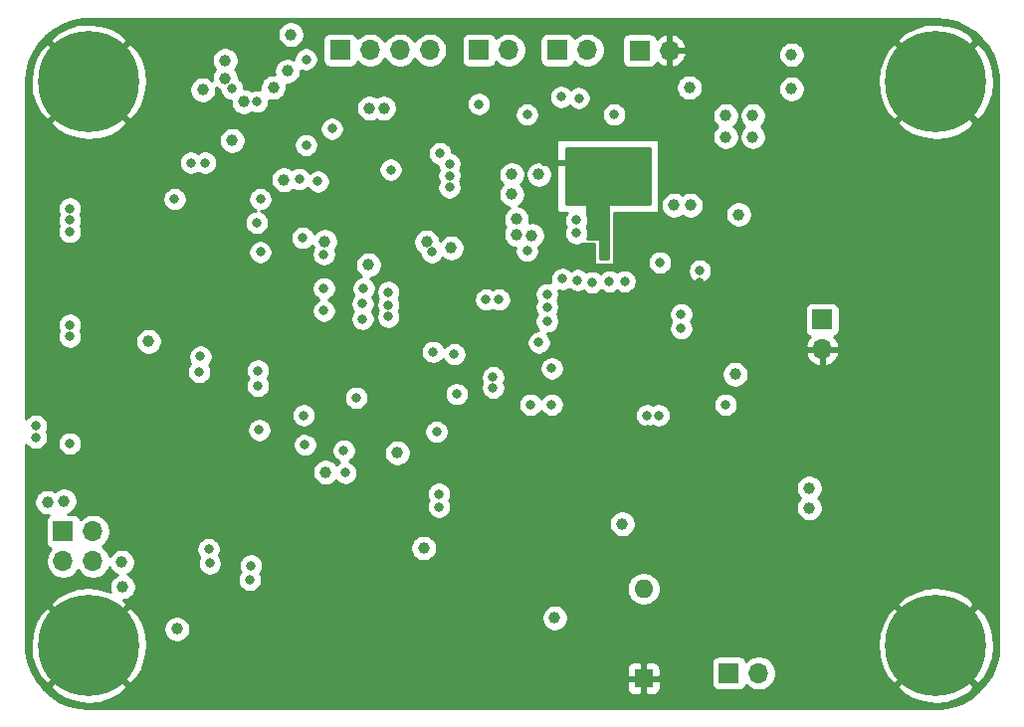
<source format=gbr>
G04 #@! TF.GenerationSoftware,KiCad,Pcbnew,(5.1.6)-1*
G04 #@! TF.CreationDate,2020-06-29T22:16:51+02:00*
G04 #@! TF.ProjectId,SensorArray,53656e73-6f72-4417-9272-61792e6b6963,rev?*
G04 #@! TF.SameCoordinates,Original*
G04 #@! TF.FileFunction,Copper,L2,Inr*
G04 #@! TF.FilePolarity,Positive*
%FSLAX46Y46*%
G04 Gerber Fmt 4.6, Leading zero omitted, Abs format (unit mm)*
G04 Created by KiCad (PCBNEW (5.1.6)-1) date 2020-06-29 22:16:51*
%MOMM*%
%LPD*%
G01*
G04 APERTURE LIST*
G04 #@! TA.AperFunction,ViaPad*
%ADD10C,0.900000*%
G04 #@! TD*
G04 #@! TA.AperFunction,ViaPad*
%ADD11C,8.600000*%
G04 #@! TD*
G04 #@! TA.AperFunction,ViaPad*
%ADD12R,1.700000X1.700000*%
G04 #@! TD*
G04 #@! TA.AperFunction,ViaPad*
%ADD13O,1.700000X1.700000*%
G04 #@! TD*
G04 #@! TA.AperFunction,ViaPad*
%ADD14R,1.600000X1.600000*%
G04 #@! TD*
G04 #@! TA.AperFunction,ViaPad*
%ADD15O,1.600000X1.600000*%
G04 #@! TD*
G04 #@! TA.AperFunction,ViaPad*
%ADD16C,1.000000*%
G04 #@! TD*
G04 #@! TA.AperFunction,ViaPad*
%ADD17C,0.800000*%
G04 #@! TD*
G04 #@! TA.AperFunction,Conductor*
%ADD18C,0.500000*%
G04 #@! TD*
G04 #@! TA.AperFunction,Conductor*
%ADD19C,0.254000*%
G04 #@! TD*
G04 APERTURE END LIST*
D10*
X28280419Y-23719581D03*
X26000000Y-22775000D03*
X23719581Y-23719581D03*
X22775000Y-26000000D03*
X23719581Y-28280419D03*
X26000000Y-29225000D03*
X28280419Y-28280419D03*
X29225000Y-26000000D03*
D11*
X26000000Y-26000000D03*
X98075000Y-26000000D03*
D10*
X101300000Y-26000000D03*
X100355419Y-28280419D03*
X98075000Y-29225000D03*
X95794581Y-28280419D03*
X94850000Y-26000000D03*
X95794581Y-23719581D03*
X98075000Y-22775000D03*
X100355419Y-23719581D03*
X100355419Y-71719581D03*
X98075000Y-70775000D03*
X95794581Y-71719581D03*
X94850000Y-74000000D03*
X95794581Y-76280419D03*
X98075000Y-77225000D03*
X100355419Y-76280419D03*
X101300000Y-74000000D03*
D11*
X98075000Y-74000000D03*
X26000000Y-74000000D03*
D10*
X29225000Y-74000000D03*
X28280419Y-76280419D03*
X26000000Y-77225000D03*
X23719581Y-76280419D03*
X22775000Y-74000000D03*
X23719581Y-71719581D03*
X26000000Y-70775000D03*
X28280419Y-71719581D03*
D12*
X80475000Y-76350000D03*
D13*
X83015000Y-76350000D03*
D12*
X65875000Y-23300000D03*
D13*
X68415000Y-23300000D03*
X88400000Y-48790000D03*
D12*
X88400000Y-46250000D03*
X47400000Y-23300000D03*
D13*
X49940000Y-23300000D03*
X52480000Y-23300000D03*
X55020000Y-23300000D03*
D12*
X72860000Y-23350000D03*
D13*
X75400000Y-23350000D03*
X26365000Y-66825000D03*
X23825000Y-66825000D03*
X26365000Y-64285000D03*
D12*
X23825000Y-64285000D03*
D14*
X73200000Y-76800000D03*
D15*
X73200000Y-69180000D03*
D12*
X59200000Y-23300000D03*
D13*
X61740000Y-23300000D03*
D16*
X46100000Y-39600000D03*
X62400000Y-37700000D03*
X62400000Y-39000000D03*
X63700000Y-39100000D03*
X52250000Y-57600000D03*
D17*
X46000000Y-40700000D03*
D16*
X43200000Y-22000000D03*
X42900000Y-25100000D03*
X41700000Y-26500000D03*
D17*
X49400000Y-43600000D03*
D16*
X42600000Y-34350010D03*
D17*
X73150000Y-35650000D03*
X67350000Y-32900000D03*
D16*
X33700000Y-26900000D03*
X42600000Y-31000000D03*
X52800000Y-36800000D03*
D17*
X58800000Y-42500000D03*
X35600000Y-68400000D03*
D16*
X46200000Y-64100000D03*
X48100000Y-65800000D03*
D17*
X44800000Y-55800000D03*
X51500000Y-60200000D03*
X74600000Y-40000000D03*
X78000000Y-43100000D03*
X75700000Y-52200000D03*
X73600000Y-55600000D03*
X87200000Y-58700000D03*
X87200000Y-55500000D03*
X51400000Y-38400000D03*
X59100000Y-51200000D03*
X31599996Y-34200000D03*
X44600000Y-48100000D03*
D16*
X33500000Y-77400000D03*
X81000000Y-46100000D03*
X64300000Y-33900000D03*
X62000000Y-33900000D03*
X62000000Y-35600000D03*
D17*
X44300000Y-54400000D03*
D16*
X46150000Y-59250000D03*
D17*
X47850000Y-59300000D03*
X47700000Y-57400000D03*
X48750000Y-52900000D03*
X40300000Y-38000000D03*
D16*
X49900000Y-28250000D03*
X65650000Y-71650000D03*
X71400000Y-63650000D03*
D17*
X55200000Y-40500000D03*
D16*
X54750000Y-39650000D03*
X56850000Y-40150000D03*
D17*
X59800000Y-44550000D03*
X60900000Y-44550000D03*
X60400000Y-52050000D03*
D16*
X51100000Y-28250000D03*
D17*
X35900000Y-32900000D03*
D16*
X38200000Y-31000000D03*
X87300000Y-60600000D03*
X87300000Y-62300000D03*
X75800000Y-36500000D03*
X77200000Y-36500000D03*
X82500000Y-28900000D03*
X80200000Y-28900000D03*
X81300000Y-37300000D03*
X80200000Y-30700000D03*
X82500000Y-30700000D03*
X85800000Y-23700000D03*
X77100000Y-26500000D03*
X85800000Y-26600000D03*
D17*
X63300000Y-28800000D03*
X78000000Y-42100000D03*
X74600000Y-41400000D03*
X70700000Y-28800000D03*
X73500000Y-54400000D03*
X74500000Y-54400000D03*
X60400000Y-51150010D03*
X21500000Y-55300000D03*
D16*
X23900000Y-61700000D03*
X39200000Y-27700000D03*
D17*
X38200000Y-26600000D03*
D16*
X37600000Y-25700000D03*
X35700000Y-26700000D03*
D17*
X21500000Y-56300000D03*
D16*
X28900000Y-69000000D03*
X37600000Y-24200000D03*
X81000000Y-50900000D03*
D17*
X49300000Y-46200000D03*
D16*
X54500000Y-65700000D03*
D17*
X33300000Y-36000000D03*
X44500000Y-31400000D03*
X45500000Y-34500000D03*
X46700000Y-30000000D03*
X40600000Y-36000000D03*
D16*
X49800000Y-41600000D03*
D17*
X49300000Y-44900000D03*
X46000000Y-43600000D03*
X67500000Y-38900000D03*
X67500000Y-37800000D03*
X40300000Y-27700000D03*
X44500000Y-24100000D03*
X24400000Y-36800000D03*
D16*
X28800000Y-66900000D03*
D17*
X24400000Y-56800000D03*
D16*
X33500000Y-72600000D03*
D17*
X55600000Y-55800000D03*
X57300000Y-52600000D03*
X63600000Y-53500000D03*
X43900000Y-34300000D03*
X46000000Y-45500000D03*
X59200000Y-27900000D03*
X63300000Y-40400000D03*
X71600000Y-43000000D03*
X80200000Y-53500000D03*
X76400000Y-47000000D03*
X67700000Y-27400000D03*
X76400000Y-45800000D03*
X66200000Y-27300000D03*
X65000000Y-44100000D03*
X51500000Y-46000000D03*
X56700000Y-33000000D03*
X65000000Y-45200000D03*
X51500000Y-45000000D03*
X56700000Y-35000000D03*
X55800000Y-62200000D03*
X65000000Y-46400000D03*
X51500000Y-43900000D03*
X56700000Y-34000000D03*
X55800000Y-61100000D03*
X24400000Y-47700000D03*
X40500000Y-55650000D03*
X24400000Y-46700000D03*
X44400000Y-56900000D03*
X24400000Y-38800000D03*
X44200000Y-39300000D03*
X40600000Y-40500000D03*
X24400000Y-37800000D03*
D16*
X31100000Y-48100000D03*
X22500000Y-61800000D03*
D17*
X51700000Y-33500000D03*
X34700000Y-32900000D03*
X70300000Y-43000000D03*
X36200000Y-65800000D03*
X36300000Y-67000000D03*
X68834346Y-43073671D03*
X39800000Y-67200000D03*
X67600000Y-42900000D03*
X39700000Y-68400000D03*
X66306104Y-42789565D03*
X35500000Y-49400000D03*
X55300000Y-49000000D03*
X57100000Y-49200000D03*
X35400000Y-50700000D03*
X65400000Y-50400000D03*
X40400000Y-50600000D03*
X65400000Y-53500000D03*
X40400000Y-51900000D03*
X64300000Y-48200000D03*
X55900000Y-32100000D03*
D18*
X67350000Y-32900000D02*
X64700000Y-32900000D01*
D19*
G36*
X73723000Y-36373000D02*
G01*
X70300000Y-36373000D01*
X70275224Y-36375440D01*
X70251399Y-36382667D01*
X70229443Y-36394403D01*
X70210197Y-36410197D01*
X70194403Y-36429443D01*
X70182667Y-36451399D01*
X70175440Y-36475224D01*
X70173000Y-36500000D01*
X70173000Y-41073000D01*
X69527000Y-41073000D01*
X69527000Y-39500000D01*
X69524560Y-39475224D01*
X69517333Y-39451399D01*
X69505597Y-39429443D01*
X69489803Y-39410197D01*
X69470557Y-39394403D01*
X69448601Y-39382667D01*
X69424776Y-39375440D01*
X69400000Y-39373000D01*
X68424353Y-39373000D01*
X68495226Y-39201898D01*
X68535000Y-39001939D01*
X68535000Y-38798061D01*
X68495226Y-38598102D01*
X68417205Y-38409744D01*
X68377285Y-38350000D01*
X68417205Y-38290256D01*
X68495226Y-38101898D01*
X68535000Y-37901939D01*
X68535000Y-37698061D01*
X68495226Y-37498102D01*
X68417205Y-37309744D01*
X68377000Y-37249573D01*
X68377000Y-36500000D01*
X68374560Y-36475224D01*
X68367333Y-36451399D01*
X68355597Y-36429443D01*
X68339803Y-36410197D01*
X68320557Y-36394403D01*
X68298601Y-36382667D01*
X68274776Y-36375440D01*
X68250000Y-36373000D01*
X66627000Y-36373000D01*
X66627000Y-31627000D01*
X73723000Y-31627000D01*
X73723000Y-36373000D01*
G37*
X73723000Y-36373000D02*
X70300000Y-36373000D01*
X70275224Y-36375440D01*
X70251399Y-36382667D01*
X70229443Y-36394403D01*
X70210197Y-36410197D01*
X70194403Y-36429443D01*
X70182667Y-36451399D01*
X70175440Y-36475224D01*
X70173000Y-36500000D01*
X70173000Y-41073000D01*
X69527000Y-41073000D01*
X69527000Y-39500000D01*
X69524560Y-39475224D01*
X69517333Y-39451399D01*
X69505597Y-39429443D01*
X69489803Y-39410197D01*
X69470557Y-39394403D01*
X69448601Y-39382667D01*
X69424776Y-39375440D01*
X69400000Y-39373000D01*
X68424353Y-39373000D01*
X68495226Y-39201898D01*
X68535000Y-39001939D01*
X68535000Y-38798061D01*
X68495226Y-38598102D01*
X68417205Y-38409744D01*
X68377285Y-38350000D01*
X68417205Y-38290256D01*
X68495226Y-38101898D01*
X68535000Y-37901939D01*
X68535000Y-37698061D01*
X68495226Y-37498102D01*
X68417205Y-37309744D01*
X68377000Y-37249573D01*
X68377000Y-36500000D01*
X68374560Y-36475224D01*
X68367333Y-36451399D01*
X68355597Y-36429443D01*
X68339803Y-36410197D01*
X68320557Y-36394403D01*
X68298601Y-36382667D01*
X68274776Y-36375440D01*
X68250000Y-36373000D01*
X66627000Y-36373000D01*
X66627000Y-31627000D01*
X73723000Y-31627000D01*
X73723000Y-36373000D01*
G36*
X98946797Y-20733902D02*
G01*
X99795182Y-20947001D01*
X100597371Y-21295803D01*
X101331818Y-21770938D01*
X101978798Y-22359646D01*
X102520946Y-23046125D01*
X102943692Y-23811928D01*
X103235684Y-24636491D01*
X103391116Y-25509076D01*
X103415000Y-26015547D01*
X103415001Y-73972899D01*
X103341098Y-74871802D01*
X103127999Y-75720180D01*
X102779197Y-76522371D01*
X102304062Y-77256818D01*
X101715354Y-77903799D01*
X101028875Y-78445946D01*
X100263076Y-78868691D01*
X99438514Y-79160683D01*
X98565925Y-79316116D01*
X98059453Y-79340000D01*
X26027089Y-79340000D01*
X25128198Y-79266098D01*
X24279820Y-79052999D01*
X23477629Y-78704197D01*
X22743182Y-78229062D01*
X22096201Y-77640354D01*
X21971787Y-77482818D01*
X22696787Y-77482818D01*
X23188946Y-78085149D01*
X24039933Y-78555063D01*
X24966243Y-78849929D01*
X25932281Y-78958414D01*
X26900921Y-78876351D01*
X27834938Y-78606893D01*
X28698440Y-78160394D01*
X28811054Y-78085149D01*
X29207464Y-77600000D01*
X71761928Y-77600000D01*
X71774188Y-77724482D01*
X71810498Y-77844180D01*
X71869463Y-77954494D01*
X71948815Y-78051185D01*
X72045506Y-78130537D01*
X72155820Y-78189502D01*
X72275518Y-78225812D01*
X72400000Y-78238072D01*
X72914250Y-78235000D01*
X73073000Y-78076250D01*
X73073000Y-76927000D01*
X73327000Y-76927000D01*
X73327000Y-78076250D01*
X73485750Y-78235000D01*
X74000000Y-78238072D01*
X74124482Y-78225812D01*
X74244180Y-78189502D01*
X74354494Y-78130537D01*
X74451185Y-78051185D01*
X74530537Y-77954494D01*
X74589502Y-77844180D01*
X74625812Y-77724482D01*
X74638072Y-77600000D01*
X74635000Y-77085750D01*
X74476250Y-76927000D01*
X73327000Y-76927000D01*
X73073000Y-76927000D01*
X71923750Y-76927000D01*
X71765000Y-77085750D01*
X71761928Y-77600000D01*
X29207464Y-77600000D01*
X29303213Y-77482818D01*
X26000000Y-74179605D01*
X22696787Y-77482818D01*
X21971787Y-77482818D01*
X21554054Y-76953875D01*
X21131309Y-76188076D01*
X20839317Y-75363514D01*
X20683884Y-74490925D01*
X20660000Y-73984453D01*
X20660000Y-73932281D01*
X21041586Y-73932281D01*
X21123649Y-74900921D01*
X21393107Y-75834938D01*
X21839606Y-76698440D01*
X21914851Y-76811054D01*
X22517182Y-77303213D01*
X25820395Y-74000000D01*
X26179605Y-74000000D01*
X29482818Y-77303213D01*
X30085149Y-76811054D01*
X30533012Y-76000000D01*
X71761928Y-76000000D01*
X71765000Y-76514250D01*
X71923750Y-76673000D01*
X73073000Y-76673000D01*
X73073000Y-75523750D01*
X73327000Y-75523750D01*
X73327000Y-76673000D01*
X74476250Y-76673000D01*
X74635000Y-76514250D01*
X74638072Y-76000000D01*
X74625812Y-75875518D01*
X74589502Y-75755820D01*
X74530537Y-75645506D01*
X74451185Y-75548815D01*
X74391704Y-75500000D01*
X78986928Y-75500000D01*
X78986928Y-77200000D01*
X78999188Y-77324482D01*
X79035498Y-77444180D01*
X79094463Y-77554494D01*
X79173815Y-77651185D01*
X79270506Y-77730537D01*
X79380820Y-77789502D01*
X79500518Y-77825812D01*
X79625000Y-77838072D01*
X81325000Y-77838072D01*
X81449482Y-77825812D01*
X81569180Y-77789502D01*
X81679494Y-77730537D01*
X81776185Y-77651185D01*
X81855537Y-77554494D01*
X81914502Y-77444180D01*
X81936513Y-77371620D01*
X82068368Y-77503475D01*
X82311589Y-77665990D01*
X82581842Y-77777932D01*
X82868740Y-77835000D01*
X83161260Y-77835000D01*
X83448158Y-77777932D01*
X83718411Y-77665990D01*
X83961632Y-77503475D01*
X83982289Y-77482818D01*
X94771787Y-77482818D01*
X95263946Y-78085149D01*
X96114933Y-78555063D01*
X97041243Y-78849929D01*
X98007281Y-78958414D01*
X98975921Y-78876351D01*
X99909938Y-78606893D01*
X100773440Y-78160394D01*
X100886054Y-78085149D01*
X101378213Y-77482818D01*
X98075000Y-74179605D01*
X94771787Y-77482818D01*
X83982289Y-77482818D01*
X84168475Y-77296632D01*
X84330990Y-77053411D01*
X84442932Y-76783158D01*
X84500000Y-76496260D01*
X84500000Y-76203740D01*
X84442932Y-75916842D01*
X84330990Y-75646589D01*
X84168475Y-75403368D01*
X83961632Y-75196525D01*
X83718411Y-75034010D01*
X83448158Y-74922068D01*
X83161260Y-74865000D01*
X82868740Y-74865000D01*
X82581842Y-74922068D01*
X82311589Y-75034010D01*
X82068368Y-75196525D01*
X81936513Y-75328380D01*
X81914502Y-75255820D01*
X81855537Y-75145506D01*
X81776185Y-75048815D01*
X81679494Y-74969463D01*
X81569180Y-74910498D01*
X81449482Y-74874188D01*
X81325000Y-74861928D01*
X79625000Y-74861928D01*
X79500518Y-74874188D01*
X79380820Y-74910498D01*
X79270506Y-74969463D01*
X79173815Y-75048815D01*
X79094463Y-75145506D01*
X79035498Y-75255820D01*
X78999188Y-75375518D01*
X78986928Y-75500000D01*
X74391704Y-75500000D01*
X74354494Y-75469463D01*
X74244180Y-75410498D01*
X74124482Y-75374188D01*
X74000000Y-75361928D01*
X73485750Y-75365000D01*
X73327000Y-75523750D01*
X73073000Y-75523750D01*
X72914250Y-75365000D01*
X72400000Y-75361928D01*
X72275518Y-75374188D01*
X72155820Y-75410498D01*
X72045506Y-75469463D01*
X71948815Y-75548815D01*
X71869463Y-75645506D01*
X71810498Y-75755820D01*
X71774188Y-75875518D01*
X71761928Y-76000000D01*
X30533012Y-76000000D01*
X30555063Y-75960067D01*
X30849929Y-75033757D01*
X30958414Y-74067719D01*
X30946940Y-73932281D01*
X93116586Y-73932281D01*
X93198649Y-74900921D01*
X93468107Y-75834938D01*
X93914606Y-76698440D01*
X93989851Y-76811054D01*
X94592182Y-77303213D01*
X97895395Y-74000000D01*
X98254605Y-74000000D01*
X101557818Y-77303213D01*
X102160149Y-76811054D01*
X102630063Y-75960067D01*
X102924929Y-75033757D01*
X103033414Y-74067719D01*
X102951351Y-73099079D01*
X102681893Y-72165062D01*
X102235394Y-71301560D01*
X102160149Y-71188946D01*
X101557818Y-70696787D01*
X98254605Y-74000000D01*
X97895395Y-74000000D01*
X94592182Y-70696787D01*
X93989851Y-71188946D01*
X93519937Y-72039933D01*
X93225071Y-72966243D01*
X93116586Y-73932281D01*
X30946940Y-73932281D01*
X30876351Y-73099079D01*
X30700120Y-72488212D01*
X32365000Y-72488212D01*
X32365000Y-72711788D01*
X32408617Y-72931067D01*
X32494176Y-73137624D01*
X32618388Y-73323520D01*
X32776480Y-73481612D01*
X32962376Y-73605824D01*
X33168933Y-73691383D01*
X33388212Y-73735000D01*
X33611788Y-73735000D01*
X33831067Y-73691383D01*
X34037624Y-73605824D01*
X34223520Y-73481612D01*
X34381612Y-73323520D01*
X34505824Y-73137624D01*
X34591383Y-72931067D01*
X34635000Y-72711788D01*
X34635000Y-72488212D01*
X34591383Y-72268933D01*
X34505824Y-72062376D01*
X34381612Y-71876480D01*
X34223520Y-71718388D01*
X34037624Y-71594176D01*
X33902516Y-71538212D01*
X64515000Y-71538212D01*
X64515000Y-71761788D01*
X64558617Y-71981067D01*
X64644176Y-72187624D01*
X64768388Y-72373520D01*
X64926480Y-72531612D01*
X65112376Y-72655824D01*
X65318933Y-72741383D01*
X65538212Y-72785000D01*
X65761788Y-72785000D01*
X65981067Y-72741383D01*
X66187624Y-72655824D01*
X66373520Y-72531612D01*
X66531612Y-72373520D01*
X66655824Y-72187624D01*
X66741383Y-71981067D01*
X66785000Y-71761788D01*
X66785000Y-71538212D01*
X66741383Y-71318933D01*
X66655824Y-71112376D01*
X66531612Y-70926480D01*
X66373520Y-70768388D01*
X66187624Y-70644176D01*
X65981067Y-70558617D01*
X65761788Y-70515000D01*
X65538212Y-70515000D01*
X65318933Y-70558617D01*
X65112376Y-70644176D01*
X64926480Y-70768388D01*
X64768388Y-70926480D01*
X64644176Y-71112376D01*
X64558617Y-71318933D01*
X64515000Y-71538212D01*
X33902516Y-71538212D01*
X33831067Y-71508617D01*
X33611788Y-71465000D01*
X33388212Y-71465000D01*
X33168933Y-71508617D01*
X32962376Y-71594176D01*
X32776480Y-71718388D01*
X32618388Y-71876480D01*
X32494176Y-72062376D01*
X32408617Y-72268933D01*
X32365000Y-72488212D01*
X30700120Y-72488212D01*
X30606893Y-72165062D01*
X30160394Y-71301560D01*
X30085149Y-71188946D01*
X29482818Y-70696787D01*
X26179605Y-74000000D01*
X25820395Y-74000000D01*
X22517182Y-70696787D01*
X21914851Y-71188946D01*
X21444937Y-72039933D01*
X21150071Y-72966243D01*
X21041586Y-73932281D01*
X20660000Y-73932281D01*
X20660000Y-61688212D01*
X21365000Y-61688212D01*
X21365000Y-61911788D01*
X21408617Y-62131067D01*
X21494176Y-62337624D01*
X21618388Y-62523520D01*
X21776480Y-62681612D01*
X21962376Y-62805824D01*
X22168933Y-62891383D01*
X22388212Y-62935000D01*
X22583296Y-62935000D01*
X22523815Y-62983815D01*
X22444463Y-63080506D01*
X22385498Y-63190820D01*
X22349188Y-63310518D01*
X22336928Y-63435000D01*
X22336928Y-65135000D01*
X22349188Y-65259482D01*
X22385498Y-65379180D01*
X22444463Y-65489494D01*
X22523815Y-65586185D01*
X22620506Y-65665537D01*
X22730820Y-65724502D01*
X22803380Y-65746513D01*
X22671525Y-65878368D01*
X22509010Y-66121589D01*
X22397068Y-66391842D01*
X22340000Y-66678740D01*
X22340000Y-66971260D01*
X22397068Y-67258158D01*
X22509010Y-67528411D01*
X22671525Y-67771632D01*
X22878368Y-67978475D01*
X23121589Y-68140990D01*
X23391842Y-68252932D01*
X23678740Y-68310000D01*
X23971260Y-68310000D01*
X24258158Y-68252932D01*
X24528411Y-68140990D01*
X24771632Y-67978475D01*
X24978475Y-67771632D01*
X25095000Y-67597240D01*
X25211525Y-67771632D01*
X25418368Y-67978475D01*
X25661589Y-68140990D01*
X25931842Y-68252932D01*
X26218740Y-68310000D01*
X26511260Y-68310000D01*
X26798158Y-68252932D01*
X27068411Y-68140990D01*
X27311632Y-67978475D01*
X27518475Y-67771632D01*
X27680990Y-67528411D01*
X27756385Y-67346390D01*
X27794176Y-67437624D01*
X27918388Y-67623520D01*
X28076480Y-67781612D01*
X28262376Y-67905824D01*
X28419026Y-67970711D01*
X28362376Y-67994176D01*
X28176480Y-68118388D01*
X28018388Y-68276480D01*
X27894176Y-68462376D01*
X27808617Y-68668933D01*
X27765000Y-68888212D01*
X27765000Y-69111788D01*
X27808617Y-69331067D01*
X27839945Y-69406699D01*
X27033757Y-69150071D01*
X26067719Y-69041586D01*
X25099079Y-69123649D01*
X24165062Y-69393107D01*
X23301560Y-69839606D01*
X23188946Y-69914851D01*
X22696787Y-70517182D01*
X26000000Y-73820395D01*
X29303213Y-70517182D01*
X28990936Y-70135000D01*
X29011788Y-70135000D01*
X29231067Y-70091383D01*
X29437624Y-70005824D01*
X29623520Y-69881612D01*
X29781612Y-69723520D01*
X29905824Y-69537624D01*
X29991383Y-69331067D01*
X30035000Y-69111788D01*
X30035000Y-68888212D01*
X29991383Y-68668933D01*
X29905824Y-68462376D01*
X29796032Y-68298061D01*
X38665000Y-68298061D01*
X38665000Y-68501939D01*
X38704774Y-68701898D01*
X38782795Y-68890256D01*
X38896063Y-69059774D01*
X39040226Y-69203937D01*
X39209744Y-69317205D01*
X39398102Y-69395226D01*
X39598061Y-69435000D01*
X39801939Y-69435000D01*
X40001898Y-69395226D01*
X40190256Y-69317205D01*
X40359774Y-69203937D01*
X40503937Y-69059774D01*
X40518041Y-69038665D01*
X71765000Y-69038665D01*
X71765000Y-69321335D01*
X71820147Y-69598574D01*
X71928320Y-69859727D01*
X72085363Y-70094759D01*
X72285241Y-70294637D01*
X72520273Y-70451680D01*
X72781426Y-70559853D01*
X73058665Y-70615000D01*
X73341335Y-70615000D01*
X73618574Y-70559853D01*
X73721591Y-70517182D01*
X94771787Y-70517182D01*
X98075000Y-73820395D01*
X101378213Y-70517182D01*
X100886054Y-69914851D01*
X100035067Y-69444937D01*
X99108757Y-69150071D01*
X98142719Y-69041586D01*
X97174079Y-69123649D01*
X96240062Y-69393107D01*
X95376560Y-69839606D01*
X95263946Y-69914851D01*
X94771787Y-70517182D01*
X73721591Y-70517182D01*
X73879727Y-70451680D01*
X74114759Y-70294637D01*
X74314637Y-70094759D01*
X74471680Y-69859727D01*
X74579853Y-69598574D01*
X74635000Y-69321335D01*
X74635000Y-69038665D01*
X74579853Y-68761426D01*
X74471680Y-68500273D01*
X74314637Y-68265241D01*
X74114759Y-68065363D01*
X73879727Y-67908320D01*
X73618574Y-67800147D01*
X73341335Y-67745000D01*
X73058665Y-67745000D01*
X72781426Y-67800147D01*
X72520273Y-67908320D01*
X72285241Y-68065363D01*
X72085363Y-68265241D01*
X71928320Y-68500273D01*
X71820147Y-68761426D01*
X71765000Y-69038665D01*
X40518041Y-69038665D01*
X40617205Y-68890256D01*
X40695226Y-68701898D01*
X40735000Y-68501939D01*
X40735000Y-68298061D01*
X40695226Y-68098102D01*
X40617205Y-67909744D01*
X40591875Y-67871836D01*
X40603937Y-67859774D01*
X40717205Y-67690256D01*
X40795226Y-67501898D01*
X40835000Y-67301939D01*
X40835000Y-67098061D01*
X40795226Y-66898102D01*
X40717205Y-66709744D01*
X40603937Y-66540226D01*
X40459774Y-66396063D01*
X40290256Y-66282795D01*
X40101898Y-66204774D01*
X39901939Y-66165000D01*
X39698061Y-66165000D01*
X39498102Y-66204774D01*
X39309744Y-66282795D01*
X39140226Y-66396063D01*
X38996063Y-66540226D01*
X38882795Y-66709744D01*
X38804774Y-66898102D01*
X38765000Y-67098061D01*
X38765000Y-67301939D01*
X38804774Y-67501898D01*
X38882795Y-67690256D01*
X38908125Y-67728164D01*
X38896063Y-67740226D01*
X38782795Y-67909744D01*
X38704774Y-68098102D01*
X38665000Y-68298061D01*
X29796032Y-68298061D01*
X29781612Y-68276480D01*
X29623520Y-68118388D01*
X29437624Y-67994176D01*
X29280974Y-67929289D01*
X29337624Y-67905824D01*
X29523520Y-67781612D01*
X29681612Y-67623520D01*
X29805824Y-67437624D01*
X29891383Y-67231067D01*
X29935000Y-67011788D01*
X29935000Y-66788212D01*
X29891383Y-66568933D01*
X29805824Y-66362376D01*
X29681612Y-66176480D01*
X29523520Y-66018388D01*
X29337624Y-65894176D01*
X29131067Y-65808617D01*
X28911788Y-65765000D01*
X28688212Y-65765000D01*
X28468933Y-65808617D01*
X28262376Y-65894176D01*
X28076480Y-66018388D01*
X27918388Y-66176480D01*
X27794176Y-66362376D01*
X27787451Y-66378611D01*
X27680990Y-66121589D01*
X27518475Y-65878368D01*
X27338168Y-65698061D01*
X35165000Y-65698061D01*
X35165000Y-65901939D01*
X35204774Y-66101898D01*
X35282795Y-66290256D01*
X35396063Y-66459774D01*
X35408125Y-66471836D01*
X35382795Y-66509744D01*
X35304774Y-66698102D01*
X35265000Y-66898061D01*
X35265000Y-67101939D01*
X35304774Y-67301898D01*
X35382795Y-67490256D01*
X35496063Y-67659774D01*
X35640226Y-67803937D01*
X35809744Y-67917205D01*
X35998102Y-67995226D01*
X36198061Y-68035000D01*
X36401939Y-68035000D01*
X36601898Y-67995226D01*
X36790256Y-67917205D01*
X36959774Y-67803937D01*
X37103937Y-67659774D01*
X37217205Y-67490256D01*
X37295226Y-67301898D01*
X37335000Y-67101939D01*
X37335000Y-66898061D01*
X37295226Y-66698102D01*
X37217205Y-66509744D01*
X37103937Y-66340226D01*
X37091875Y-66328164D01*
X37117205Y-66290256D01*
X37195226Y-66101898D01*
X37235000Y-65901939D01*
X37235000Y-65698061D01*
X37213150Y-65588212D01*
X53365000Y-65588212D01*
X53365000Y-65811788D01*
X53408617Y-66031067D01*
X53494176Y-66237624D01*
X53618388Y-66423520D01*
X53776480Y-66581612D01*
X53962376Y-66705824D01*
X54168933Y-66791383D01*
X54388212Y-66835000D01*
X54611788Y-66835000D01*
X54831067Y-66791383D01*
X55037624Y-66705824D01*
X55223520Y-66581612D01*
X55381612Y-66423520D01*
X55505824Y-66237624D01*
X55591383Y-66031067D01*
X55635000Y-65811788D01*
X55635000Y-65588212D01*
X55591383Y-65368933D01*
X55505824Y-65162376D01*
X55381612Y-64976480D01*
X55223520Y-64818388D01*
X55037624Y-64694176D01*
X54831067Y-64608617D01*
X54611788Y-64565000D01*
X54388212Y-64565000D01*
X54168933Y-64608617D01*
X53962376Y-64694176D01*
X53776480Y-64818388D01*
X53618388Y-64976480D01*
X53494176Y-65162376D01*
X53408617Y-65368933D01*
X53365000Y-65588212D01*
X37213150Y-65588212D01*
X37195226Y-65498102D01*
X37117205Y-65309744D01*
X37003937Y-65140226D01*
X36859774Y-64996063D01*
X36690256Y-64882795D01*
X36501898Y-64804774D01*
X36301939Y-64765000D01*
X36098061Y-64765000D01*
X35898102Y-64804774D01*
X35709744Y-64882795D01*
X35540226Y-64996063D01*
X35396063Y-65140226D01*
X35282795Y-65309744D01*
X35204774Y-65498102D01*
X35165000Y-65698061D01*
X27338168Y-65698061D01*
X27311632Y-65671525D01*
X27137240Y-65555000D01*
X27311632Y-65438475D01*
X27518475Y-65231632D01*
X27680990Y-64988411D01*
X27792932Y-64718158D01*
X27850000Y-64431260D01*
X27850000Y-64138740D01*
X27792932Y-63851842D01*
X27680990Y-63581589D01*
X27652007Y-63538212D01*
X70265000Y-63538212D01*
X70265000Y-63761788D01*
X70308617Y-63981067D01*
X70394176Y-64187624D01*
X70518388Y-64373520D01*
X70676480Y-64531612D01*
X70862376Y-64655824D01*
X71068933Y-64741383D01*
X71288212Y-64785000D01*
X71511788Y-64785000D01*
X71731067Y-64741383D01*
X71937624Y-64655824D01*
X72123520Y-64531612D01*
X72281612Y-64373520D01*
X72405824Y-64187624D01*
X72491383Y-63981067D01*
X72535000Y-63761788D01*
X72535000Y-63538212D01*
X72491383Y-63318933D01*
X72405824Y-63112376D01*
X72281612Y-62926480D01*
X72123520Y-62768388D01*
X71937624Y-62644176D01*
X71731067Y-62558617D01*
X71511788Y-62515000D01*
X71288212Y-62515000D01*
X71068933Y-62558617D01*
X70862376Y-62644176D01*
X70676480Y-62768388D01*
X70518388Y-62926480D01*
X70394176Y-63112376D01*
X70308617Y-63318933D01*
X70265000Y-63538212D01*
X27652007Y-63538212D01*
X27518475Y-63338368D01*
X27311632Y-63131525D01*
X27068411Y-62969010D01*
X26798158Y-62857068D01*
X26511260Y-62800000D01*
X26218740Y-62800000D01*
X25931842Y-62857068D01*
X25661589Y-62969010D01*
X25418368Y-63131525D01*
X25286513Y-63263380D01*
X25264502Y-63190820D01*
X25205537Y-63080506D01*
X25126185Y-62983815D01*
X25029494Y-62904463D01*
X24919180Y-62845498D01*
X24799482Y-62809188D01*
X24675000Y-62796928D01*
X24203190Y-62796928D01*
X24231067Y-62791383D01*
X24437624Y-62705824D01*
X24623520Y-62581612D01*
X24781612Y-62423520D01*
X24905824Y-62237624D01*
X24991383Y-62031067D01*
X25035000Y-61811788D01*
X25035000Y-61588212D01*
X24991383Y-61368933D01*
X24905824Y-61162376D01*
X24796032Y-60998061D01*
X54765000Y-60998061D01*
X54765000Y-61201939D01*
X54804774Y-61401898D01*
X54882795Y-61590256D01*
X54922715Y-61650000D01*
X54882795Y-61709744D01*
X54804774Y-61898102D01*
X54765000Y-62098061D01*
X54765000Y-62301939D01*
X54804774Y-62501898D01*
X54882795Y-62690256D01*
X54996063Y-62859774D01*
X55140226Y-63003937D01*
X55309744Y-63117205D01*
X55498102Y-63195226D01*
X55698061Y-63235000D01*
X55901939Y-63235000D01*
X56101898Y-63195226D01*
X56290256Y-63117205D01*
X56459774Y-63003937D01*
X56603937Y-62859774D01*
X56717205Y-62690256D01*
X56795226Y-62501898D01*
X56835000Y-62301939D01*
X56835000Y-62098061D01*
X56795226Y-61898102D01*
X56717205Y-61709744D01*
X56677285Y-61650000D01*
X56717205Y-61590256D01*
X56795226Y-61401898D01*
X56835000Y-61201939D01*
X56835000Y-60998061D01*
X56795226Y-60798102D01*
X56717205Y-60609744D01*
X56636001Y-60488212D01*
X86165000Y-60488212D01*
X86165000Y-60711788D01*
X86208617Y-60931067D01*
X86294176Y-61137624D01*
X86418388Y-61323520D01*
X86544868Y-61450000D01*
X86418388Y-61576480D01*
X86294176Y-61762376D01*
X86208617Y-61968933D01*
X86165000Y-62188212D01*
X86165000Y-62411788D01*
X86208617Y-62631067D01*
X86294176Y-62837624D01*
X86418388Y-63023520D01*
X86576480Y-63181612D01*
X86762376Y-63305824D01*
X86968933Y-63391383D01*
X87188212Y-63435000D01*
X87411788Y-63435000D01*
X87631067Y-63391383D01*
X87837624Y-63305824D01*
X88023520Y-63181612D01*
X88181612Y-63023520D01*
X88305824Y-62837624D01*
X88391383Y-62631067D01*
X88435000Y-62411788D01*
X88435000Y-62188212D01*
X88391383Y-61968933D01*
X88305824Y-61762376D01*
X88181612Y-61576480D01*
X88055132Y-61450000D01*
X88181612Y-61323520D01*
X88305824Y-61137624D01*
X88391383Y-60931067D01*
X88435000Y-60711788D01*
X88435000Y-60488212D01*
X88391383Y-60268933D01*
X88305824Y-60062376D01*
X88181612Y-59876480D01*
X88023520Y-59718388D01*
X87837624Y-59594176D01*
X87631067Y-59508617D01*
X87411788Y-59465000D01*
X87188212Y-59465000D01*
X86968933Y-59508617D01*
X86762376Y-59594176D01*
X86576480Y-59718388D01*
X86418388Y-59876480D01*
X86294176Y-60062376D01*
X86208617Y-60268933D01*
X86165000Y-60488212D01*
X56636001Y-60488212D01*
X56603937Y-60440226D01*
X56459774Y-60296063D01*
X56290256Y-60182795D01*
X56101898Y-60104774D01*
X55901939Y-60065000D01*
X55698061Y-60065000D01*
X55498102Y-60104774D01*
X55309744Y-60182795D01*
X55140226Y-60296063D01*
X54996063Y-60440226D01*
X54882795Y-60609744D01*
X54804774Y-60798102D01*
X54765000Y-60998061D01*
X24796032Y-60998061D01*
X24781612Y-60976480D01*
X24623520Y-60818388D01*
X24437624Y-60694176D01*
X24231067Y-60608617D01*
X24011788Y-60565000D01*
X23788212Y-60565000D01*
X23568933Y-60608617D01*
X23362376Y-60694176D01*
X23176480Y-60818388D01*
X23135376Y-60859492D01*
X23037624Y-60794176D01*
X22831067Y-60708617D01*
X22611788Y-60665000D01*
X22388212Y-60665000D01*
X22168933Y-60708617D01*
X21962376Y-60794176D01*
X21776480Y-60918388D01*
X21618388Y-61076480D01*
X21494176Y-61262376D01*
X21408617Y-61468933D01*
X21365000Y-61688212D01*
X20660000Y-61688212D01*
X20660000Y-59138212D01*
X45015000Y-59138212D01*
X45015000Y-59361788D01*
X45058617Y-59581067D01*
X45144176Y-59787624D01*
X45268388Y-59973520D01*
X45426480Y-60131612D01*
X45612376Y-60255824D01*
X45818933Y-60341383D01*
X46038212Y-60385000D01*
X46261788Y-60385000D01*
X46481067Y-60341383D01*
X46687624Y-60255824D01*
X46873520Y-60131612D01*
X47031612Y-59973520D01*
X47043430Y-59955833D01*
X47046063Y-59959774D01*
X47190226Y-60103937D01*
X47359744Y-60217205D01*
X47548102Y-60295226D01*
X47748061Y-60335000D01*
X47951939Y-60335000D01*
X48151898Y-60295226D01*
X48340256Y-60217205D01*
X48509774Y-60103937D01*
X48653937Y-59959774D01*
X48767205Y-59790256D01*
X48845226Y-59601898D01*
X48885000Y-59401939D01*
X48885000Y-59198061D01*
X48845226Y-58998102D01*
X48767205Y-58809744D01*
X48653937Y-58640226D01*
X48509774Y-58496063D01*
X48340256Y-58382795D01*
X48186082Y-58318934D01*
X48190256Y-58317205D01*
X48359774Y-58203937D01*
X48503937Y-58059774D01*
X48617205Y-57890256D01*
X48695226Y-57701898D01*
X48735000Y-57501939D01*
X48735000Y-57488212D01*
X51115000Y-57488212D01*
X51115000Y-57711788D01*
X51158617Y-57931067D01*
X51244176Y-58137624D01*
X51368388Y-58323520D01*
X51526480Y-58481612D01*
X51712376Y-58605824D01*
X51918933Y-58691383D01*
X52138212Y-58735000D01*
X52361788Y-58735000D01*
X52581067Y-58691383D01*
X52787624Y-58605824D01*
X52973520Y-58481612D01*
X53131612Y-58323520D01*
X53255824Y-58137624D01*
X53341383Y-57931067D01*
X53385000Y-57711788D01*
X53385000Y-57488212D01*
X53341383Y-57268933D01*
X53255824Y-57062376D01*
X53131612Y-56876480D01*
X52973520Y-56718388D01*
X52787624Y-56594176D01*
X52581067Y-56508617D01*
X52361788Y-56465000D01*
X52138212Y-56465000D01*
X51918933Y-56508617D01*
X51712376Y-56594176D01*
X51526480Y-56718388D01*
X51368388Y-56876480D01*
X51244176Y-57062376D01*
X51158617Y-57268933D01*
X51115000Y-57488212D01*
X48735000Y-57488212D01*
X48735000Y-57298061D01*
X48695226Y-57098102D01*
X48617205Y-56909744D01*
X48503937Y-56740226D01*
X48359774Y-56596063D01*
X48190256Y-56482795D01*
X48001898Y-56404774D01*
X47801939Y-56365000D01*
X47598061Y-56365000D01*
X47398102Y-56404774D01*
X47209744Y-56482795D01*
X47040226Y-56596063D01*
X46896063Y-56740226D01*
X46782795Y-56909744D01*
X46704774Y-57098102D01*
X46665000Y-57298061D01*
X46665000Y-57501939D01*
X46704774Y-57701898D01*
X46782795Y-57890256D01*
X46896063Y-58059774D01*
X47040226Y-58203937D01*
X47209744Y-58317205D01*
X47363918Y-58381066D01*
X47359744Y-58382795D01*
X47190226Y-58496063D01*
X47082961Y-58603328D01*
X47031612Y-58526480D01*
X46873520Y-58368388D01*
X46687624Y-58244176D01*
X46481067Y-58158617D01*
X46261788Y-58115000D01*
X46038212Y-58115000D01*
X45818933Y-58158617D01*
X45612376Y-58244176D01*
X45426480Y-58368388D01*
X45268388Y-58526480D01*
X45144176Y-58712376D01*
X45058617Y-58918933D01*
X45015000Y-59138212D01*
X20660000Y-59138212D01*
X20660000Y-56905802D01*
X20696063Y-56959774D01*
X20840226Y-57103937D01*
X21009744Y-57217205D01*
X21198102Y-57295226D01*
X21398061Y-57335000D01*
X21601939Y-57335000D01*
X21801898Y-57295226D01*
X21990256Y-57217205D01*
X22159774Y-57103937D01*
X22303937Y-56959774D01*
X22417205Y-56790256D01*
X22455393Y-56698061D01*
X23365000Y-56698061D01*
X23365000Y-56901939D01*
X23404774Y-57101898D01*
X23482795Y-57290256D01*
X23596063Y-57459774D01*
X23740226Y-57603937D01*
X23909744Y-57717205D01*
X24098102Y-57795226D01*
X24298061Y-57835000D01*
X24501939Y-57835000D01*
X24701898Y-57795226D01*
X24890256Y-57717205D01*
X25059774Y-57603937D01*
X25203937Y-57459774D01*
X25317205Y-57290256D01*
X25395226Y-57101898D01*
X25435000Y-56901939D01*
X25435000Y-56798061D01*
X43365000Y-56798061D01*
X43365000Y-57001939D01*
X43404774Y-57201898D01*
X43482795Y-57390256D01*
X43596063Y-57559774D01*
X43740226Y-57703937D01*
X43909744Y-57817205D01*
X44098102Y-57895226D01*
X44298061Y-57935000D01*
X44501939Y-57935000D01*
X44701898Y-57895226D01*
X44890256Y-57817205D01*
X45059774Y-57703937D01*
X45203937Y-57559774D01*
X45317205Y-57390256D01*
X45395226Y-57201898D01*
X45435000Y-57001939D01*
X45435000Y-56798061D01*
X45395226Y-56598102D01*
X45317205Y-56409744D01*
X45203937Y-56240226D01*
X45059774Y-56096063D01*
X44890256Y-55982795D01*
X44701898Y-55904774D01*
X44501939Y-55865000D01*
X44298061Y-55865000D01*
X44098102Y-55904774D01*
X43909744Y-55982795D01*
X43740226Y-56096063D01*
X43596063Y-56240226D01*
X43482795Y-56409744D01*
X43404774Y-56598102D01*
X43365000Y-56798061D01*
X25435000Y-56798061D01*
X25435000Y-56698061D01*
X25395226Y-56498102D01*
X25317205Y-56309744D01*
X25203937Y-56140226D01*
X25059774Y-55996063D01*
X24890256Y-55882795D01*
X24701898Y-55804774D01*
X24501939Y-55765000D01*
X24298061Y-55765000D01*
X24098102Y-55804774D01*
X23909744Y-55882795D01*
X23740226Y-55996063D01*
X23596063Y-56140226D01*
X23482795Y-56309744D01*
X23404774Y-56498102D01*
X23365000Y-56698061D01*
X22455393Y-56698061D01*
X22495226Y-56601898D01*
X22535000Y-56401939D01*
X22535000Y-56198061D01*
X22495226Y-55998102D01*
X22417205Y-55809744D01*
X22410694Y-55800000D01*
X22417205Y-55790256D01*
X22495226Y-55601898D01*
X22505934Y-55548061D01*
X39465000Y-55548061D01*
X39465000Y-55751939D01*
X39504774Y-55951898D01*
X39582795Y-56140256D01*
X39696063Y-56309774D01*
X39840226Y-56453937D01*
X40009744Y-56567205D01*
X40198102Y-56645226D01*
X40398061Y-56685000D01*
X40601939Y-56685000D01*
X40801898Y-56645226D01*
X40990256Y-56567205D01*
X41159774Y-56453937D01*
X41303937Y-56309774D01*
X41417205Y-56140256D01*
X41495226Y-55951898D01*
X41535000Y-55751939D01*
X41535000Y-55698061D01*
X54565000Y-55698061D01*
X54565000Y-55901939D01*
X54604774Y-56101898D01*
X54682795Y-56290256D01*
X54796063Y-56459774D01*
X54940226Y-56603937D01*
X55109744Y-56717205D01*
X55298102Y-56795226D01*
X55498061Y-56835000D01*
X55701939Y-56835000D01*
X55901898Y-56795226D01*
X56090256Y-56717205D01*
X56259774Y-56603937D01*
X56403937Y-56459774D01*
X56517205Y-56290256D01*
X56595226Y-56101898D01*
X56635000Y-55901939D01*
X56635000Y-55698061D01*
X56595226Y-55498102D01*
X56517205Y-55309744D01*
X56403937Y-55140226D01*
X56259774Y-54996063D01*
X56090256Y-54882795D01*
X55901898Y-54804774D01*
X55701939Y-54765000D01*
X55498061Y-54765000D01*
X55298102Y-54804774D01*
X55109744Y-54882795D01*
X54940226Y-54996063D01*
X54796063Y-55140226D01*
X54682795Y-55309744D01*
X54604774Y-55498102D01*
X54565000Y-55698061D01*
X41535000Y-55698061D01*
X41535000Y-55548061D01*
X41495226Y-55348102D01*
X41417205Y-55159744D01*
X41303937Y-54990226D01*
X41159774Y-54846063D01*
X40990256Y-54732795D01*
X40801898Y-54654774D01*
X40601939Y-54615000D01*
X40398061Y-54615000D01*
X40198102Y-54654774D01*
X40009744Y-54732795D01*
X39840226Y-54846063D01*
X39696063Y-54990226D01*
X39582795Y-55159744D01*
X39504774Y-55348102D01*
X39465000Y-55548061D01*
X22505934Y-55548061D01*
X22535000Y-55401939D01*
X22535000Y-55198061D01*
X22495226Y-54998102D01*
X22417205Y-54809744D01*
X22303937Y-54640226D01*
X22159774Y-54496063D01*
X21990256Y-54382795D01*
X21801898Y-54304774D01*
X21768150Y-54298061D01*
X43265000Y-54298061D01*
X43265000Y-54501939D01*
X43304774Y-54701898D01*
X43382795Y-54890256D01*
X43496063Y-55059774D01*
X43640226Y-55203937D01*
X43809744Y-55317205D01*
X43998102Y-55395226D01*
X44198061Y-55435000D01*
X44401939Y-55435000D01*
X44601898Y-55395226D01*
X44790256Y-55317205D01*
X44959774Y-55203937D01*
X45103937Y-55059774D01*
X45217205Y-54890256D01*
X45295226Y-54701898D01*
X45335000Y-54501939D01*
X45335000Y-54298061D01*
X45295226Y-54098102D01*
X45217205Y-53909744D01*
X45103937Y-53740226D01*
X44959774Y-53596063D01*
X44790256Y-53482795D01*
X44601898Y-53404774D01*
X44401939Y-53365000D01*
X44198061Y-53365000D01*
X43998102Y-53404774D01*
X43809744Y-53482795D01*
X43640226Y-53596063D01*
X43496063Y-53740226D01*
X43382795Y-53909744D01*
X43304774Y-54098102D01*
X43265000Y-54298061D01*
X21768150Y-54298061D01*
X21601939Y-54265000D01*
X21398061Y-54265000D01*
X21198102Y-54304774D01*
X21009744Y-54382795D01*
X20840226Y-54496063D01*
X20696063Y-54640226D01*
X20660000Y-54694198D01*
X20660000Y-50598061D01*
X34365000Y-50598061D01*
X34365000Y-50801939D01*
X34404774Y-51001898D01*
X34482795Y-51190256D01*
X34596063Y-51359774D01*
X34740226Y-51503937D01*
X34909744Y-51617205D01*
X35098102Y-51695226D01*
X35298061Y-51735000D01*
X35501939Y-51735000D01*
X35701898Y-51695226D01*
X35890256Y-51617205D01*
X36059774Y-51503937D01*
X36203937Y-51359774D01*
X36317205Y-51190256D01*
X36395226Y-51001898D01*
X36435000Y-50801939D01*
X36435000Y-50598061D01*
X36415109Y-50498061D01*
X39365000Y-50498061D01*
X39365000Y-50701939D01*
X39404774Y-50901898D01*
X39482795Y-51090256D01*
X39589532Y-51250000D01*
X39482795Y-51409744D01*
X39404774Y-51598102D01*
X39365000Y-51798061D01*
X39365000Y-52001939D01*
X39404774Y-52201898D01*
X39482795Y-52390256D01*
X39596063Y-52559774D01*
X39740226Y-52703937D01*
X39909744Y-52817205D01*
X40098102Y-52895226D01*
X40298061Y-52935000D01*
X40501939Y-52935000D01*
X40701898Y-52895226D01*
X40890256Y-52817205D01*
X40918907Y-52798061D01*
X47715000Y-52798061D01*
X47715000Y-53001939D01*
X47754774Y-53201898D01*
X47832795Y-53390256D01*
X47946063Y-53559774D01*
X48090226Y-53703937D01*
X48259744Y-53817205D01*
X48448102Y-53895226D01*
X48648061Y-53935000D01*
X48851939Y-53935000D01*
X49051898Y-53895226D01*
X49240256Y-53817205D01*
X49409774Y-53703937D01*
X49553937Y-53559774D01*
X49667205Y-53390256D01*
X49745226Y-53201898D01*
X49785000Y-53001939D01*
X49785000Y-52798061D01*
X49745226Y-52598102D01*
X49703788Y-52498061D01*
X56265000Y-52498061D01*
X56265000Y-52701939D01*
X56304774Y-52901898D01*
X56382795Y-53090256D01*
X56496063Y-53259774D01*
X56640226Y-53403937D01*
X56809744Y-53517205D01*
X56998102Y-53595226D01*
X57198061Y-53635000D01*
X57401939Y-53635000D01*
X57601898Y-53595226D01*
X57790256Y-53517205D01*
X57959774Y-53403937D01*
X57965650Y-53398061D01*
X62565000Y-53398061D01*
X62565000Y-53601939D01*
X62604774Y-53801898D01*
X62682795Y-53990256D01*
X62796063Y-54159774D01*
X62940226Y-54303937D01*
X63109744Y-54417205D01*
X63298102Y-54495226D01*
X63498061Y-54535000D01*
X63701939Y-54535000D01*
X63901898Y-54495226D01*
X64090256Y-54417205D01*
X64259774Y-54303937D01*
X64403937Y-54159774D01*
X64500000Y-54016005D01*
X64596063Y-54159774D01*
X64740226Y-54303937D01*
X64909744Y-54417205D01*
X65098102Y-54495226D01*
X65298061Y-54535000D01*
X65501939Y-54535000D01*
X65701898Y-54495226D01*
X65890256Y-54417205D01*
X66059774Y-54303937D01*
X66065650Y-54298061D01*
X72465000Y-54298061D01*
X72465000Y-54501939D01*
X72504774Y-54701898D01*
X72582795Y-54890256D01*
X72696063Y-55059774D01*
X72840226Y-55203937D01*
X73009744Y-55317205D01*
X73198102Y-55395226D01*
X73398061Y-55435000D01*
X73601939Y-55435000D01*
X73801898Y-55395226D01*
X73990256Y-55317205D01*
X74000000Y-55310694D01*
X74009744Y-55317205D01*
X74198102Y-55395226D01*
X74398061Y-55435000D01*
X74601939Y-55435000D01*
X74801898Y-55395226D01*
X74990256Y-55317205D01*
X75159774Y-55203937D01*
X75303937Y-55059774D01*
X75417205Y-54890256D01*
X75495226Y-54701898D01*
X75535000Y-54501939D01*
X75535000Y-54298061D01*
X75495226Y-54098102D01*
X75417205Y-53909744D01*
X75303937Y-53740226D01*
X75159774Y-53596063D01*
X74990256Y-53482795D01*
X74801898Y-53404774D01*
X74768150Y-53398061D01*
X79165000Y-53398061D01*
X79165000Y-53601939D01*
X79204774Y-53801898D01*
X79282795Y-53990256D01*
X79396063Y-54159774D01*
X79540226Y-54303937D01*
X79709744Y-54417205D01*
X79898102Y-54495226D01*
X80098061Y-54535000D01*
X80301939Y-54535000D01*
X80501898Y-54495226D01*
X80690256Y-54417205D01*
X80859774Y-54303937D01*
X81003937Y-54159774D01*
X81117205Y-53990256D01*
X81195226Y-53801898D01*
X81235000Y-53601939D01*
X81235000Y-53398061D01*
X81195226Y-53198102D01*
X81117205Y-53009744D01*
X81003937Y-52840226D01*
X80859774Y-52696063D01*
X80690256Y-52582795D01*
X80501898Y-52504774D01*
X80301939Y-52465000D01*
X80098061Y-52465000D01*
X79898102Y-52504774D01*
X79709744Y-52582795D01*
X79540226Y-52696063D01*
X79396063Y-52840226D01*
X79282795Y-53009744D01*
X79204774Y-53198102D01*
X79165000Y-53398061D01*
X74768150Y-53398061D01*
X74601939Y-53365000D01*
X74398061Y-53365000D01*
X74198102Y-53404774D01*
X74009744Y-53482795D01*
X74000000Y-53489306D01*
X73990256Y-53482795D01*
X73801898Y-53404774D01*
X73601939Y-53365000D01*
X73398061Y-53365000D01*
X73198102Y-53404774D01*
X73009744Y-53482795D01*
X72840226Y-53596063D01*
X72696063Y-53740226D01*
X72582795Y-53909744D01*
X72504774Y-54098102D01*
X72465000Y-54298061D01*
X66065650Y-54298061D01*
X66203937Y-54159774D01*
X66317205Y-53990256D01*
X66395226Y-53801898D01*
X66435000Y-53601939D01*
X66435000Y-53398061D01*
X66395226Y-53198102D01*
X66317205Y-53009744D01*
X66203937Y-52840226D01*
X66059774Y-52696063D01*
X65890256Y-52582795D01*
X65701898Y-52504774D01*
X65501939Y-52465000D01*
X65298061Y-52465000D01*
X65098102Y-52504774D01*
X64909744Y-52582795D01*
X64740226Y-52696063D01*
X64596063Y-52840226D01*
X64500000Y-52983995D01*
X64403937Y-52840226D01*
X64259774Y-52696063D01*
X64090256Y-52582795D01*
X63901898Y-52504774D01*
X63701939Y-52465000D01*
X63498061Y-52465000D01*
X63298102Y-52504774D01*
X63109744Y-52582795D01*
X62940226Y-52696063D01*
X62796063Y-52840226D01*
X62682795Y-53009744D01*
X62604774Y-53198102D01*
X62565000Y-53398061D01*
X57965650Y-53398061D01*
X58103937Y-53259774D01*
X58217205Y-53090256D01*
X58295226Y-52901898D01*
X58335000Y-52701939D01*
X58335000Y-52498061D01*
X58295226Y-52298102D01*
X58217205Y-52109744D01*
X58103937Y-51940226D01*
X57959774Y-51796063D01*
X57790256Y-51682795D01*
X57601898Y-51604774D01*
X57401939Y-51565000D01*
X57198061Y-51565000D01*
X56998102Y-51604774D01*
X56809744Y-51682795D01*
X56640226Y-51796063D01*
X56496063Y-51940226D01*
X56382795Y-52109744D01*
X56304774Y-52298102D01*
X56265000Y-52498061D01*
X49703788Y-52498061D01*
X49667205Y-52409744D01*
X49553937Y-52240226D01*
X49409774Y-52096063D01*
X49240256Y-51982795D01*
X49051898Y-51904774D01*
X48851939Y-51865000D01*
X48648061Y-51865000D01*
X48448102Y-51904774D01*
X48259744Y-51982795D01*
X48090226Y-52096063D01*
X47946063Y-52240226D01*
X47832795Y-52409744D01*
X47754774Y-52598102D01*
X47715000Y-52798061D01*
X40918907Y-52798061D01*
X41059774Y-52703937D01*
X41203937Y-52559774D01*
X41317205Y-52390256D01*
X41395226Y-52201898D01*
X41435000Y-52001939D01*
X41435000Y-51798061D01*
X41395226Y-51598102D01*
X41317205Y-51409744D01*
X41210468Y-51250000D01*
X41317205Y-51090256D01*
X41334678Y-51048071D01*
X59365000Y-51048071D01*
X59365000Y-51251949D01*
X59404774Y-51451908D01*
X59466118Y-51600005D01*
X59404774Y-51748102D01*
X59365000Y-51948061D01*
X59365000Y-52151939D01*
X59404774Y-52351898D01*
X59482795Y-52540256D01*
X59596063Y-52709774D01*
X59740226Y-52853937D01*
X59909744Y-52967205D01*
X60098102Y-53045226D01*
X60298061Y-53085000D01*
X60501939Y-53085000D01*
X60701898Y-53045226D01*
X60890256Y-52967205D01*
X61059774Y-52853937D01*
X61203937Y-52709774D01*
X61317205Y-52540256D01*
X61395226Y-52351898D01*
X61435000Y-52151939D01*
X61435000Y-51948061D01*
X61395226Y-51748102D01*
X61333882Y-51600005D01*
X61395226Y-51451908D01*
X61435000Y-51251949D01*
X61435000Y-51048071D01*
X61395226Y-50848112D01*
X61317205Y-50659754D01*
X61203937Y-50490236D01*
X61059774Y-50346073D01*
X60987919Y-50298061D01*
X64365000Y-50298061D01*
X64365000Y-50501939D01*
X64404774Y-50701898D01*
X64482795Y-50890256D01*
X64596063Y-51059774D01*
X64740226Y-51203937D01*
X64909744Y-51317205D01*
X65098102Y-51395226D01*
X65298061Y-51435000D01*
X65501939Y-51435000D01*
X65701898Y-51395226D01*
X65890256Y-51317205D01*
X66059774Y-51203937D01*
X66203937Y-51059774D01*
X66317205Y-50890256D01*
X66359473Y-50788212D01*
X79865000Y-50788212D01*
X79865000Y-51011788D01*
X79908617Y-51231067D01*
X79994176Y-51437624D01*
X80118388Y-51623520D01*
X80276480Y-51781612D01*
X80462376Y-51905824D01*
X80668933Y-51991383D01*
X80888212Y-52035000D01*
X81111788Y-52035000D01*
X81331067Y-51991383D01*
X81537624Y-51905824D01*
X81723520Y-51781612D01*
X81881612Y-51623520D01*
X82005824Y-51437624D01*
X82091383Y-51231067D01*
X82135000Y-51011788D01*
X82135000Y-50788212D01*
X82091383Y-50568933D01*
X82005824Y-50362376D01*
X81881612Y-50176480D01*
X81723520Y-50018388D01*
X81537624Y-49894176D01*
X81331067Y-49808617D01*
X81111788Y-49765000D01*
X80888212Y-49765000D01*
X80668933Y-49808617D01*
X80462376Y-49894176D01*
X80276480Y-50018388D01*
X80118388Y-50176480D01*
X79994176Y-50362376D01*
X79908617Y-50568933D01*
X79865000Y-50788212D01*
X66359473Y-50788212D01*
X66395226Y-50701898D01*
X66435000Y-50501939D01*
X66435000Y-50298061D01*
X66395226Y-50098102D01*
X66317205Y-49909744D01*
X66203937Y-49740226D01*
X66059774Y-49596063D01*
X65890256Y-49482795D01*
X65701898Y-49404774D01*
X65501939Y-49365000D01*
X65298061Y-49365000D01*
X65098102Y-49404774D01*
X64909744Y-49482795D01*
X64740226Y-49596063D01*
X64596063Y-49740226D01*
X64482795Y-49909744D01*
X64404774Y-50098102D01*
X64365000Y-50298061D01*
X60987919Y-50298061D01*
X60890256Y-50232805D01*
X60701898Y-50154784D01*
X60501939Y-50115010D01*
X60298061Y-50115010D01*
X60098102Y-50154784D01*
X59909744Y-50232805D01*
X59740226Y-50346073D01*
X59596063Y-50490236D01*
X59482795Y-50659754D01*
X59404774Y-50848112D01*
X59365000Y-51048071D01*
X41334678Y-51048071D01*
X41395226Y-50901898D01*
X41435000Y-50701939D01*
X41435000Y-50498061D01*
X41395226Y-50298102D01*
X41317205Y-50109744D01*
X41203937Y-49940226D01*
X41059774Y-49796063D01*
X40890256Y-49682795D01*
X40701898Y-49604774D01*
X40501939Y-49565000D01*
X40298061Y-49565000D01*
X40098102Y-49604774D01*
X39909744Y-49682795D01*
X39740226Y-49796063D01*
X39596063Y-49940226D01*
X39482795Y-50109744D01*
X39404774Y-50298102D01*
X39365000Y-50498061D01*
X36415109Y-50498061D01*
X36395226Y-50398102D01*
X36317205Y-50209744D01*
X36251821Y-50111890D01*
X36303937Y-50059774D01*
X36417205Y-49890256D01*
X36495226Y-49701898D01*
X36535000Y-49501939D01*
X36535000Y-49298061D01*
X36495226Y-49098102D01*
X36417205Y-48909744D01*
X36409399Y-48898061D01*
X54265000Y-48898061D01*
X54265000Y-49101939D01*
X54304774Y-49301898D01*
X54382795Y-49490256D01*
X54496063Y-49659774D01*
X54640226Y-49803937D01*
X54809744Y-49917205D01*
X54998102Y-49995226D01*
X55198061Y-50035000D01*
X55401939Y-50035000D01*
X55601898Y-49995226D01*
X55790256Y-49917205D01*
X55959774Y-49803937D01*
X56103937Y-49659774D01*
X56144823Y-49598584D01*
X56182795Y-49690256D01*
X56296063Y-49859774D01*
X56440226Y-50003937D01*
X56609744Y-50117205D01*
X56798102Y-50195226D01*
X56998061Y-50235000D01*
X57201939Y-50235000D01*
X57401898Y-50195226D01*
X57590256Y-50117205D01*
X57759774Y-50003937D01*
X57903937Y-49859774D01*
X58017205Y-49690256D01*
X58095226Y-49501898D01*
X58135000Y-49301939D01*
X58135000Y-49098061D01*
X58095226Y-48898102D01*
X58017205Y-48709744D01*
X57903937Y-48540226D01*
X57759774Y-48396063D01*
X57590256Y-48282795D01*
X57401898Y-48204774D01*
X57201939Y-48165000D01*
X56998061Y-48165000D01*
X56798102Y-48204774D01*
X56609744Y-48282795D01*
X56440226Y-48396063D01*
X56296063Y-48540226D01*
X56255177Y-48601416D01*
X56217205Y-48509744D01*
X56103937Y-48340226D01*
X55959774Y-48196063D01*
X55813104Y-48098061D01*
X63265000Y-48098061D01*
X63265000Y-48301939D01*
X63304774Y-48501898D01*
X63382795Y-48690256D01*
X63496063Y-48859774D01*
X63640226Y-49003937D01*
X63809744Y-49117205D01*
X63998102Y-49195226D01*
X64198061Y-49235000D01*
X64401939Y-49235000D01*
X64601898Y-49195226D01*
X64718590Y-49146890D01*
X86958524Y-49146890D01*
X87003175Y-49294099D01*
X87128359Y-49556920D01*
X87302412Y-49790269D01*
X87518645Y-49985178D01*
X87768748Y-50134157D01*
X88043109Y-50231481D01*
X88273000Y-50110814D01*
X88273000Y-48917000D01*
X88527000Y-48917000D01*
X88527000Y-50110814D01*
X88756891Y-50231481D01*
X89031252Y-50134157D01*
X89281355Y-49985178D01*
X89497588Y-49790269D01*
X89671641Y-49556920D01*
X89796825Y-49294099D01*
X89841476Y-49146890D01*
X89720155Y-48917000D01*
X88527000Y-48917000D01*
X88273000Y-48917000D01*
X87079845Y-48917000D01*
X86958524Y-49146890D01*
X64718590Y-49146890D01*
X64790256Y-49117205D01*
X64959774Y-49003937D01*
X65103937Y-48859774D01*
X65217205Y-48690256D01*
X65295226Y-48501898D01*
X65335000Y-48301939D01*
X65335000Y-48098061D01*
X65295226Y-47898102D01*
X65217205Y-47709744D01*
X65103937Y-47540226D01*
X64998711Y-47435000D01*
X65101939Y-47435000D01*
X65301898Y-47395226D01*
X65490256Y-47317205D01*
X65659774Y-47203937D01*
X65803937Y-47059774D01*
X65917205Y-46890256D01*
X65995226Y-46701898D01*
X66035000Y-46501939D01*
X66035000Y-46298061D01*
X65995226Y-46098102D01*
X65917205Y-45909744D01*
X65843877Y-45800000D01*
X65911989Y-45698061D01*
X75365000Y-45698061D01*
X75365000Y-45901939D01*
X75404774Y-46101898D01*
X75482795Y-46290256D01*
X75556123Y-46400000D01*
X75482795Y-46509744D01*
X75404774Y-46698102D01*
X75365000Y-46898061D01*
X75365000Y-47101939D01*
X75404774Y-47301898D01*
X75482795Y-47490256D01*
X75596063Y-47659774D01*
X75740226Y-47803937D01*
X75909744Y-47917205D01*
X76098102Y-47995226D01*
X76298061Y-48035000D01*
X76501939Y-48035000D01*
X76701898Y-47995226D01*
X76890256Y-47917205D01*
X77059774Y-47803937D01*
X77203937Y-47659774D01*
X77317205Y-47490256D01*
X77395226Y-47301898D01*
X77435000Y-47101939D01*
X77435000Y-46898061D01*
X77395226Y-46698102D01*
X77317205Y-46509744D01*
X77243877Y-46400000D01*
X77317205Y-46290256D01*
X77395226Y-46101898D01*
X77435000Y-45901939D01*
X77435000Y-45698061D01*
X77395226Y-45498102D01*
X77354591Y-45400000D01*
X86911928Y-45400000D01*
X86911928Y-47100000D01*
X86924188Y-47224482D01*
X86960498Y-47344180D01*
X87019463Y-47454494D01*
X87098815Y-47551185D01*
X87195506Y-47630537D01*
X87305820Y-47689502D01*
X87386466Y-47713966D01*
X87302412Y-47789731D01*
X87128359Y-48023080D01*
X87003175Y-48285901D01*
X86958524Y-48433110D01*
X87079845Y-48663000D01*
X88273000Y-48663000D01*
X88273000Y-48643000D01*
X88527000Y-48643000D01*
X88527000Y-48663000D01*
X89720155Y-48663000D01*
X89841476Y-48433110D01*
X89796825Y-48285901D01*
X89671641Y-48023080D01*
X89497588Y-47789731D01*
X89413534Y-47713966D01*
X89494180Y-47689502D01*
X89604494Y-47630537D01*
X89701185Y-47551185D01*
X89780537Y-47454494D01*
X89839502Y-47344180D01*
X89875812Y-47224482D01*
X89888072Y-47100000D01*
X89888072Y-45400000D01*
X89875812Y-45275518D01*
X89839502Y-45155820D01*
X89780537Y-45045506D01*
X89701185Y-44948815D01*
X89604494Y-44869463D01*
X89494180Y-44810498D01*
X89374482Y-44774188D01*
X89250000Y-44761928D01*
X87550000Y-44761928D01*
X87425518Y-44774188D01*
X87305820Y-44810498D01*
X87195506Y-44869463D01*
X87098815Y-44948815D01*
X87019463Y-45045506D01*
X86960498Y-45155820D01*
X86924188Y-45275518D01*
X86911928Y-45400000D01*
X77354591Y-45400000D01*
X77317205Y-45309744D01*
X77203937Y-45140226D01*
X77059774Y-44996063D01*
X76890256Y-44882795D01*
X76701898Y-44804774D01*
X76501939Y-44765000D01*
X76298061Y-44765000D01*
X76098102Y-44804774D01*
X75909744Y-44882795D01*
X75740226Y-44996063D01*
X75596063Y-45140226D01*
X75482795Y-45309744D01*
X75404774Y-45498102D01*
X75365000Y-45698061D01*
X65911989Y-45698061D01*
X65917205Y-45690256D01*
X65995226Y-45501898D01*
X66035000Y-45301939D01*
X66035000Y-45098061D01*
X65995226Y-44898102D01*
X65917205Y-44709744D01*
X65877285Y-44650000D01*
X65917205Y-44590256D01*
X65995226Y-44401898D01*
X66035000Y-44201939D01*
X66035000Y-43998061D01*
X65995226Y-43798102D01*
X65986711Y-43777544D01*
X66004206Y-43784791D01*
X66204165Y-43824565D01*
X66408043Y-43824565D01*
X66608002Y-43784791D01*
X66796360Y-43706770D01*
X66884300Y-43648011D01*
X66940226Y-43703937D01*
X67109744Y-43817205D01*
X67298102Y-43895226D01*
X67498061Y-43935000D01*
X67701939Y-43935000D01*
X67901898Y-43895226D01*
X68090256Y-43817205D01*
X68104591Y-43807627D01*
X68174572Y-43877608D01*
X68344090Y-43990876D01*
X68532448Y-44068897D01*
X68732407Y-44108671D01*
X68936285Y-44108671D01*
X69136244Y-44068897D01*
X69324602Y-43990876D01*
X69494120Y-43877608D01*
X69604009Y-43767720D01*
X69640226Y-43803937D01*
X69809744Y-43917205D01*
X69998102Y-43995226D01*
X70198061Y-44035000D01*
X70401939Y-44035000D01*
X70601898Y-43995226D01*
X70790256Y-43917205D01*
X70950000Y-43810468D01*
X71109744Y-43917205D01*
X71298102Y-43995226D01*
X71498061Y-44035000D01*
X71701939Y-44035000D01*
X71901898Y-43995226D01*
X72090256Y-43917205D01*
X72259774Y-43803937D01*
X72403937Y-43659774D01*
X72517205Y-43490256D01*
X72595226Y-43301898D01*
X72635000Y-43101939D01*
X72635000Y-42898061D01*
X72595226Y-42698102D01*
X72517205Y-42509744D01*
X72403937Y-42340226D01*
X72259774Y-42196063D01*
X72090256Y-42082795D01*
X71901898Y-42004774D01*
X71701939Y-41965000D01*
X71498061Y-41965000D01*
X71298102Y-42004774D01*
X71109744Y-42082795D01*
X70950000Y-42189532D01*
X70790256Y-42082795D01*
X70601898Y-42004774D01*
X70401939Y-41965000D01*
X70198061Y-41965000D01*
X69998102Y-42004774D01*
X69809744Y-42082795D01*
X69640226Y-42196063D01*
X69530338Y-42305952D01*
X69494120Y-42269734D01*
X69324602Y-42156466D01*
X69136244Y-42078445D01*
X68936285Y-42038671D01*
X68732407Y-42038671D01*
X68532448Y-42078445D01*
X68344090Y-42156466D01*
X68329755Y-42166044D01*
X68259774Y-42096063D01*
X68090256Y-41982795D01*
X67901898Y-41904774D01*
X67701939Y-41865000D01*
X67498061Y-41865000D01*
X67298102Y-41904774D01*
X67109744Y-41982795D01*
X67021804Y-42041554D01*
X66965878Y-41985628D01*
X66796360Y-41872360D01*
X66608002Y-41794339D01*
X66408043Y-41754565D01*
X66204165Y-41754565D01*
X66004206Y-41794339D01*
X65815848Y-41872360D01*
X65646330Y-41985628D01*
X65502167Y-42129791D01*
X65388899Y-42299309D01*
X65310878Y-42487667D01*
X65271104Y-42687626D01*
X65271104Y-42891504D01*
X65310878Y-43091463D01*
X65319393Y-43112021D01*
X65301898Y-43104774D01*
X65101939Y-43065000D01*
X64898061Y-43065000D01*
X64698102Y-43104774D01*
X64509744Y-43182795D01*
X64340226Y-43296063D01*
X64196063Y-43440226D01*
X64082795Y-43609744D01*
X64004774Y-43798102D01*
X63965000Y-43998061D01*
X63965000Y-44201939D01*
X64004774Y-44401898D01*
X64082795Y-44590256D01*
X64122715Y-44650000D01*
X64082795Y-44709744D01*
X64004774Y-44898102D01*
X63965000Y-45098061D01*
X63965000Y-45301939D01*
X64004774Y-45501898D01*
X64082795Y-45690256D01*
X64156123Y-45800000D01*
X64082795Y-45909744D01*
X64004774Y-46098102D01*
X63965000Y-46298061D01*
X63965000Y-46501939D01*
X64004774Y-46701898D01*
X64082795Y-46890256D01*
X64196063Y-47059774D01*
X64301289Y-47165000D01*
X64198061Y-47165000D01*
X63998102Y-47204774D01*
X63809744Y-47282795D01*
X63640226Y-47396063D01*
X63496063Y-47540226D01*
X63382795Y-47709744D01*
X63304774Y-47898102D01*
X63265000Y-48098061D01*
X55813104Y-48098061D01*
X55790256Y-48082795D01*
X55601898Y-48004774D01*
X55401939Y-47965000D01*
X55198061Y-47965000D01*
X54998102Y-48004774D01*
X54809744Y-48082795D01*
X54640226Y-48196063D01*
X54496063Y-48340226D01*
X54382795Y-48509744D01*
X54304774Y-48698102D01*
X54265000Y-48898061D01*
X36409399Y-48898061D01*
X36303937Y-48740226D01*
X36159774Y-48596063D01*
X35990256Y-48482795D01*
X35801898Y-48404774D01*
X35601939Y-48365000D01*
X35398061Y-48365000D01*
X35198102Y-48404774D01*
X35009744Y-48482795D01*
X34840226Y-48596063D01*
X34696063Y-48740226D01*
X34582795Y-48909744D01*
X34504774Y-49098102D01*
X34465000Y-49298061D01*
X34465000Y-49501939D01*
X34504774Y-49701898D01*
X34582795Y-49890256D01*
X34648179Y-49988110D01*
X34596063Y-50040226D01*
X34482795Y-50209744D01*
X34404774Y-50398102D01*
X34365000Y-50598061D01*
X20660000Y-50598061D01*
X20660000Y-46598061D01*
X23365000Y-46598061D01*
X23365000Y-46801939D01*
X23404774Y-47001898D01*
X23482795Y-47190256D01*
X23489306Y-47200000D01*
X23482795Y-47209744D01*
X23404774Y-47398102D01*
X23365000Y-47598061D01*
X23365000Y-47801939D01*
X23404774Y-48001898D01*
X23482795Y-48190256D01*
X23596063Y-48359774D01*
X23740226Y-48503937D01*
X23909744Y-48617205D01*
X24098102Y-48695226D01*
X24298061Y-48735000D01*
X24501939Y-48735000D01*
X24701898Y-48695226D01*
X24890256Y-48617205D01*
X25059774Y-48503937D01*
X25203937Y-48359774D01*
X25317205Y-48190256D01*
X25395226Y-48001898D01*
X25397948Y-47988212D01*
X29965000Y-47988212D01*
X29965000Y-48211788D01*
X30008617Y-48431067D01*
X30094176Y-48637624D01*
X30218388Y-48823520D01*
X30376480Y-48981612D01*
X30562376Y-49105824D01*
X30768933Y-49191383D01*
X30988212Y-49235000D01*
X31211788Y-49235000D01*
X31431067Y-49191383D01*
X31637624Y-49105824D01*
X31823520Y-48981612D01*
X31981612Y-48823520D01*
X32105824Y-48637624D01*
X32191383Y-48431067D01*
X32235000Y-48211788D01*
X32235000Y-47988212D01*
X32191383Y-47768933D01*
X32105824Y-47562376D01*
X31981612Y-47376480D01*
X31823520Y-47218388D01*
X31637624Y-47094176D01*
X31431067Y-47008617D01*
X31211788Y-46965000D01*
X30988212Y-46965000D01*
X30768933Y-47008617D01*
X30562376Y-47094176D01*
X30376480Y-47218388D01*
X30218388Y-47376480D01*
X30094176Y-47562376D01*
X30008617Y-47768933D01*
X29965000Y-47988212D01*
X25397948Y-47988212D01*
X25435000Y-47801939D01*
X25435000Y-47598061D01*
X25395226Y-47398102D01*
X25317205Y-47209744D01*
X25310694Y-47200000D01*
X25317205Y-47190256D01*
X25395226Y-47001898D01*
X25435000Y-46801939D01*
X25435000Y-46598061D01*
X25395226Y-46398102D01*
X25317205Y-46209744D01*
X25203937Y-46040226D01*
X25059774Y-45896063D01*
X24890256Y-45782795D01*
X24701898Y-45704774D01*
X24501939Y-45665000D01*
X24298061Y-45665000D01*
X24098102Y-45704774D01*
X23909744Y-45782795D01*
X23740226Y-45896063D01*
X23596063Y-46040226D01*
X23482795Y-46209744D01*
X23404774Y-46398102D01*
X23365000Y-46598061D01*
X20660000Y-46598061D01*
X20660000Y-43498061D01*
X44965000Y-43498061D01*
X44965000Y-43701939D01*
X45004774Y-43901898D01*
X45082795Y-44090256D01*
X45196063Y-44259774D01*
X45340226Y-44403937D01*
X45509744Y-44517205D01*
X45588918Y-44550000D01*
X45509744Y-44582795D01*
X45340226Y-44696063D01*
X45196063Y-44840226D01*
X45082795Y-45009744D01*
X45004774Y-45198102D01*
X44965000Y-45398061D01*
X44965000Y-45601939D01*
X45004774Y-45801898D01*
X45082795Y-45990256D01*
X45196063Y-46159774D01*
X45340226Y-46303937D01*
X45509744Y-46417205D01*
X45698102Y-46495226D01*
X45898061Y-46535000D01*
X46101939Y-46535000D01*
X46301898Y-46495226D01*
X46490256Y-46417205D01*
X46659774Y-46303937D01*
X46803937Y-46159774D01*
X46917205Y-45990256D01*
X46995226Y-45801898D01*
X47035000Y-45601939D01*
X47035000Y-45398061D01*
X46995226Y-45198102D01*
X46917205Y-45009744D01*
X46803937Y-44840226D01*
X46761772Y-44798061D01*
X48265000Y-44798061D01*
X48265000Y-45001939D01*
X48304774Y-45201898D01*
X48382795Y-45390256D01*
X48489532Y-45550000D01*
X48382795Y-45709744D01*
X48304774Y-45898102D01*
X48265000Y-46098061D01*
X48265000Y-46301939D01*
X48304774Y-46501898D01*
X48382795Y-46690256D01*
X48496063Y-46859774D01*
X48640226Y-47003937D01*
X48809744Y-47117205D01*
X48998102Y-47195226D01*
X49198061Y-47235000D01*
X49401939Y-47235000D01*
X49601898Y-47195226D01*
X49790256Y-47117205D01*
X49959774Y-47003937D01*
X50103937Y-46859774D01*
X50217205Y-46690256D01*
X50295226Y-46501898D01*
X50335000Y-46301939D01*
X50335000Y-46098061D01*
X50295226Y-45898102D01*
X50217205Y-45709744D01*
X50110468Y-45550000D01*
X50217205Y-45390256D01*
X50295226Y-45201898D01*
X50335000Y-45001939D01*
X50335000Y-44798061D01*
X50295226Y-44598102D01*
X50217205Y-44409744D01*
X50151821Y-44311890D01*
X50203937Y-44259774D01*
X50317205Y-44090256D01*
X50395226Y-43901898D01*
X50415880Y-43798061D01*
X50465000Y-43798061D01*
X50465000Y-44001939D01*
X50504774Y-44201898D01*
X50582795Y-44390256D01*
X50622715Y-44450000D01*
X50582795Y-44509744D01*
X50504774Y-44698102D01*
X50465000Y-44898061D01*
X50465000Y-45101939D01*
X50504774Y-45301898D01*
X50582795Y-45490256D01*
X50589306Y-45500000D01*
X50582795Y-45509744D01*
X50504774Y-45698102D01*
X50465000Y-45898061D01*
X50465000Y-46101939D01*
X50504774Y-46301898D01*
X50582795Y-46490256D01*
X50696063Y-46659774D01*
X50840226Y-46803937D01*
X51009744Y-46917205D01*
X51198102Y-46995226D01*
X51398061Y-47035000D01*
X51601939Y-47035000D01*
X51801898Y-46995226D01*
X51990256Y-46917205D01*
X52159774Y-46803937D01*
X52303937Y-46659774D01*
X52417205Y-46490256D01*
X52495226Y-46301898D01*
X52535000Y-46101939D01*
X52535000Y-45898061D01*
X52495226Y-45698102D01*
X52417205Y-45509744D01*
X52410694Y-45500000D01*
X52417205Y-45490256D01*
X52495226Y-45301898D01*
X52535000Y-45101939D01*
X52535000Y-44898061D01*
X52495226Y-44698102D01*
X52417205Y-44509744D01*
X52377285Y-44450000D01*
X52378580Y-44448061D01*
X58765000Y-44448061D01*
X58765000Y-44651939D01*
X58804774Y-44851898D01*
X58882795Y-45040256D01*
X58996063Y-45209774D01*
X59140226Y-45353937D01*
X59309744Y-45467205D01*
X59498102Y-45545226D01*
X59698061Y-45585000D01*
X59901939Y-45585000D01*
X60101898Y-45545226D01*
X60290256Y-45467205D01*
X60350000Y-45427285D01*
X60409744Y-45467205D01*
X60598102Y-45545226D01*
X60798061Y-45585000D01*
X61001939Y-45585000D01*
X61201898Y-45545226D01*
X61390256Y-45467205D01*
X61559774Y-45353937D01*
X61703937Y-45209774D01*
X61817205Y-45040256D01*
X61895226Y-44851898D01*
X61935000Y-44651939D01*
X61935000Y-44448061D01*
X61895226Y-44248102D01*
X61817205Y-44059744D01*
X61703937Y-43890226D01*
X61559774Y-43746063D01*
X61390256Y-43632795D01*
X61201898Y-43554774D01*
X61001939Y-43515000D01*
X60798061Y-43515000D01*
X60598102Y-43554774D01*
X60409744Y-43632795D01*
X60350000Y-43672715D01*
X60290256Y-43632795D01*
X60101898Y-43554774D01*
X59901939Y-43515000D01*
X59698061Y-43515000D01*
X59498102Y-43554774D01*
X59309744Y-43632795D01*
X59140226Y-43746063D01*
X58996063Y-43890226D01*
X58882795Y-44059744D01*
X58804774Y-44248102D01*
X58765000Y-44448061D01*
X52378580Y-44448061D01*
X52417205Y-44390256D01*
X52495226Y-44201898D01*
X52535000Y-44001939D01*
X52535000Y-43798061D01*
X52495226Y-43598102D01*
X52417205Y-43409744D01*
X52303937Y-43240226D01*
X52159774Y-43096063D01*
X51990256Y-42982795D01*
X51801898Y-42904774D01*
X51601939Y-42865000D01*
X51398061Y-42865000D01*
X51198102Y-42904774D01*
X51009744Y-42982795D01*
X50840226Y-43096063D01*
X50696063Y-43240226D01*
X50582795Y-43409744D01*
X50504774Y-43598102D01*
X50465000Y-43798061D01*
X50415880Y-43798061D01*
X50435000Y-43701939D01*
X50435000Y-43498061D01*
X50395226Y-43298102D01*
X50317205Y-43109744D01*
X50203937Y-42940226D01*
X50059774Y-42796063D01*
X49955403Y-42726325D01*
X50131067Y-42691383D01*
X50337624Y-42605824D01*
X50523520Y-42481612D01*
X50681612Y-42323520D01*
X50805824Y-42137624D01*
X50891383Y-41931067D01*
X50935000Y-41711788D01*
X50935000Y-41488212D01*
X50891383Y-41268933D01*
X50805824Y-41062376D01*
X50681612Y-40876480D01*
X50523520Y-40718388D01*
X50337624Y-40594176D01*
X50131067Y-40508617D01*
X49911788Y-40465000D01*
X49688212Y-40465000D01*
X49468933Y-40508617D01*
X49262376Y-40594176D01*
X49076480Y-40718388D01*
X48918388Y-40876480D01*
X48794176Y-41062376D01*
X48708617Y-41268933D01*
X48665000Y-41488212D01*
X48665000Y-41711788D01*
X48708617Y-41931067D01*
X48794176Y-42137624D01*
X48918388Y-42323520D01*
X49076480Y-42481612D01*
X49223481Y-42579835D01*
X49098102Y-42604774D01*
X48909744Y-42682795D01*
X48740226Y-42796063D01*
X48596063Y-42940226D01*
X48482795Y-43109744D01*
X48404774Y-43298102D01*
X48365000Y-43498061D01*
X48365000Y-43701939D01*
X48404774Y-43901898D01*
X48482795Y-44090256D01*
X48548179Y-44188110D01*
X48496063Y-44240226D01*
X48382795Y-44409744D01*
X48304774Y-44598102D01*
X48265000Y-44798061D01*
X46761772Y-44798061D01*
X46659774Y-44696063D01*
X46490256Y-44582795D01*
X46411082Y-44550000D01*
X46490256Y-44517205D01*
X46659774Y-44403937D01*
X46803937Y-44259774D01*
X46917205Y-44090256D01*
X46995226Y-43901898D01*
X47035000Y-43701939D01*
X47035000Y-43498061D01*
X46995226Y-43298102D01*
X46917205Y-43109744D01*
X46803937Y-42940226D01*
X46659774Y-42796063D01*
X46490256Y-42682795D01*
X46301898Y-42604774D01*
X46101939Y-42565000D01*
X45898061Y-42565000D01*
X45698102Y-42604774D01*
X45509744Y-42682795D01*
X45340226Y-42796063D01*
X45196063Y-42940226D01*
X45082795Y-43109744D01*
X45004774Y-43298102D01*
X44965000Y-43498061D01*
X20660000Y-43498061D01*
X20660000Y-40398061D01*
X39565000Y-40398061D01*
X39565000Y-40601939D01*
X39604774Y-40801898D01*
X39682795Y-40990256D01*
X39796063Y-41159774D01*
X39940226Y-41303937D01*
X40109744Y-41417205D01*
X40298102Y-41495226D01*
X40498061Y-41535000D01*
X40701939Y-41535000D01*
X40901898Y-41495226D01*
X41090256Y-41417205D01*
X41259774Y-41303937D01*
X41403937Y-41159774D01*
X41517205Y-40990256D01*
X41595226Y-40801898D01*
X41635000Y-40601939D01*
X41635000Y-40398061D01*
X41595226Y-40198102D01*
X41517205Y-40009744D01*
X41403937Y-39840226D01*
X41259774Y-39696063D01*
X41090256Y-39582795D01*
X40901898Y-39504774D01*
X40701939Y-39465000D01*
X40498061Y-39465000D01*
X40298102Y-39504774D01*
X40109744Y-39582795D01*
X39940226Y-39696063D01*
X39796063Y-39840226D01*
X39682795Y-40009744D01*
X39604774Y-40198102D01*
X39565000Y-40398061D01*
X20660000Y-40398061D01*
X20660000Y-36698061D01*
X23365000Y-36698061D01*
X23365000Y-36901939D01*
X23404774Y-37101898D01*
X23482795Y-37290256D01*
X23489306Y-37300000D01*
X23482795Y-37309744D01*
X23404774Y-37498102D01*
X23365000Y-37698061D01*
X23365000Y-37901939D01*
X23404774Y-38101898D01*
X23482795Y-38290256D01*
X23489306Y-38300000D01*
X23482795Y-38309744D01*
X23404774Y-38498102D01*
X23365000Y-38698061D01*
X23365000Y-38901939D01*
X23404774Y-39101898D01*
X23482795Y-39290256D01*
X23596063Y-39459774D01*
X23740226Y-39603937D01*
X23909744Y-39717205D01*
X24098102Y-39795226D01*
X24298061Y-39835000D01*
X24501939Y-39835000D01*
X24701898Y-39795226D01*
X24890256Y-39717205D01*
X25059774Y-39603937D01*
X25203937Y-39459774D01*
X25317205Y-39290256D01*
X25355393Y-39198061D01*
X43165000Y-39198061D01*
X43165000Y-39401939D01*
X43204774Y-39601898D01*
X43282795Y-39790256D01*
X43396063Y-39959774D01*
X43540226Y-40103937D01*
X43709744Y-40217205D01*
X43898102Y-40295226D01*
X44098061Y-40335000D01*
X44301939Y-40335000D01*
X44501898Y-40295226D01*
X44690256Y-40217205D01*
X44859774Y-40103937D01*
X45003937Y-39959774D01*
X45014166Y-39944465D01*
X45094176Y-40137624D01*
X45112580Y-40165167D01*
X45082795Y-40209744D01*
X45004774Y-40398102D01*
X44965000Y-40598061D01*
X44965000Y-40801939D01*
X45004774Y-41001898D01*
X45082795Y-41190256D01*
X45196063Y-41359774D01*
X45340226Y-41503937D01*
X45509744Y-41617205D01*
X45698102Y-41695226D01*
X45898061Y-41735000D01*
X46101939Y-41735000D01*
X46301898Y-41695226D01*
X46490256Y-41617205D01*
X46659774Y-41503937D01*
X46803937Y-41359774D01*
X46917205Y-41190256D01*
X46995226Y-41001898D01*
X47035000Y-40801939D01*
X47035000Y-40598061D01*
X46995226Y-40398102D01*
X46969394Y-40335738D01*
X46981612Y-40323520D01*
X47105824Y-40137624D01*
X47191383Y-39931067D01*
X47235000Y-39711788D01*
X47235000Y-39538212D01*
X53615000Y-39538212D01*
X53615000Y-39761788D01*
X53658617Y-39981067D01*
X53744176Y-40187624D01*
X53868388Y-40373520D01*
X54026480Y-40531612D01*
X54170099Y-40627576D01*
X54204774Y-40801898D01*
X54282795Y-40990256D01*
X54396063Y-41159774D01*
X54540226Y-41303937D01*
X54709744Y-41417205D01*
X54898102Y-41495226D01*
X55098061Y-41535000D01*
X55301939Y-41535000D01*
X55501898Y-41495226D01*
X55690256Y-41417205D01*
X55859774Y-41303937D01*
X56003937Y-41159774D01*
X56104355Y-41009487D01*
X56126480Y-41031612D01*
X56312376Y-41155824D01*
X56518933Y-41241383D01*
X56738212Y-41285000D01*
X56961788Y-41285000D01*
X57181067Y-41241383D01*
X57387624Y-41155824D01*
X57573520Y-41031612D01*
X57731612Y-40873520D01*
X57855824Y-40687624D01*
X57941383Y-40481067D01*
X57985000Y-40261788D01*
X57985000Y-40038212D01*
X57941383Y-39818933D01*
X57855824Y-39612376D01*
X57731612Y-39426480D01*
X57573520Y-39268388D01*
X57387624Y-39144176D01*
X57181067Y-39058617D01*
X56961788Y-39015000D01*
X56738212Y-39015000D01*
X56518933Y-39058617D01*
X56312376Y-39144176D01*
X56126480Y-39268388D01*
X55968388Y-39426480D01*
X55885000Y-39551279D01*
X55885000Y-39538212D01*
X55841383Y-39318933D01*
X55755824Y-39112376D01*
X55631612Y-38926480D01*
X55473520Y-38768388D01*
X55287624Y-38644176D01*
X55081067Y-38558617D01*
X54861788Y-38515000D01*
X54638212Y-38515000D01*
X54418933Y-38558617D01*
X54212376Y-38644176D01*
X54026480Y-38768388D01*
X53868388Y-38926480D01*
X53744176Y-39112376D01*
X53658617Y-39318933D01*
X53615000Y-39538212D01*
X47235000Y-39538212D01*
X47235000Y-39488212D01*
X47191383Y-39268933D01*
X47105824Y-39062376D01*
X46981612Y-38876480D01*
X46823520Y-38718388D01*
X46637624Y-38594176D01*
X46431067Y-38508617D01*
X46211788Y-38465000D01*
X45988212Y-38465000D01*
X45768933Y-38508617D01*
X45562376Y-38594176D01*
X45376480Y-38718388D01*
X45218388Y-38876480D01*
X45172991Y-38944422D01*
X45117205Y-38809744D01*
X45003937Y-38640226D01*
X44859774Y-38496063D01*
X44690256Y-38382795D01*
X44501898Y-38304774D01*
X44301939Y-38265000D01*
X44098061Y-38265000D01*
X43898102Y-38304774D01*
X43709744Y-38382795D01*
X43540226Y-38496063D01*
X43396063Y-38640226D01*
X43282795Y-38809744D01*
X43204774Y-38998102D01*
X43165000Y-39198061D01*
X25355393Y-39198061D01*
X25395226Y-39101898D01*
X25435000Y-38901939D01*
X25435000Y-38698061D01*
X25395226Y-38498102D01*
X25317205Y-38309744D01*
X25310694Y-38300000D01*
X25317205Y-38290256D01*
X25395226Y-38101898D01*
X25435000Y-37901939D01*
X25435000Y-37898061D01*
X39265000Y-37898061D01*
X39265000Y-38101939D01*
X39304774Y-38301898D01*
X39382795Y-38490256D01*
X39496063Y-38659774D01*
X39640226Y-38803937D01*
X39809744Y-38917205D01*
X39998102Y-38995226D01*
X40198061Y-39035000D01*
X40401939Y-39035000D01*
X40601898Y-38995226D01*
X40790256Y-38917205D01*
X40959774Y-38803937D01*
X41103937Y-38659774D01*
X41217205Y-38490256D01*
X41295226Y-38301898D01*
X41335000Y-38101939D01*
X41335000Y-37898061D01*
X41295226Y-37698102D01*
X41217205Y-37509744D01*
X41103937Y-37340226D01*
X40959774Y-37196063D01*
X40790256Y-37082795D01*
X40674869Y-37035000D01*
X40701939Y-37035000D01*
X40901898Y-36995226D01*
X41090256Y-36917205D01*
X41259774Y-36803937D01*
X41403937Y-36659774D01*
X41517205Y-36490256D01*
X41595226Y-36301898D01*
X41635000Y-36101939D01*
X41635000Y-35898061D01*
X41595226Y-35698102D01*
X41517205Y-35509744D01*
X41403937Y-35340226D01*
X41259774Y-35196063D01*
X41090256Y-35082795D01*
X40901898Y-35004774D01*
X40701939Y-34965000D01*
X40498061Y-34965000D01*
X40298102Y-35004774D01*
X40109744Y-35082795D01*
X39940226Y-35196063D01*
X39796063Y-35340226D01*
X39682795Y-35509744D01*
X39604774Y-35698102D01*
X39565000Y-35898061D01*
X39565000Y-36101939D01*
X39604774Y-36301898D01*
X39682795Y-36490256D01*
X39796063Y-36659774D01*
X39940226Y-36803937D01*
X40109744Y-36917205D01*
X40225131Y-36965000D01*
X40198061Y-36965000D01*
X39998102Y-37004774D01*
X39809744Y-37082795D01*
X39640226Y-37196063D01*
X39496063Y-37340226D01*
X39382795Y-37509744D01*
X39304774Y-37698102D01*
X39265000Y-37898061D01*
X25435000Y-37898061D01*
X25435000Y-37698061D01*
X25395226Y-37498102D01*
X25317205Y-37309744D01*
X25310694Y-37300000D01*
X25317205Y-37290256D01*
X25395226Y-37101898D01*
X25435000Y-36901939D01*
X25435000Y-36698061D01*
X25395226Y-36498102D01*
X25317205Y-36309744D01*
X25203937Y-36140226D01*
X25059774Y-35996063D01*
X24913104Y-35898061D01*
X32265000Y-35898061D01*
X32265000Y-36101939D01*
X32304774Y-36301898D01*
X32382795Y-36490256D01*
X32496063Y-36659774D01*
X32640226Y-36803937D01*
X32809744Y-36917205D01*
X32998102Y-36995226D01*
X33198061Y-37035000D01*
X33401939Y-37035000D01*
X33601898Y-36995226D01*
X33790256Y-36917205D01*
X33959774Y-36803937D01*
X34103937Y-36659774D01*
X34217205Y-36490256D01*
X34295226Y-36301898D01*
X34335000Y-36101939D01*
X34335000Y-35898061D01*
X34295226Y-35698102D01*
X34217205Y-35509744D01*
X34103937Y-35340226D01*
X33959774Y-35196063D01*
X33790256Y-35082795D01*
X33601898Y-35004774D01*
X33401939Y-34965000D01*
X33198061Y-34965000D01*
X32998102Y-35004774D01*
X32809744Y-35082795D01*
X32640226Y-35196063D01*
X32496063Y-35340226D01*
X32382795Y-35509744D01*
X32304774Y-35698102D01*
X32265000Y-35898061D01*
X24913104Y-35898061D01*
X24890256Y-35882795D01*
X24701898Y-35804774D01*
X24501939Y-35765000D01*
X24298061Y-35765000D01*
X24098102Y-35804774D01*
X23909744Y-35882795D01*
X23740226Y-35996063D01*
X23596063Y-36140226D01*
X23482795Y-36309744D01*
X23404774Y-36498102D01*
X23365000Y-36698061D01*
X20660000Y-36698061D01*
X20660000Y-34238222D01*
X41465000Y-34238222D01*
X41465000Y-34461798D01*
X41508617Y-34681077D01*
X41594176Y-34887634D01*
X41718388Y-35073530D01*
X41876480Y-35231622D01*
X42062376Y-35355834D01*
X42268933Y-35441393D01*
X42488212Y-35485010D01*
X42711788Y-35485010D01*
X42931067Y-35441393D01*
X43137624Y-35355834D01*
X43323520Y-35231622D01*
X43366699Y-35188443D01*
X43409744Y-35217205D01*
X43598102Y-35295226D01*
X43798061Y-35335000D01*
X44001939Y-35335000D01*
X44201898Y-35295226D01*
X44390256Y-35217205D01*
X44559774Y-35103937D01*
X44619108Y-35044603D01*
X44696063Y-35159774D01*
X44840226Y-35303937D01*
X45009744Y-35417205D01*
X45198102Y-35495226D01*
X45398061Y-35535000D01*
X45601939Y-35535000D01*
X45801898Y-35495226D01*
X45990256Y-35417205D01*
X46159774Y-35303937D01*
X46303937Y-35159774D01*
X46417205Y-34990256D01*
X46495226Y-34801898D01*
X46535000Y-34601939D01*
X46535000Y-34398061D01*
X46495226Y-34198102D01*
X46417205Y-34009744D01*
X46303937Y-33840226D01*
X46159774Y-33696063D01*
X45990256Y-33582795D01*
X45801898Y-33504774D01*
X45601939Y-33465000D01*
X45398061Y-33465000D01*
X45198102Y-33504774D01*
X45009744Y-33582795D01*
X44840226Y-33696063D01*
X44780892Y-33755397D01*
X44703937Y-33640226D01*
X44559774Y-33496063D01*
X44413104Y-33398061D01*
X50665000Y-33398061D01*
X50665000Y-33601939D01*
X50704774Y-33801898D01*
X50782795Y-33990256D01*
X50896063Y-34159774D01*
X51040226Y-34303937D01*
X51209744Y-34417205D01*
X51398102Y-34495226D01*
X51598061Y-34535000D01*
X51801939Y-34535000D01*
X52001898Y-34495226D01*
X52190256Y-34417205D01*
X52359774Y-34303937D01*
X52503937Y-34159774D01*
X52617205Y-33990256D01*
X52695226Y-33801898D01*
X52735000Y-33601939D01*
X52735000Y-33398061D01*
X52695226Y-33198102D01*
X52617205Y-33009744D01*
X52503937Y-32840226D01*
X52359774Y-32696063D01*
X52190256Y-32582795D01*
X52001898Y-32504774D01*
X51801939Y-32465000D01*
X51598061Y-32465000D01*
X51398102Y-32504774D01*
X51209744Y-32582795D01*
X51040226Y-32696063D01*
X50896063Y-32840226D01*
X50782795Y-33009744D01*
X50704774Y-33198102D01*
X50665000Y-33398061D01*
X44413104Y-33398061D01*
X44390256Y-33382795D01*
X44201898Y-33304774D01*
X44001939Y-33265000D01*
X43798061Y-33265000D01*
X43598102Y-33304774D01*
X43409744Y-33382795D01*
X43302575Y-33454403D01*
X43137624Y-33344186D01*
X42931067Y-33258627D01*
X42711788Y-33215010D01*
X42488212Y-33215010D01*
X42268933Y-33258627D01*
X42062376Y-33344186D01*
X41876480Y-33468398D01*
X41718388Y-33626490D01*
X41594176Y-33812386D01*
X41508617Y-34018943D01*
X41465000Y-34238222D01*
X20660000Y-34238222D01*
X20660000Y-32798061D01*
X33665000Y-32798061D01*
X33665000Y-33001939D01*
X33704774Y-33201898D01*
X33782795Y-33390256D01*
X33896063Y-33559774D01*
X34040226Y-33703937D01*
X34209744Y-33817205D01*
X34398102Y-33895226D01*
X34598061Y-33935000D01*
X34801939Y-33935000D01*
X35001898Y-33895226D01*
X35190256Y-33817205D01*
X35300000Y-33743877D01*
X35409744Y-33817205D01*
X35598102Y-33895226D01*
X35798061Y-33935000D01*
X36001939Y-33935000D01*
X36201898Y-33895226D01*
X36390256Y-33817205D01*
X36559774Y-33703937D01*
X36703937Y-33559774D01*
X36817205Y-33390256D01*
X36895226Y-33201898D01*
X36935000Y-33001939D01*
X36935000Y-32798061D01*
X36895226Y-32598102D01*
X36817205Y-32409744D01*
X36703937Y-32240226D01*
X36559774Y-32096063D01*
X36390256Y-31982795D01*
X36201898Y-31904774D01*
X36001939Y-31865000D01*
X35798061Y-31865000D01*
X35598102Y-31904774D01*
X35409744Y-31982795D01*
X35300000Y-32056123D01*
X35190256Y-31982795D01*
X35001898Y-31904774D01*
X34801939Y-31865000D01*
X34598061Y-31865000D01*
X34398102Y-31904774D01*
X34209744Y-31982795D01*
X34040226Y-32096063D01*
X33896063Y-32240226D01*
X33782795Y-32409744D01*
X33704774Y-32598102D01*
X33665000Y-32798061D01*
X20660000Y-32798061D01*
X20660000Y-29482818D01*
X22696787Y-29482818D01*
X23188946Y-30085149D01*
X24039933Y-30555063D01*
X24966243Y-30849929D01*
X25932281Y-30958414D01*
X26760918Y-30888212D01*
X37065000Y-30888212D01*
X37065000Y-31111788D01*
X37108617Y-31331067D01*
X37194176Y-31537624D01*
X37318388Y-31723520D01*
X37476480Y-31881612D01*
X37662376Y-32005824D01*
X37868933Y-32091383D01*
X38088212Y-32135000D01*
X38311788Y-32135000D01*
X38531067Y-32091383D01*
X38737624Y-32005824D01*
X38923520Y-31881612D01*
X39081612Y-31723520D01*
X39205824Y-31537624D01*
X39291383Y-31331067D01*
X39297948Y-31298061D01*
X43465000Y-31298061D01*
X43465000Y-31501939D01*
X43504774Y-31701898D01*
X43582795Y-31890256D01*
X43696063Y-32059774D01*
X43840226Y-32203937D01*
X44009744Y-32317205D01*
X44198102Y-32395226D01*
X44398061Y-32435000D01*
X44601939Y-32435000D01*
X44801898Y-32395226D01*
X44990256Y-32317205D01*
X45159774Y-32203937D01*
X45303937Y-32059774D01*
X45345172Y-31998061D01*
X54865000Y-31998061D01*
X54865000Y-32201939D01*
X54904774Y-32401898D01*
X54982795Y-32590256D01*
X55096063Y-32759774D01*
X55240226Y-32903937D01*
X55409744Y-33017205D01*
X55598102Y-33095226D01*
X55666366Y-33108804D01*
X55704774Y-33301898D01*
X55782795Y-33490256D01*
X55789306Y-33500000D01*
X55782795Y-33509744D01*
X55704774Y-33698102D01*
X55665000Y-33898061D01*
X55665000Y-34101939D01*
X55704774Y-34301898D01*
X55782795Y-34490256D01*
X55789306Y-34500000D01*
X55782795Y-34509744D01*
X55704774Y-34698102D01*
X55665000Y-34898061D01*
X55665000Y-35101939D01*
X55704774Y-35301898D01*
X55782795Y-35490256D01*
X55896063Y-35659774D01*
X56040226Y-35803937D01*
X56209744Y-35917205D01*
X56398102Y-35995226D01*
X56598061Y-36035000D01*
X56801939Y-36035000D01*
X57001898Y-35995226D01*
X57190256Y-35917205D01*
X57359774Y-35803937D01*
X57503937Y-35659774D01*
X57617205Y-35490256D01*
X57695226Y-35301898D01*
X57735000Y-35101939D01*
X57735000Y-34898061D01*
X57695226Y-34698102D01*
X57617205Y-34509744D01*
X57610694Y-34500000D01*
X57617205Y-34490256D01*
X57695226Y-34301898D01*
X57735000Y-34101939D01*
X57735000Y-33898061D01*
X57713150Y-33788212D01*
X60865000Y-33788212D01*
X60865000Y-34011788D01*
X60908617Y-34231067D01*
X60994176Y-34437624D01*
X61118388Y-34623520D01*
X61244868Y-34750000D01*
X61118388Y-34876480D01*
X60994176Y-35062376D01*
X60908617Y-35268933D01*
X60865000Y-35488212D01*
X60865000Y-35711788D01*
X60908617Y-35931067D01*
X60994176Y-36137624D01*
X61118388Y-36323520D01*
X61276480Y-36481612D01*
X61462376Y-36605824D01*
X61668933Y-36691383D01*
X61821221Y-36721675D01*
X61676480Y-36818388D01*
X61518388Y-36976480D01*
X61394176Y-37162376D01*
X61308617Y-37368933D01*
X61265000Y-37588212D01*
X61265000Y-37811788D01*
X61308617Y-38031067D01*
X61394176Y-38237624D01*
X61469263Y-38350000D01*
X61394176Y-38462376D01*
X61308617Y-38668933D01*
X61265000Y-38888212D01*
X61265000Y-39111788D01*
X61308617Y-39331067D01*
X61394176Y-39537624D01*
X61518388Y-39723520D01*
X61676480Y-39881612D01*
X61862376Y-40005824D01*
X62068933Y-40091383D01*
X62288212Y-40135000D01*
X62297435Y-40135000D01*
X62265000Y-40298061D01*
X62265000Y-40501939D01*
X62304774Y-40701898D01*
X62382795Y-40890256D01*
X62496063Y-41059774D01*
X62640226Y-41203937D01*
X62809744Y-41317205D01*
X62998102Y-41395226D01*
X63198061Y-41435000D01*
X63401939Y-41435000D01*
X63601898Y-41395226D01*
X63790256Y-41317205D01*
X63959774Y-41203937D01*
X64103937Y-41059774D01*
X64217205Y-40890256D01*
X64295226Y-40701898D01*
X64335000Y-40501939D01*
X64335000Y-40298061D01*
X64295226Y-40098102D01*
X64285245Y-40074005D01*
X64423520Y-39981612D01*
X64581612Y-39823520D01*
X64705824Y-39637624D01*
X64791383Y-39431067D01*
X64835000Y-39211788D01*
X64835000Y-38988212D01*
X64791383Y-38768933D01*
X64705824Y-38562376D01*
X64581612Y-38376480D01*
X64423520Y-38218388D01*
X64237624Y-38094176D01*
X64031067Y-38008617D01*
X63811788Y-37965000D01*
X63588212Y-37965000D01*
X63501077Y-37982332D01*
X63535000Y-37811788D01*
X63535000Y-37588212D01*
X63491383Y-37368933D01*
X63405824Y-37162376D01*
X63281612Y-36976480D01*
X63123520Y-36818388D01*
X62937624Y-36694176D01*
X62731067Y-36608617D01*
X62578779Y-36578325D01*
X62723520Y-36481612D01*
X62881612Y-36323520D01*
X63005824Y-36137624D01*
X63091383Y-35931067D01*
X63135000Y-35711788D01*
X63135000Y-35488212D01*
X63091383Y-35268933D01*
X63005824Y-35062376D01*
X62881612Y-34876480D01*
X62755132Y-34750000D01*
X62881612Y-34623520D01*
X63005824Y-34437624D01*
X63091383Y-34231067D01*
X63135000Y-34011788D01*
X63135000Y-33788212D01*
X63165000Y-33788212D01*
X63165000Y-34011788D01*
X63208617Y-34231067D01*
X63294176Y-34437624D01*
X63418388Y-34623520D01*
X63576480Y-34781612D01*
X63762376Y-34905824D01*
X63968933Y-34991383D01*
X64188212Y-35035000D01*
X64411788Y-35035000D01*
X64631067Y-34991383D01*
X64837624Y-34905824D01*
X65023520Y-34781612D01*
X65181612Y-34623520D01*
X65305824Y-34437624D01*
X65391383Y-34231067D01*
X65435000Y-34011788D01*
X65435000Y-33788212D01*
X65391383Y-33568933D01*
X65305824Y-33362376D01*
X65181612Y-33176480D01*
X65023520Y-33018388D01*
X64837624Y-32894176D01*
X64631067Y-32808617D01*
X64411788Y-32765000D01*
X64188212Y-32765000D01*
X63968933Y-32808617D01*
X63762376Y-32894176D01*
X63576480Y-33018388D01*
X63418388Y-33176480D01*
X63294176Y-33362376D01*
X63208617Y-33568933D01*
X63165000Y-33788212D01*
X63135000Y-33788212D01*
X63091383Y-33568933D01*
X63005824Y-33362376D01*
X62881612Y-33176480D01*
X62723520Y-33018388D01*
X62537624Y-32894176D01*
X62331067Y-32808617D01*
X62111788Y-32765000D01*
X61888212Y-32765000D01*
X61668933Y-32808617D01*
X61462376Y-32894176D01*
X61276480Y-33018388D01*
X61118388Y-33176480D01*
X60994176Y-33362376D01*
X60908617Y-33568933D01*
X60865000Y-33788212D01*
X57713150Y-33788212D01*
X57695226Y-33698102D01*
X57617205Y-33509744D01*
X57610694Y-33500000D01*
X57617205Y-33490256D01*
X57695226Y-33301898D01*
X57735000Y-33101939D01*
X57735000Y-32898061D01*
X57695226Y-32698102D01*
X57617205Y-32509744D01*
X57503937Y-32340226D01*
X57359774Y-32196063D01*
X57190256Y-32082795D01*
X57001898Y-32004774D01*
X56933634Y-31991196D01*
X56895226Y-31798102D01*
X56817205Y-31609744D01*
X56703937Y-31440226D01*
X56559774Y-31296063D01*
X56390256Y-31182795D01*
X56201898Y-31104774D01*
X56001939Y-31065000D01*
X55798061Y-31065000D01*
X55598102Y-31104774D01*
X55409744Y-31182795D01*
X55240226Y-31296063D01*
X55096063Y-31440226D01*
X54982795Y-31609744D01*
X54904774Y-31798102D01*
X54865000Y-31998061D01*
X45345172Y-31998061D01*
X45417205Y-31890256D01*
X45495226Y-31701898D01*
X45535000Y-31501939D01*
X45535000Y-31298061D01*
X45495226Y-31098102D01*
X45417205Y-30909744D01*
X45303937Y-30740226D01*
X45159774Y-30596063D01*
X44990256Y-30482795D01*
X44801898Y-30404774D01*
X44601939Y-30365000D01*
X44398061Y-30365000D01*
X44198102Y-30404774D01*
X44009744Y-30482795D01*
X43840226Y-30596063D01*
X43696063Y-30740226D01*
X43582795Y-30909744D01*
X43504774Y-31098102D01*
X43465000Y-31298061D01*
X39297948Y-31298061D01*
X39335000Y-31111788D01*
X39335000Y-30888212D01*
X39291383Y-30668933D01*
X39205824Y-30462376D01*
X39081612Y-30276480D01*
X38923520Y-30118388D01*
X38737624Y-29994176D01*
X38531067Y-29908617D01*
X38477999Y-29898061D01*
X45665000Y-29898061D01*
X45665000Y-30101939D01*
X45704774Y-30301898D01*
X45782795Y-30490256D01*
X45896063Y-30659774D01*
X46040226Y-30803937D01*
X46209744Y-30917205D01*
X46398102Y-30995226D01*
X46598061Y-31035000D01*
X46801939Y-31035000D01*
X46977897Y-31000000D01*
X65823000Y-31000000D01*
X65823000Y-37000000D01*
X65825440Y-37024776D01*
X65832667Y-37048601D01*
X65844403Y-37070557D01*
X65860197Y-37089803D01*
X65879443Y-37105597D01*
X65901399Y-37117333D01*
X65925224Y-37124560D01*
X65950000Y-37127000D01*
X66709289Y-37127000D01*
X66696063Y-37140226D01*
X66582795Y-37309744D01*
X66504774Y-37498102D01*
X66465000Y-37698061D01*
X66465000Y-37901939D01*
X66504774Y-38101898D01*
X66582795Y-38290256D01*
X66622715Y-38350000D01*
X66582795Y-38409744D01*
X66504774Y-38598102D01*
X66465000Y-38798061D01*
X66465000Y-39001939D01*
X66504774Y-39201898D01*
X66582795Y-39390256D01*
X66696063Y-39559774D01*
X66840226Y-39703937D01*
X67009744Y-39817205D01*
X67198102Y-39895226D01*
X67398061Y-39935000D01*
X67601939Y-39935000D01*
X67801898Y-39895226D01*
X67966609Y-39827000D01*
X69023000Y-39827000D01*
X69023000Y-41450000D01*
X69025440Y-41474776D01*
X69032667Y-41498601D01*
X69044403Y-41520557D01*
X69060197Y-41539803D01*
X69079443Y-41555597D01*
X69101399Y-41567333D01*
X69125224Y-41574560D01*
X69150000Y-41577000D01*
X70600000Y-41577000D01*
X70624776Y-41574560D01*
X70648601Y-41567333D01*
X70670557Y-41555597D01*
X70689803Y-41539803D01*
X70705597Y-41520557D01*
X70717333Y-41498601D01*
X70724560Y-41474776D01*
X70727000Y-41450000D01*
X70727000Y-41298061D01*
X73565000Y-41298061D01*
X73565000Y-41501939D01*
X73604774Y-41701898D01*
X73682795Y-41890256D01*
X73796063Y-42059774D01*
X73940226Y-42203937D01*
X74109744Y-42317205D01*
X74298102Y-42395226D01*
X74498061Y-42435000D01*
X74701939Y-42435000D01*
X74901898Y-42395226D01*
X75090256Y-42317205D01*
X75259774Y-42203937D01*
X75403937Y-42059774D01*
X75445172Y-41998061D01*
X76965000Y-41998061D01*
X76965000Y-42201939D01*
X77004774Y-42401898D01*
X77082795Y-42590256D01*
X77196063Y-42759774D01*
X77340226Y-42903937D01*
X77509744Y-43017205D01*
X77698102Y-43095226D01*
X77898061Y-43135000D01*
X78101939Y-43135000D01*
X78301898Y-43095226D01*
X78490256Y-43017205D01*
X78659774Y-42903937D01*
X78803937Y-42759774D01*
X78917205Y-42590256D01*
X78995226Y-42401898D01*
X79035000Y-42201939D01*
X79035000Y-41998061D01*
X78995226Y-41798102D01*
X78917205Y-41609744D01*
X78803937Y-41440226D01*
X78659774Y-41296063D01*
X78490256Y-41182795D01*
X78301898Y-41104774D01*
X78101939Y-41065000D01*
X77898061Y-41065000D01*
X77698102Y-41104774D01*
X77509744Y-41182795D01*
X77340226Y-41296063D01*
X77196063Y-41440226D01*
X77082795Y-41609744D01*
X77004774Y-41798102D01*
X76965000Y-41998061D01*
X75445172Y-41998061D01*
X75517205Y-41890256D01*
X75595226Y-41701898D01*
X75635000Y-41501939D01*
X75635000Y-41298061D01*
X75595226Y-41098102D01*
X75517205Y-40909744D01*
X75403937Y-40740226D01*
X75259774Y-40596063D01*
X75090256Y-40482795D01*
X74901898Y-40404774D01*
X74701939Y-40365000D01*
X74498061Y-40365000D01*
X74298102Y-40404774D01*
X74109744Y-40482795D01*
X73940226Y-40596063D01*
X73796063Y-40740226D01*
X73682795Y-40909744D01*
X73604774Y-41098102D01*
X73565000Y-41298061D01*
X70727000Y-41298061D01*
X70727000Y-37127000D01*
X74400000Y-37127000D01*
X74424776Y-37124560D01*
X74448601Y-37117333D01*
X74470557Y-37105597D01*
X74489803Y-37089803D01*
X74505597Y-37070557D01*
X74517333Y-37048601D01*
X74524560Y-37024776D01*
X74527000Y-37000000D01*
X74527000Y-36388212D01*
X74665000Y-36388212D01*
X74665000Y-36611788D01*
X74708617Y-36831067D01*
X74794176Y-37037624D01*
X74918388Y-37223520D01*
X75076480Y-37381612D01*
X75262376Y-37505824D01*
X75468933Y-37591383D01*
X75688212Y-37635000D01*
X75911788Y-37635000D01*
X76131067Y-37591383D01*
X76337624Y-37505824D01*
X76500000Y-37397328D01*
X76662376Y-37505824D01*
X76868933Y-37591383D01*
X77088212Y-37635000D01*
X77311788Y-37635000D01*
X77531067Y-37591383D01*
X77737624Y-37505824D01*
X77923520Y-37381612D01*
X78081612Y-37223520D01*
X78105204Y-37188212D01*
X80165000Y-37188212D01*
X80165000Y-37411788D01*
X80208617Y-37631067D01*
X80294176Y-37837624D01*
X80418388Y-38023520D01*
X80576480Y-38181612D01*
X80762376Y-38305824D01*
X80968933Y-38391383D01*
X81188212Y-38435000D01*
X81411788Y-38435000D01*
X81631067Y-38391383D01*
X81837624Y-38305824D01*
X82023520Y-38181612D01*
X82181612Y-38023520D01*
X82305824Y-37837624D01*
X82391383Y-37631067D01*
X82435000Y-37411788D01*
X82435000Y-37188212D01*
X82391383Y-36968933D01*
X82305824Y-36762376D01*
X82181612Y-36576480D01*
X82023520Y-36418388D01*
X81837624Y-36294176D01*
X81631067Y-36208617D01*
X81411788Y-36165000D01*
X81188212Y-36165000D01*
X80968933Y-36208617D01*
X80762376Y-36294176D01*
X80576480Y-36418388D01*
X80418388Y-36576480D01*
X80294176Y-36762376D01*
X80208617Y-36968933D01*
X80165000Y-37188212D01*
X78105204Y-37188212D01*
X78205824Y-37037624D01*
X78291383Y-36831067D01*
X78335000Y-36611788D01*
X78335000Y-36388212D01*
X78291383Y-36168933D01*
X78205824Y-35962376D01*
X78081612Y-35776480D01*
X77923520Y-35618388D01*
X77737624Y-35494176D01*
X77531067Y-35408617D01*
X77311788Y-35365000D01*
X77088212Y-35365000D01*
X76868933Y-35408617D01*
X76662376Y-35494176D01*
X76500000Y-35602672D01*
X76337624Y-35494176D01*
X76131067Y-35408617D01*
X75911788Y-35365000D01*
X75688212Y-35365000D01*
X75468933Y-35408617D01*
X75262376Y-35494176D01*
X75076480Y-35618388D01*
X74918388Y-35776480D01*
X74794176Y-35962376D01*
X74708617Y-36168933D01*
X74665000Y-36388212D01*
X74527000Y-36388212D01*
X74527000Y-31000000D01*
X74524560Y-30975224D01*
X74517333Y-30951399D01*
X74505597Y-30929443D01*
X74489803Y-30910197D01*
X74470557Y-30894403D01*
X74448601Y-30882667D01*
X74424776Y-30875440D01*
X74400000Y-30873000D01*
X65950000Y-30873000D01*
X65925224Y-30875440D01*
X65901399Y-30882667D01*
X65879443Y-30894403D01*
X65860197Y-30910197D01*
X65844403Y-30929443D01*
X65832667Y-30951399D01*
X65825440Y-30975224D01*
X65823000Y-31000000D01*
X46977897Y-31000000D01*
X47001898Y-30995226D01*
X47190256Y-30917205D01*
X47359774Y-30803937D01*
X47503937Y-30659774D01*
X47617205Y-30490256D01*
X47695226Y-30301898D01*
X47735000Y-30101939D01*
X47735000Y-29898061D01*
X47695226Y-29698102D01*
X47617205Y-29509744D01*
X47503937Y-29340226D01*
X47359774Y-29196063D01*
X47190256Y-29082795D01*
X47001898Y-29004774D01*
X46801939Y-28965000D01*
X46598061Y-28965000D01*
X46398102Y-29004774D01*
X46209744Y-29082795D01*
X46040226Y-29196063D01*
X45896063Y-29340226D01*
X45782795Y-29509744D01*
X45704774Y-29698102D01*
X45665000Y-29898061D01*
X38477999Y-29898061D01*
X38311788Y-29865000D01*
X38088212Y-29865000D01*
X37868933Y-29908617D01*
X37662376Y-29994176D01*
X37476480Y-30118388D01*
X37318388Y-30276480D01*
X37194176Y-30462376D01*
X37108617Y-30668933D01*
X37065000Y-30888212D01*
X26760918Y-30888212D01*
X26900921Y-30876351D01*
X27834938Y-30606893D01*
X28698440Y-30160394D01*
X28811054Y-30085149D01*
X29303213Y-29482818D01*
X26000000Y-26179605D01*
X22696787Y-29482818D01*
X20660000Y-29482818D01*
X20660000Y-26027089D01*
X20667794Y-25932281D01*
X21041586Y-25932281D01*
X21123649Y-26900921D01*
X21393107Y-27834938D01*
X21839606Y-28698440D01*
X21914851Y-28811054D01*
X22517182Y-29303213D01*
X25820395Y-26000000D01*
X26179605Y-26000000D01*
X29482818Y-29303213D01*
X30085149Y-28811054D01*
X30555063Y-27960067D01*
X30849929Y-27033757D01*
X30899963Y-26588212D01*
X34565000Y-26588212D01*
X34565000Y-26811788D01*
X34608617Y-27031067D01*
X34694176Y-27237624D01*
X34818388Y-27423520D01*
X34976480Y-27581612D01*
X35162376Y-27705824D01*
X35368933Y-27791383D01*
X35588212Y-27835000D01*
X35811788Y-27835000D01*
X36031067Y-27791383D01*
X36237624Y-27705824D01*
X36423520Y-27581612D01*
X36581612Y-27423520D01*
X36705824Y-27237624D01*
X36791383Y-27031067D01*
X36835000Y-26811788D01*
X36835000Y-26588212D01*
X36823062Y-26528194D01*
X36876480Y-26581612D01*
X37062376Y-26705824D01*
X37175057Y-26752498D01*
X37204774Y-26901898D01*
X37282795Y-27090256D01*
X37396063Y-27259774D01*
X37540226Y-27403937D01*
X37709744Y-27517205D01*
X37898102Y-27595226D01*
X38065000Y-27628424D01*
X38065000Y-27811788D01*
X38108617Y-28031067D01*
X38194176Y-28237624D01*
X38318388Y-28423520D01*
X38476480Y-28581612D01*
X38662376Y-28705824D01*
X38868933Y-28791383D01*
X39088212Y-28835000D01*
X39311788Y-28835000D01*
X39531067Y-28791383D01*
X39737624Y-28705824D01*
X39847096Y-28632677D01*
X39998102Y-28695226D01*
X40198061Y-28735000D01*
X40401939Y-28735000D01*
X40601898Y-28695226D01*
X40790256Y-28617205D01*
X40959774Y-28503937D01*
X41103937Y-28359774D01*
X41217205Y-28190256D01*
X41238762Y-28138212D01*
X48765000Y-28138212D01*
X48765000Y-28361788D01*
X48808617Y-28581067D01*
X48894176Y-28787624D01*
X49018388Y-28973520D01*
X49176480Y-29131612D01*
X49362376Y-29255824D01*
X49568933Y-29341383D01*
X49788212Y-29385000D01*
X50011788Y-29385000D01*
X50231067Y-29341383D01*
X50437624Y-29255824D01*
X50500000Y-29214146D01*
X50562376Y-29255824D01*
X50768933Y-29341383D01*
X50988212Y-29385000D01*
X51211788Y-29385000D01*
X51431067Y-29341383D01*
X51637624Y-29255824D01*
X51823520Y-29131612D01*
X51981612Y-28973520D01*
X52105824Y-28787624D01*
X52191383Y-28581067D01*
X52235000Y-28361788D01*
X52235000Y-28138212D01*
X52191383Y-27918933D01*
X52141317Y-27798061D01*
X58165000Y-27798061D01*
X58165000Y-28001939D01*
X58204774Y-28201898D01*
X58282795Y-28390256D01*
X58396063Y-28559774D01*
X58540226Y-28703937D01*
X58709744Y-28817205D01*
X58898102Y-28895226D01*
X59098061Y-28935000D01*
X59301939Y-28935000D01*
X59501898Y-28895226D01*
X59690256Y-28817205D01*
X59859774Y-28703937D01*
X59865650Y-28698061D01*
X62265000Y-28698061D01*
X62265000Y-28901939D01*
X62304774Y-29101898D01*
X62382795Y-29290256D01*
X62496063Y-29459774D01*
X62640226Y-29603937D01*
X62809744Y-29717205D01*
X62998102Y-29795226D01*
X63198061Y-29835000D01*
X63401939Y-29835000D01*
X63601898Y-29795226D01*
X63790256Y-29717205D01*
X63959774Y-29603937D01*
X64103937Y-29459774D01*
X64217205Y-29290256D01*
X64295226Y-29101898D01*
X64335000Y-28901939D01*
X64335000Y-28698061D01*
X69665000Y-28698061D01*
X69665000Y-28901939D01*
X69704774Y-29101898D01*
X69782795Y-29290256D01*
X69896063Y-29459774D01*
X70040226Y-29603937D01*
X70209744Y-29717205D01*
X70398102Y-29795226D01*
X70598061Y-29835000D01*
X70801939Y-29835000D01*
X71001898Y-29795226D01*
X71190256Y-29717205D01*
X71359774Y-29603937D01*
X71503937Y-29459774D01*
X71617205Y-29290256D01*
X71695226Y-29101898D01*
X71735000Y-28901939D01*
X71735000Y-28788212D01*
X79065000Y-28788212D01*
X79065000Y-29011788D01*
X79108617Y-29231067D01*
X79194176Y-29437624D01*
X79318388Y-29623520D01*
X79476480Y-29781612D01*
X79504000Y-29800000D01*
X79476480Y-29818388D01*
X79318388Y-29976480D01*
X79194176Y-30162376D01*
X79108617Y-30368933D01*
X79065000Y-30588212D01*
X79065000Y-30811788D01*
X79108617Y-31031067D01*
X79194176Y-31237624D01*
X79318388Y-31423520D01*
X79476480Y-31581612D01*
X79662376Y-31705824D01*
X79868933Y-31791383D01*
X80088212Y-31835000D01*
X80311788Y-31835000D01*
X80531067Y-31791383D01*
X80737624Y-31705824D01*
X80923520Y-31581612D01*
X81081612Y-31423520D01*
X81205824Y-31237624D01*
X81291383Y-31031067D01*
X81335000Y-30811788D01*
X81335000Y-30588212D01*
X81291383Y-30368933D01*
X81205824Y-30162376D01*
X81081612Y-29976480D01*
X80923520Y-29818388D01*
X80896000Y-29800000D01*
X80923520Y-29781612D01*
X81081612Y-29623520D01*
X81205824Y-29437624D01*
X81291383Y-29231067D01*
X81335000Y-29011788D01*
X81335000Y-28788212D01*
X81365000Y-28788212D01*
X81365000Y-29011788D01*
X81408617Y-29231067D01*
X81494176Y-29437624D01*
X81618388Y-29623520D01*
X81776480Y-29781612D01*
X81804000Y-29800000D01*
X81776480Y-29818388D01*
X81618388Y-29976480D01*
X81494176Y-30162376D01*
X81408617Y-30368933D01*
X81365000Y-30588212D01*
X81365000Y-30811788D01*
X81408617Y-31031067D01*
X81494176Y-31237624D01*
X81618388Y-31423520D01*
X81776480Y-31581612D01*
X81962376Y-31705824D01*
X82168933Y-31791383D01*
X82388212Y-31835000D01*
X82611788Y-31835000D01*
X82831067Y-31791383D01*
X83037624Y-31705824D01*
X83223520Y-31581612D01*
X83381612Y-31423520D01*
X83505824Y-31237624D01*
X83591383Y-31031067D01*
X83635000Y-30811788D01*
X83635000Y-30588212D01*
X83591383Y-30368933D01*
X83505824Y-30162376D01*
X83381612Y-29976480D01*
X83223520Y-29818388D01*
X83196000Y-29800000D01*
X83223520Y-29781612D01*
X83381612Y-29623520D01*
X83475626Y-29482818D01*
X94771787Y-29482818D01*
X95263946Y-30085149D01*
X96114933Y-30555063D01*
X97041243Y-30849929D01*
X98007281Y-30958414D01*
X98975921Y-30876351D01*
X99909938Y-30606893D01*
X100773440Y-30160394D01*
X100886054Y-30085149D01*
X101378213Y-29482818D01*
X98075000Y-26179605D01*
X94771787Y-29482818D01*
X83475626Y-29482818D01*
X83505824Y-29437624D01*
X83591383Y-29231067D01*
X83635000Y-29011788D01*
X83635000Y-28788212D01*
X83591383Y-28568933D01*
X83505824Y-28362376D01*
X83381612Y-28176480D01*
X83223520Y-28018388D01*
X83037624Y-27894176D01*
X82831067Y-27808617D01*
X82611788Y-27765000D01*
X82388212Y-27765000D01*
X82168933Y-27808617D01*
X81962376Y-27894176D01*
X81776480Y-28018388D01*
X81618388Y-28176480D01*
X81494176Y-28362376D01*
X81408617Y-28568933D01*
X81365000Y-28788212D01*
X81335000Y-28788212D01*
X81291383Y-28568933D01*
X81205824Y-28362376D01*
X81081612Y-28176480D01*
X80923520Y-28018388D01*
X80737624Y-27894176D01*
X80531067Y-27808617D01*
X80311788Y-27765000D01*
X80088212Y-27765000D01*
X79868933Y-27808617D01*
X79662376Y-27894176D01*
X79476480Y-28018388D01*
X79318388Y-28176480D01*
X79194176Y-28362376D01*
X79108617Y-28568933D01*
X79065000Y-28788212D01*
X71735000Y-28788212D01*
X71735000Y-28698061D01*
X71695226Y-28498102D01*
X71617205Y-28309744D01*
X71503937Y-28140226D01*
X71359774Y-27996063D01*
X71190256Y-27882795D01*
X71001898Y-27804774D01*
X70801939Y-27765000D01*
X70598061Y-27765000D01*
X70398102Y-27804774D01*
X70209744Y-27882795D01*
X70040226Y-27996063D01*
X69896063Y-28140226D01*
X69782795Y-28309744D01*
X69704774Y-28498102D01*
X69665000Y-28698061D01*
X64335000Y-28698061D01*
X64295226Y-28498102D01*
X64217205Y-28309744D01*
X64103937Y-28140226D01*
X63959774Y-27996063D01*
X63790256Y-27882795D01*
X63601898Y-27804774D01*
X63401939Y-27765000D01*
X63198061Y-27765000D01*
X62998102Y-27804774D01*
X62809744Y-27882795D01*
X62640226Y-27996063D01*
X62496063Y-28140226D01*
X62382795Y-28309744D01*
X62304774Y-28498102D01*
X62265000Y-28698061D01*
X59865650Y-28698061D01*
X60003937Y-28559774D01*
X60117205Y-28390256D01*
X60195226Y-28201898D01*
X60235000Y-28001939D01*
X60235000Y-27798061D01*
X60195226Y-27598102D01*
X60117205Y-27409744D01*
X60003937Y-27240226D01*
X59961772Y-27198061D01*
X65165000Y-27198061D01*
X65165000Y-27401939D01*
X65204774Y-27601898D01*
X65282795Y-27790256D01*
X65396063Y-27959774D01*
X65540226Y-28103937D01*
X65709744Y-28217205D01*
X65898102Y-28295226D01*
X66098061Y-28335000D01*
X66301939Y-28335000D01*
X66501898Y-28295226D01*
X66690256Y-28217205D01*
X66859774Y-28103937D01*
X66900000Y-28063711D01*
X67040226Y-28203937D01*
X67209744Y-28317205D01*
X67398102Y-28395226D01*
X67598061Y-28435000D01*
X67801939Y-28435000D01*
X68001898Y-28395226D01*
X68190256Y-28317205D01*
X68359774Y-28203937D01*
X68503937Y-28059774D01*
X68617205Y-27890256D01*
X68695226Y-27701898D01*
X68735000Y-27501939D01*
X68735000Y-27298061D01*
X68695226Y-27098102D01*
X68617205Y-26909744D01*
X68503937Y-26740226D01*
X68359774Y-26596063D01*
X68190256Y-26482795D01*
X68001898Y-26404774D01*
X67918635Y-26388212D01*
X75965000Y-26388212D01*
X75965000Y-26611788D01*
X76008617Y-26831067D01*
X76094176Y-27037624D01*
X76218388Y-27223520D01*
X76376480Y-27381612D01*
X76562376Y-27505824D01*
X76768933Y-27591383D01*
X76988212Y-27635000D01*
X77211788Y-27635000D01*
X77431067Y-27591383D01*
X77637624Y-27505824D01*
X77823520Y-27381612D01*
X77981612Y-27223520D01*
X78105824Y-27037624D01*
X78191383Y-26831067D01*
X78235000Y-26611788D01*
X78235000Y-26488212D01*
X84665000Y-26488212D01*
X84665000Y-26711788D01*
X84708617Y-26931067D01*
X84794176Y-27137624D01*
X84918388Y-27323520D01*
X85076480Y-27481612D01*
X85262376Y-27605824D01*
X85468933Y-27691383D01*
X85688212Y-27735000D01*
X85911788Y-27735000D01*
X86131067Y-27691383D01*
X86337624Y-27605824D01*
X86523520Y-27481612D01*
X86681612Y-27323520D01*
X86805824Y-27137624D01*
X86891383Y-26931067D01*
X86935000Y-26711788D01*
X86935000Y-26488212D01*
X86891383Y-26268933D01*
X86805824Y-26062376D01*
X86718898Y-25932281D01*
X93116586Y-25932281D01*
X93198649Y-26900921D01*
X93468107Y-27834938D01*
X93914606Y-28698440D01*
X93989851Y-28811054D01*
X94592182Y-29303213D01*
X97895395Y-26000000D01*
X98254605Y-26000000D01*
X101557818Y-29303213D01*
X102160149Y-28811054D01*
X102630063Y-27960067D01*
X102924929Y-27033757D01*
X103033414Y-26067719D01*
X102951351Y-25099079D01*
X102681893Y-24165062D01*
X102235394Y-23301560D01*
X102160149Y-23188946D01*
X101557818Y-22696787D01*
X98254605Y-26000000D01*
X97895395Y-26000000D01*
X94592182Y-22696787D01*
X93989851Y-23188946D01*
X93519937Y-24039933D01*
X93225071Y-24966243D01*
X93116586Y-25932281D01*
X86718898Y-25932281D01*
X86681612Y-25876480D01*
X86523520Y-25718388D01*
X86337624Y-25594176D01*
X86131067Y-25508617D01*
X85911788Y-25465000D01*
X85688212Y-25465000D01*
X85468933Y-25508617D01*
X85262376Y-25594176D01*
X85076480Y-25718388D01*
X84918388Y-25876480D01*
X84794176Y-26062376D01*
X84708617Y-26268933D01*
X84665000Y-26488212D01*
X78235000Y-26488212D01*
X78235000Y-26388212D01*
X78191383Y-26168933D01*
X78105824Y-25962376D01*
X77981612Y-25776480D01*
X77823520Y-25618388D01*
X77637624Y-25494176D01*
X77431067Y-25408617D01*
X77211788Y-25365000D01*
X76988212Y-25365000D01*
X76768933Y-25408617D01*
X76562376Y-25494176D01*
X76376480Y-25618388D01*
X76218388Y-25776480D01*
X76094176Y-25962376D01*
X76008617Y-26168933D01*
X75965000Y-26388212D01*
X67918635Y-26388212D01*
X67801939Y-26365000D01*
X67598061Y-26365000D01*
X67398102Y-26404774D01*
X67209744Y-26482795D01*
X67040226Y-26596063D01*
X67000000Y-26636289D01*
X66859774Y-26496063D01*
X66690256Y-26382795D01*
X66501898Y-26304774D01*
X66301939Y-26265000D01*
X66098061Y-26265000D01*
X65898102Y-26304774D01*
X65709744Y-26382795D01*
X65540226Y-26496063D01*
X65396063Y-26640226D01*
X65282795Y-26809744D01*
X65204774Y-26998102D01*
X65165000Y-27198061D01*
X59961772Y-27198061D01*
X59859774Y-27096063D01*
X59690256Y-26982795D01*
X59501898Y-26904774D01*
X59301939Y-26865000D01*
X59098061Y-26865000D01*
X58898102Y-26904774D01*
X58709744Y-26982795D01*
X58540226Y-27096063D01*
X58396063Y-27240226D01*
X58282795Y-27409744D01*
X58204774Y-27598102D01*
X58165000Y-27798061D01*
X52141317Y-27798061D01*
X52105824Y-27712376D01*
X51981612Y-27526480D01*
X51823520Y-27368388D01*
X51637624Y-27244176D01*
X51431067Y-27158617D01*
X51211788Y-27115000D01*
X50988212Y-27115000D01*
X50768933Y-27158617D01*
X50562376Y-27244176D01*
X50500000Y-27285854D01*
X50437624Y-27244176D01*
X50231067Y-27158617D01*
X50011788Y-27115000D01*
X49788212Y-27115000D01*
X49568933Y-27158617D01*
X49362376Y-27244176D01*
X49176480Y-27368388D01*
X49018388Y-27526480D01*
X48894176Y-27712376D01*
X48808617Y-27918933D01*
X48765000Y-28138212D01*
X41238762Y-28138212D01*
X41295226Y-28001898D01*
X41335000Y-27801939D01*
X41335000Y-27598061D01*
X41330506Y-27575466D01*
X41368933Y-27591383D01*
X41588212Y-27635000D01*
X41811788Y-27635000D01*
X42031067Y-27591383D01*
X42237624Y-27505824D01*
X42423520Y-27381612D01*
X42581612Y-27223520D01*
X42705824Y-27037624D01*
X42791383Y-26831067D01*
X42835000Y-26611788D01*
X42835000Y-26388212D01*
X42804524Y-26235000D01*
X43011788Y-26235000D01*
X43231067Y-26191383D01*
X43437624Y-26105824D01*
X43623520Y-25981612D01*
X43781612Y-25823520D01*
X43905824Y-25637624D01*
X43991383Y-25431067D01*
X44035000Y-25211788D01*
X44035000Y-25027666D01*
X44198102Y-25095226D01*
X44398061Y-25135000D01*
X44601939Y-25135000D01*
X44801898Y-25095226D01*
X44990256Y-25017205D01*
X45159774Y-24903937D01*
X45303937Y-24759774D01*
X45417205Y-24590256D01*
X45495226Y-24401898D01*
X45535000Y-24201939D01*
X45535000Y-23998061D01*
X45495226Y-23798102D01*
X45417205Y-23609744D01*
X45303937Y-23440226D01*
X45159774Y-23296063D01*
X44990256Y-23182795D01*
X44801898Y-23104774D01*
X44601939Y-23065000D01*
X44398061Y-23065000D01*
X44198102Y-23104774D01*
X44009744Y-23182795D01*
X43840226Y-23296063D01*
X43696063Y-23440226D01*
X43582795Y-23609744D01*
X43504774Y-23798102D01*
X43465000Y-23998061D01*
X43465000Y-24112468D01*
X43437624Y-24094176D01*
X43231067Y-24008617D01*
X43011788Y-23965000D01*
X42788212Y-23965000D01*
X42568933Y-24008617D01*
X42362376Y-24094176D01*
X42176480Y-24218388D01*
X42018388Y-24376480D01*
X41894176Y-24562376D01*
X41808617Y-24768933D01*
X41765000Y-24988212D01*
X41765000Y-25211788D01*
X41795476Y-25365000D01*
X41588212Y-25365000D01*
X41368933Y-25408617D01*
X41162376Y-25494176D01*
X40976480Y-25618388D01*
X40818388Y-25776480D01*
X40694176Y-25962376D01*
X40608617Y-26168933D01*
X40565000Y-26388212D01*
X40565000Y-26611788D01*
X40582738Y-26700963D01*
X40401939Y-26665000D01*
X40198061Y-26665000D01*
X39998102Y-26704774D01*
X39847096Y-26767323D01*
X39737624Y-26694176D01*
X39531067Y-26608617D01*
X39311788Y-26565000D01*
X39235000Y-26565000D01*
X39235000Y-26498061D01*
X39195226Y-26298102D01*
X39117205Y-26109744D01*
X39003937Y-25940226D01*
X38859774Y-25796063D01*
X38735000Y-25712692D01*
X38735000Y-25588212D01*
X38691383Y-25368933D01*
X38605824Y-25162376D01*
X38481612Y-24976480D01*
X38455132Y-24950000D01*
X38481612Y-24923520D01*
X38605824Y-24737624D01*
X38691383Y-24531067D01*
X38735000Y-24311788D01*
X38735000Y-24088212D01*
X38691383Y-23868933D01*
X38605824Y-23662376D01*
X38481612Y-23476480D01*
X38323520Y-23318388D01*
X38137624Y-23194176D01*
X37931067Y-23108617D01*
X37711788Y-23065000D01*
X37488212Y-23065000D01*
X37268933Y-23108617D01*
X37062376Y-23194176D01*
X36876480Y-23318388D01*
X36718388Y-23476480D01*
X36594176Y-23662376D01*
X36508617Y-23868933D01*
X36465000Y-24088212D01*
X36465000Y-24311788D01*
X36508617Y-24531067D01*
X36594176Y-24737624D01*
X36718388Y-24923520D01*
X36744868Y-24950000D01*
X36718388Y-24976480D01*
X36594176Y-25162376D01*
X36508617Y-25368933D01*
X36465000Y-25588212D01*
X36465000Y-25811788D01*
X36476938Y-25871806D01*
X36423520Y-25818388D01*
X36237624Y-25694176D01*
X36031067Y-25608617D01*
X35811788Y-25565000D01*
X35588212Y-25565000D01*
X35368933Y-25608617D01*
X35162376Y-25694176D01*
X34976480Y-25818388D01*
X34818388Y-25976480D01*
X34694176Y-26162376D01*
X34608617Y-26368933D01*
X34565000Y-26588212D01*
X30899963Y-26588212D01*
X30958414Y-26067719D01*
X30876351Y-25099079D01*
X30606893Y-24165062D01*
X30160394Y-23301560D01*
X30085149Y-23188946D01*
X29482818Y-22696787D01*
X26179605Y-26000000D01*
X25820395Y-26000000D01*
X22517182Y-22696787D01*
X21914851Y-23188946D01*
X21444937Y-24039933D01*
X21150071Y-24966243D01*
X21041586Y-25932281D01*
X20667794Y-25932281D01*
X20733902Y-25128203D01*
X20947001Y-24279818D01*
X21295803Y-23477629D01*
X21770938Y-22743182D01*
X21976582Y-22517182D01*
X22696787Y-22517182D01*
X26000000Y-25820395D01*
X29303213Y-22517182D01*
X28811054Y-21914851D01*
X28762813Y-21888212D01*
X42065000Y-21888212D01*
X42065000Y-22111788D01*
X42108617Y-22331067D01*
X42194176Y-22537624D01*
X42318388Y-22723520D01*
X42476480Y-22881612D01*
X42662376Y-23005824D01*
X42868933Y-23091383D01*
X43088212Y-23135000D01*
X43311788Y-23135000D01*
X43531067Y-23091383D01*
X43737624Y-23005824D01*
X43923520Y-22881612D01*
X44081612Y-22723520D01*
X44205824Y-22537624D01*
X44242119Y-22450000D01*
X45911928Y-22450000D01*
X45911928Y-24150000D01*
X45924188Y-24274482D01*
X45960498Y-24394180D01*
X46019463Y-24504494D01*
X46098815Y-24601185D01*
X46195506Y-24680537D01*
X46305820Y-24739502D01*
X46425518Y-24775812D01*
X46550000Y-24788072D01*
X48250000Y-24788072D01*
X48374482Y-24775812D01*
X48494180Y-24739502D01*
X48604494Y-24680537D01*
X48701185Y-24601185D01*
X48780537Y-24504494D01*
X48839502Y-24394180D01*
X48861513Y-24321620D01*
X48993368Y-24453475D01*
X49236589Y-24615990D01*
X49506842Y-24727932D01*
X49793740Y-24785000D01*
X50086260Y-24785000D01*
X50373158Y-24727932D01*
X50643411Y-24615990D01*
X50886632Y-24453475D01*
X51093475Y-24246632D01*
X51210000Y-24072240D01*
X51326525Y-24246632D01*
X51533368Y-24453475D01*
X51776589Y-24615990D01*
X52046842Y-24727932D01*
X52333740Y-24785000D01*
X52626260Y-24785000D01*
X52913158Y-24727932D01*
X53183411Y-24615990D01*
X53426632Y-24453475D01*
X53633475Y-24246632D01*
X53750000Y-24072240D01*
X53866525Y-24246632D01*
X54073368Y-24453475D01*
X54316589Y-24615990D01*
X54586842Y-24727932D01*
X54873740Y-24785000D01*
X55166260Y-24785000D01*
X55453158Y-24727932D01*
X55723411Y-24615990D01*
X55966632Y-24453475D01*
X56173475Y-24246632D01*
X56335990Y-24003411D01*
X56447932Y-23733158D01*
X56505000Y-23446260D01*
X56505000Y-23153740D01*
X56447932Y-22866842D01*
X56335990Y-22596589D01*
X56238043Y-22450000D01*
X57711928Y-22450000D01*
X57711928Y-24150000D01*
X57724188Y-24274482D01*
X57760498Y-24394180D01*
X57819463Y-24504494D01*
X57898815Y-24601185D01*
X57995506Y-24680537D01*
X58105820Y-24739502D01*
X58225518Y-24775812D01*
X58350000Y-24788072D01*
X60050000Y-24788072D01*
X60174482Y-24775812D01*
X60294180Y-24739502D01*
X60404494Y-24680537D01*
X60501185Y-24601185D01*
X60580537Y-24504494D01*
X60639502Y-24394180D01*
X60661513Y-24321620D01*
X60793368Y-24453475D01*
X61036589Y-24615990D01*
X61306842Y-24727932D01*
X61593740Y-24785000D01*
X61886260Y-24785000D01*
X62173158Y-24727932D01*
X62443411Y-24615990D01*
X62686632Y-24453475D01*
X62893475Y-24246632D01*
X63055990Y-24003411D01*
X63167932Y-23733158D01*
X63225000Y-23446260D01*
X63225000Y-23153740D01*
X63167932Y-22866842D01*
X63055990Y-22596589D01*
X62958043Y-22450000D01*
X64386928Y-22450000D01*
X64386928Y-24150000D01*
X64399188Y-24274482D01*
X64435498Y-24394180D01*
X64494463Y-24504494D01*
X64573815Y-24601185D01*
X64670506Y-24680537D01*
X64780820Y-24739502D01*
X64900518Y-24775812D01*
X65025000Y-24788072D01*
X66725000Y-24788072D01*
X66849482Y-24775812D01*
X66969180Y-24739502D01*
X67079494Y-24680537D01*
X67176185Y-24601185D01*
X67255537Y-24504494D01*
X67314502Y-24394180D01*
X67336513Y-24321620D01*
X67468368Y-24453475D01*
X67711589Y-24615990D01*
X67981842Y-24727932D01*
X68268740Y-24785000D01*
X68561260Y-24785000D01*
X68848158Y-24727932D01*
X69118411Y-24615990D01*
X69361632Y-24453475D01*
X69568475Y-24246632D01*
X69730990Y-24003411D01*
X69842932Y-23733158D01*
X69900000Y-23446260D01*
X69900000Y-23153740D01*
X69842932Y-22866842D01*
X69730990Y-22596589D01*
X69666452Y-22500000D01*
X71371928Y-22500000D01*
X71371928Y-24200000D01*
X71384188Y-24324482D01*
X71420498Y-24444180D01*
X71479463Y-24554494D01*
X71558815Y-24651185D01*
X71655506Y-24730537D01*
X71765820Y-24789502D01*
X71885518Y-24825812D01*
X72010000Y-24838072D01*
X73710000Y-24838072D01*
X73834482Y-24825812D01*
X73954180Y-24789502D01*
X74064494Y-24730537D01*
X74161185Y-24651185D01*
X74240537Y-24554494D01*
X74299502Y-24444180D01*
X74323966Y-24363534D01*
X74399731Y-24447588D01*
X74633080Y-24621641D01*
X74895901Y-24746825D01*
X75043110Y-24791476D01*
X75273000Y-24670155D01*
X75273000Y-23477000D01*
X75527000Y-23477000D01*
X75527000Y-24670155D01*
X75756890Y-24791476D01*
X75904099Y-24746825D01*
X76166920Y-24621641D01*
X76400269Y-24447588D01*
X76595178Y-24231355D01*
X76744157Y-23981252D01*
X76841481Y-23706891D01*
X76779188Y-23588212D01*
X84665000Y-23588212D01*
X84665000Y-23811788D01*
X84708617Y-24031067D01*
X84794176Y-24237624D01*
X84918388Y-24423520D01*
X85076480Y-24581612D01*
X85262376Y-24705824D01*
X85468933Y-24791383D01*
X85688212Y-24835000D01*
X85911788Y-24835000D01*
X86131067Y-24791383D01*
X86337624Y-24705824D01*
X86523520Y-24581612D01*
X86681612Y-24423520D01*
X86805824Y-24237624D01*
X86891383Y-24031067D01*
X86935000Y-23811788D01*
X86935000Y-23588212D01*
X86891383Y-23368933D01*
X86805824Y-23162376D01*
X86681612Y-22976480D01*
X86523520Y-22818388D01*
X86337624Y-22694176D01*
X86131067Y-22608617D01*
X85911788Y-22565000D01*
X85688212Y-22565000D01*
X85468933Y-22608617D01*
X85262376Y-22694176D01*
X85076480Y-22818388D01*
X84918388Y-22976480D01*
X84794176Y-23162376D01*
X84708617Y-23368933D01*
X84665000Y-23588212D01*
X76779188Y-23588212D01*
X76720814Y-23477000D01*
X75527000Y-23477000D01*
X75273000Y-23477000D01*
X75253000Y-23477000D01*
X75253000Y-23223000D01*
X75273000Y-23223000D01*
X75273000Y-22029845D01*
X75527000Y-22029845D01*
X75527000Y-23223000D01*
X76720814Y-23223000D01*
X76841481Y-22993109D01*
X76744157Y-22718748D01*
X76624091Y-22517182D01*
X94771787Y-22517182D01*
X98075000Y-25820395D01*
X101378213Y-22517182D01*
X100886054Y-21914851D01*
X100035067Y-21444937D01*
X99108757Y-21150071D01*
X98142719Y-21041586D01*
X97174079Y-21123649D01*
X96240062Y-21393107D01*
X95376560Y-21839606D01*
X95263946Y-21914851D01*
X94771787Y-22517182D01*
X76624091Y-22517182D01*
X76595178Y-22468645D01*
X76400269Y-22252412D01*
X76166920Y-22078359D01*
X75904099Y-21953175D01*
X75756890Y-21908524D01*
X75527000Y-22029845D01*
X75273000Y-22029845D01*
X75043110Y-21908524D01*
X74895901Y-21953175D01*
X74633080Y-22078359D01*
X74399731Y-22252412D01*
X74323966Y-22336466D01*
X74299502Y-22255820D01*
X74240537Y-22145506D01*
X74161185Y-22048815D01*
X74064494Y-21969463D01*
X73954180Y-21910498D01*
X73834482Y-21874188D01*
X73710000Y-21861928D01*
X72010000Y-21861928D01*
X71885518Y-21874188D01*
X71765820Y-21910498D01*
X71655506Y-21969463D01*
X71558815Y-22048815D01*
X71479463Y-22145506D01*
X71420498Y-22255820D01*
X71384188Y-22375518D01*
X71371928Y-22500000D01*
X69666452Y-22500000D01*
X69568475Y-22353368D01*
X69361632Y-22146525D01*
X69118411Y-21984010D01*
X68848158Y-21872068D01*
X68561260Y-21815000D01*
X68268740Y-21815000D01*
X67981842Y-21872068D01*
X67711589Y-21984010D01*
X67468368Y-22146525D01*
X67336513Y-22278380D01*
X67314502Y-22205820D01*
X67255537Y-22095506D01*
X67176185Y-21998815D01*
X67079494Y-21919463D01*
X66969180Y-21860498D01*
X66849482Y-21824188D01*
X66725000Y-21811928D01*
X65025000Y-21811928D01*
X64900518Y-21824188D01*
X64780820Y-21860498D01*
X64670506Y-21919463D01*
X64573815Y-21998815D01*
X64494463Y-22095506D01*
X64435498Y-22205820D01*
X64399188Y-22325518D01*
X64386928Y-22450000D01*
X62958043Y-22450000D01*
X62893475Y-22353368D01*
X62686632Y-22146525D01*
X62443411Y-21984010D01*
X62173158Y-21872068D01*
X61886260Y-21815000D01*
X61593740Y-21815000D01*
X61306842Y-21872068D01*
X61036589Y-21984010D01*
X60793368Y-22146525D01*
X60661513Y-22278380D01*
X60639502Y-22205820D01*
X60580537Y-22095506D01*
X60501185Y-21998815D01*
X60404494Y-21919463D01*
X60294180Y-21860498D01*
X60174482Y-21824188D01*
X60050000Y-21811928D01*
X58350000Y-21811928D01*
X58225518Y-21824188D01*
X58105820Y-21860498D01*
X57995506Y-21919463D01*
X57898815Y-21998815D01*
X57819463Y-22095506D01*
X57760498Y-22205820D01*
X57724188Y-22325518D01*
X57711928Y-22450000D01*
X56238043Y-22450000D01*
X56173475Y-22353368D01*
X55966632Y-22146525D01*
X55723411Y-21984010D01*
X55453158Y-21872068D01*
X55166260Y-21815000D01*
X54873740Y-21815000D01*
X54586842Y-21872068D01*
X54316589Y-21984010D01*
X54073368Y-22146525D01*
X53866525Y-22353368D01*
X53750000Y-22527760D01*
X53633475Y-22353368D01*
X53426632Y-22146525D01*
X53183411Y-21984010D01*
X52913158Y-21872068D01*
X52626260Y-21815000D01*
X52333740Y-21815000D01*
X52046842Y-21872068D01*
X51776589Y-21984010D01*
X51533368Y-22146525D01*
X51326525Y-22353368D01*
X51210000Y-22527760D01*
X51093475Y-22353368D01*
X50886632Y-22146525D01*
X50643411Y-21984010D01*
X50373158Y-21872068D01*
X50086260Y-21815000D01*
X49793740Y-21815000D01*
X49506842Y-21872068D01*
X49236589Y-21984010D01*
X48993368Y-22146525D01*
X48861513Y-22278380D01*
X48839502Y-22205820D01*
X48780537Y-22095506D01*
X48701185Y-21998815D01*
X48604494Y-21919463D01*
X48494180Y-21860498D01*
X48374482Y-21824188D01*
X48250000Y-21811928D01*
X46550000Y-21811928D01*
X46425518Y-21824188D01*
X46305820Y-21860498D01*
X46195506Y-21919463D01*
X46098815Y-21998815D01*
X46019463Y-22095506D01*
X45960498Y-22205820D01*
X45924188Y-22325518D01*
X45911928Y-22450000D01*
X44242119Y-22450000D01*
X44291383Y-22331067D01*
X44335000Y-22111788D01*
X44335000Y-21888212D01*
X44291383Y-21668933D01*
X44205824Y-21462376D01*
X44081612Y-21276480D01*
X43923520Y-21118388D01*
X43737624Y-20994176D01*
X43531067Y-20908617D01*
X43311788Y-20865000D01*
X43088212Y-20865000D01*
X42868933Y-20908617D01*
X42662376Y-20994176D01*
X42476480Y-21118388D01*
X42318388Y-21276480D01*
X42194176Y-21462376D01*
X42108617Y-21668933D01*
X42065000Y-21888212D01*
X28762813Y-21888212D01*
X27960067Y-21444937D01*
X27033757Y-21150071D01*
X26067719Y-21041586D01*
X25099079Y-21123649D01*
X24165062Y-21393107D01*
X23301560Y-21839606D01*
X23188946Y-21914851D01*
X22696787Y-22517182D01*
X21976582Y-22517182D01*
X22359646Y-22096202D01*
X23046125Y-21554054D01*
X23811928Y-21131308D01*
X24636491Y-20839316D01*
X25509076Y-20683884D01*
X26015547Y-20660000D01*
X98047911Y-20660000D01*
X98946797Y-20733902D01*
G37*
X98946797Y-20733902D02*
X99795182Y-20947001D01*
X100597371Y-21295803D01*
X101331818Y-21770938D01*
X101978798Y-22359646D01*
X102520946Y-23046125D01*
X102943692Y-23811928D01*
X103235684Y-24636491D01*
X103391116Y-25509076D01*
X103415000Y-26015547D01*
X103415001Y-73972899D01*
X103341098Y-74871802D01*
X103127999Y-75720180D01*
X102779197Y-76522371D01*
X102304062Y-77256818D01*
X101715354Y-77903799D01*
X101028875Y-78445946D01*
X100263076Y-78868691D01*
X99438514Y-79160683D01*
X98565925Y-79316116D01*
X98059453Y-79340000D01*
X26027089Y-79340000D01*
X25128198Y-79266098D01*
X24279820Y-79052999D01*
X23477629Y-78704197D01*
X22743182Y-78229062D01*
X22096201Y-77640354D01*
X21971787Y-77482818D01*
X22696787Y-77482818D01*
X23188946Y-78085149D01*
X24039933Y-78555063D01*
X24966243Y-78849929D01*
X25932281Y-78958414D01*
X26900921Y-78876351D01*
X27834938Y-78606893D01*
X28698440Y-78160394D01*
X28811054Y-78085149D01*
X29207464Y-77600000D01*
X71761928Y-77600000D01*
X71774188Y-77724482D01*
X71810498Y-77844180D01*
X71869463Y-77954494D01*
X71948815Y-78051185D01*
X72045506Y-78130537D01*
X72155820Y-78189502D01*
X72275518Y-78225812D01*
X72400000Y-78238072D01*
X72914250Y-78235000D01*
X73073000Y-78076250D01*
X73073000Y-76927000D01*
X73327000Y-76927000D01*
X73327000Y-78076250D01*
X73485750Y-78235000D01*
X74000000Y-78238072D01*
X74124482Y-78225812D01*
X74244180Y-78189502D01*
X74354494Y-78130537D01*
X74451185Y-78051185D01*
X74530537Y-77954494D01*
X74589502Y-77844180D01*
X74625812Y-77724482D01*
X74638072Y-77600000D01*
X74635000Y-77085750D01*
X74476250Y-76927000D01*
X73327000Y-76927000D01*
X73073000Y-76927000D01*
X71923750Y-76927000D01*
X71765000Y-77085750D01*
X71761928Y-77600000D01*
X29207464Y-77600000D01*
X29303213Y-77482818D01*
X26000000Y-74179605D01*
X22696787Y-77482818D01*
X21971787Y-77482818D01*
X21554054Y-76953875D01*
X21131309Y-76188076D01*
X20839317Y-75363514D01*
X20683884Y-74490925D01*
X20660000Y-73984453D01*
X20660000Y-73932281D01*
X21041586Y-73932281D01*
X21123649Y-74900921D01*
X21393107Y-75834938D01*
X21839606Y-76698440D01*
X21914851Y-76811054D01*
X22517182Y-77303213D01*
X25820395Y-74000000D01*
X26179605Y-74000000D01*
X29482818Y-77303213D01*
X30085149Y-76811054D01*
X30533012Y-76000000D01*
X71761928Y-76000000D01*
X71765000Y-76514250D01*
X71923750Y-76673000D01*
X73073000Y-76673000D01*
X73073000Y-75523750D01*
X73327000Y-75523750D01*
X73327000Y-76673000D01*
X74476250Y-76673000D01*
X74635000Y-76514250D01*
X74638072Y-76000000D01*
X74625812Y-75875518D01*
X74589502Y-75755820D01*
X74530537Y-75645506D01*
X74451185Y-75548815D01*
X74391704Y-75500000D01*
X78986928Y-75500000D01*
X78986928Y-77200000D01*
X78999188Y-77324482D01*
X79035498Y-77444180D01*
X79094463Y-77554494D01*
X79173815Y-77651185D01*
X79270506Y-77730537D01*
X79380820Y-77789502D01*
X79500518Y-77825812D01*
X79625000Y-77838072D01*
X81325000Y-77838072D01*
X81449482Y-77825812D01*
X81569180Y-77789502D01*
X81679494Y-77730537D01*
X81776185Y-77651185D01*
X81855537Y-77554494D01*
X81914502Y-77444180D01*
X81936513Y-77371620D01*
X82068368Y-77503475D01*
X82311589Y-77665990D01*
X82581842Y-77777932D01*
X82868740Y-77835000D01*
X83161260Y-77835000D01*
X83448158Y-77777932D01*
X83718411Y-77665990D01*
X83961632Y-77503475D01*
X83982289Y-77482818D01*
X94771787Y-77482818D01*
X95263946Y-78085149D01*
X96114933Y-78555063D01*
X97041243Y-78849929D01*
X98007281Y-78958414D01*
X98975921Y-78876351D01*
X99909938Y-78606893D01*
X100773440Y-78160394D01*
X100886054Y-78085149D01*
X101378213Y-77482818D01*
X98075000Y-74179605D01*
X94771787Y-77482818D01*
X83982289Y-77482818D01*
X84168475Y-77296632D01*
X84330990Y-77053411D01*
X84442932Y-76783158D01*
X84500000Y-76496260D01*
X84500000Y-76203740D01*
X84442932Y-75916842D01*
X84330990Y-75646589D01*
X84168475Y-75403368D01*
X83961632Y-75196525D01*
X83718411Y-75034010D01*
X83448158Y-74922068D01*
X83161260Y-74865000D01*
X82868740Y-74865000D01*
X82581842Y-74922068D01*
X82311589Y-75034010D01*
X82068368Y-75196525D01*
X81936513Y-75328380D01*
X81914502Y-75255820D01*
X81855537Y-75145506D01*
X81776185Y-75048815D01*
X81679494Y-74969463D01*
X81569180Y-74910498D01*
X81449482Y-74874188D01*
X81325000Y-74861928D01*
X79625000Y-74861928D01*
X79500518Y-74874188D01*
X79380820Y-74910498D01*
X79270506Y-74969463D01*
X79173815Y-75048815D01*
X79094463Y-75145506D01*
X79035498Y-75255820D01*
X78999188Y-75375518D01*
X78986928Y-75500000D01*
X74391704Y-75500000D01*
X74354494Y-75469463D01*
X74244180Y-75410498D01*
X74124482Y-75374188D01*
X74000000Y-75361928D01*
X73485750Y-75365000D01*
X73327000Y-75523750D01*
X73073000Y-75523750D01*
X72914250Y-75365000D01*
X72400000Y-75361928D01*
X72275518Y-75374188D01*
X72155820Y-75410498D01*
X72045506Y-75469463D01*
X71948815Y-75548815D01*
X71869463Y-75645506D01*
X71810498Y-75755820D01*
X71774188Y-75875518D01*
X71761928Y-76000000D01*
X30533012Y-76000000D01*
X30555063Y-75960067D01*
X30849929Y-75033757D01*
X30958414Y-74067719D01*
X30946940Y-73932281D01*
X93116586Y-73932281D01*
X93198649Y-74900921D01*
X93468107Y-75834938D01*
X93914606Y-76698440D01*
X93989851Y-76811054D01*
X94592182Y-77303213D01*
X97895395Y-74000000D01*
X98254605Y-74000000D01*
X101557818Y-77303213D01*
X102160149Y-76811054D01*
X102630063Y-75960067D01*
X102924929Y-75033757D01*
X103033414Y-74067719D01*
X102951351Y-73099079D01*
X102681893Y-72165062D01*
X102235394Y-71301560D01*
X102160149Y-71188946D01*
X101557818Y-70696787D01*
X98254605Y-74000000D01*
X97895395Y-74000000D01*
X94592182Y-70696787D01*
X93989851Y-71188946D01*
X93519937Y-72039933D01*
X93225071Y-72966243D01*
X93116586Y-73932281D01*
X30946940Y-73932281D01*
X30876351Y-73099079D01*
X30700120Y-72488212D01*
X32365000Y-72488212D01*
X32365000Y-72711788D01*
X32408617Y-72931067D01*
X32494176Y-73137624D01*
X32618388Y-73323520D01*
X32776480Y-73481612D01*
X32962376Y-73605824D01*
X33168933Y-73691383D01*
X33388212Y-73735000D01*
X33611788Y-73735000D01*
X33831067Y-73691383D01*
X34037624Y-73605824D01*
X34223520Y-73481612D01*
X34381612Y-73323520D01*
X34505824Y-73137624D01*
X34591383Y-72931067D01*
X34635000Y-72711788D01*
X34635000Y-72488212D01*
X34591383Y-72268933D01*
X34505824Y-72062376D01*
X34381612Y-71876480D01*
X34223520Y-71718388D01*
X34037624Y-71594176D01*
X33902516Y-71538212D01*
X64515000Y-71538212D01*
X64515000Y-71761788D01*
X64558617Y-71981067D01*
X64644176Y-72187624D01*
X64768388Y-72373520D01*
X64926480Y-72531612D01*
X65112376Y-72655824D01*
X65318933Y-72741383D01*
X65538212Y-72785000D01*
X65761788Y-72785000D01*
X65981067Y-72741383D01*
X66187624Y-72655824D01*
X66373520Y-72531612D01*
X66531612Y-72373520D01*
X66655824Y-72187624D01*
X66741383Y-71981067D01*
X66785000Y-71761788D01*
X66785000Y-71538212D01*
X66741383Y-71318933D01*
X66655824Y-71112376D01*
X66531612Y-70926480D01*
X66373520Y-70768388D01*
X66187624Y-70644176D01*
X65981067Y-70558617D01*
X65761788Y-70515000D01*
X65538212Y-70515000D01*
X65318933Y-70558617D01*
X65112376Y-70644176D01*
X64926480Y-70768388D01*
X64768388Y-70926480D01*
X64644176Y-71112376D01*
X64558617Y-71318933D01*
X64515000Y-71538212D01*
X33902516Y-71538212D01*
X33831067Y-71508617D01*
X33611788Y-71465000D01*
X33388212Y-71465000D01*
X33168933Y-71508617D01*
X32962376Y-71594176D01*
X32776480Y-71718388D01*
X32618388Y-71876480D01*
X32494176Y-72062376D01*
X32408617Y-72268933D01*
X32365000Y-72488212D01*
X30700120Y-72488212D01*
X30606893Y-72165062D01*
X30160394Y-71301560D01*
X30085149Y-71188946D01*
X29482818Y-70696787D01*
X26179605Y-74000000D01*
X25820395Y-74000000D01*
X22517182Y-70696787D01*
X21914851Y-71188946D01*
X21444937Y-72039933D01*
X21150071Y-72966243D01*
X21041586Y-73932281D01*
X20660000Y-73932281D01*
X20660000Y-61688212D01*
X21365000Y-61688212D01*
X21365000Y-61911788D01*
X21408617Y-62131067D01*
X21494176Y-62337624D01*
X21618388Y-62523520D01*
X21776480Y-62681612D01*
X21962376Y-62805824D01*
X22168933Y-62891383D01*
X22388212Y-62935000D01*
X22583296Y-62935000D01*
X22523815Y-62983815D01*
X22444463Y-63080506D01*
X22385498Y-63190820D01*
X22349188Y-63310518D01*
X22336928Y-63435000D01*
X22336928Y-65135000D01*
X22349188Y-65259482D01*
X22385498Y-65379180D01*
X22444463Y-65489494D01*
X22523815Y-65586185D01*
X22620506Y-65665537D01*
X22730820Y-65724502D01*
X22803380Y-65746513D01*
X22671525Y-65878368D01*
X22509010Y-66121589D01*
X22397068Y-66391842D01*
X22340000Y-66678740D01*
X22340000Y-66971260D01*
X22397068Y-67258158D01*
X22509010Y-67528411D01*
X22671525Y-67771632D01*
X22878368Y-67978475D01*
X23121589Y-68140990D01*
X23391842Y-68252932D01*
X23678740Y-68310000D01*
X23971260Y-68310000D01*
X24258158Y-68252932D01*
X24528411Y-68140990D01*
X24771632Y-67978475D01*
X24978475Y-67771632D01*
X25095000Y-67597240D01*
X25211525Y-67771632D01*
X25418368Y-67978475D01*
X25661589Y-68140990D01*
X25931842Y-68252932D01*
X26218740Y-68310000D01*
X26511260Y-68310000D01*
X26798158Y-68252932D01*
X27068411Y-68140990D01*
X27311632Y-67978475D01*
X27518475Y-67771632D01*
X27680990Y-67528411D01*
X27756385Y-67346390D01*
X27794176Y-67437624D01*
X27918388Y-67623520D01*
X28076480Y-67781612D01*
X28262376Y-67905824D01*
X28419026Y-67970711D01*
X28362376Y-67994176D01*
X28176480Y-68118388D01*
X28018388Y-68276480D01*
X27894176Y-68462376D01*
X27808617Y-68668933D01*
X27765000Y-68888212D01*
X27765000Y-69111788D01*
X27808617Y-69331067D01*
X27839945Y-69406699D01*
X27033757Y-69150071D01*
X26067719Y-69041586D01*
X25099079Y-69123649D01*
X24165062Y-69393107D01*
X23301560Y-69839606D01*
X23188946Y-69914851D01*
X22696787Y-70517182D01*
X26000000Y-73820395D01*
X29303213Y-70517182D01*
X28990936Y-70135000D01*
X29011788Y-70135000D01*
X29231067Y-70091383D01*
X29437624Y-70005824D01*
X29623520Y-69881612D01*
X29781612Y-69723520D01*
X29905824Y-69537624D01*
X29991383Y-69331067D01*
X30035000Y-69111788D01*
X30035000Y-68888212D01*
X29991383Y-68668933D01*
X29905824Y-68462376D01*
X29796032Y-68298061D01*
X38665000Y-68298061D01*
X38665000Y-68501939D01*
X38704774Y-68701898D01*
X38782795Y-68890256D01*
X38896063Y-69059774D01*
X39040226Y-69203937D01*
X39209744Y-69317205D01*
X39398102Y-69395226D01*
X39598061Y-69435000D01*
X39801939Y-69435000D01*
X40001898Y-69395226D01*
X40190256Y-69317205D01*
X40359774Y-69203937D01*
X40503937Y-69059774D01*
X40518041Y-69038665D01*
X71765000Y-69038665D01*
X71765000Y-69321335D01*
X71820147Y-69598574D01*
X71928320Y-69859727D01*
X72085363Y-70094759D01*
X72285241Y-70294637D01*
X72520273Y-70451680D01*
X72781426Y-70559853D01*
X73058665Y-70615000D01*
X73341335Y-70615000D01*
X73618574Y-70559853D01*
X73721591Y-70517182D01*
X94771787Y-70517182D01*
X98075000Y-73820395D01*
X101378213Y-70517182D01*
X100886054Y-69914851D01*
X100035067Y-69444937D01*
X99108757Y-69150071D01*
X98142719Y-69041586D01*
X97174079Y-69123649D01*
X96240062Y-69393107D01*
X95376560Y-69839606D01*
X95263946Y-69914851D01*
X94771787Y-70517182D01*
X73721591Y-70517182D01*
X73879727Y-70451680D01*
X74114759Y-70294637D01*
X74314637Y-70094759D01*
X74471680Y-69859727D01*
X74579853Y-69598574D01*
X74635000Y-69321335D01*
X74635000Y-69038665D01*
X74579853Y-68761426D01*
X74471680Y-68500273D01*
X74314637Y-68265241D01*
X74114759Y-68065363D01*
X73879727Y-67908320D01*
X73618574Y-67800147D01*
X73341335Y-67745000D01*
X73058665Y-67745000D01*
X72781426Y-67800147D01*
X72520273Y-67908320D01*
X72285241Y-68065363D01*
X72085363Y-68265241D01*
X71928320Y-68500273D01*
X71820147Y-68761426D01*
X71765000Y-69038665D01*
X40518041Y-69038665D01*
X40617205Y-68890256D01*
X40695226Y-68701898D01*
X40735000Y-68501939D01*
X40735000Y-68298061D01*
X40695226Y-68098102D01*
X40617205Y-67909744D01*
X40591875Y-67871836D01*
X40603937Y-67859774D01*
X40717205Y-67690256D01*
X40795226Y-67501898D01*
X40835000Y-67301939D01*
X40835000Y-67098061D01*
X40795226Y-66898102D01*
X40717205Y-66709744D01*
X40603937Y-66540226D01*
X40459774Y-66396063D01*
X40290256Y-66282795D01*
X40101898Y-66204774D01*
X39901939Y-66165000D01*
X39698061Y-66165000D01*
X39498102Y-66204774D01*
X39309744Y-66282795D01*
X39140226Y-66396063D01*
X38996063Y-66540226D01*
X38882795Y-66709744D01*
X38804774Y-66898102D01*
X38765000Y-67098061D01*
X38765000Y-67301939D01*
X38804774Y-67501898D01*
X38882795Y-67690256D01*
X38908125Y-67728164D01*
X38896063Y-67740226D01*
X38782795Y-67909744D01*
X38704774Y-68098102D01*
X38665000Y-68298061D01*
X29796032Y-68298061D01*
X29781612Y-68276480D01*
X29623520Y-68118388D01*
X29437624Y-67994176D01*
X29280974Y-67929289D01*
X29337624Y-67905824D01*
X29523520Y-67781612D01*
X29681612Y-67623520D01*
X29805824Y-67437624D01*
X29891383Y-67231067D01*
X29935000Y-67011788D01*
X29935000Y-66788212D01*
X29891383Y-66568933D01*
X29805824Y-66362376D01*
X29681612Y-66176480D01*
X29523520Y-66018388D01*
X29337624Y-65894176D01*
X29131067Y-65808617D01*
X28911788Y-65765000D01*
X28688212Y-65765000D01*
X28468933Y-65808617D01*
X28262376Y-65894176D01*
X28076480Y-66018388D01*
X27918388Y-66176480D01*
X27794176Y-66362376D01*
X27787451Y-66378611D01*
X27680990Y-66121589D01*
X27518475Y-65878368D01*
X27338168Y-65698061D01*
X35165000Y-65698061D01*
X35165000Y-65901939D01*
X35204774Y-66101898D01*
X35282795Y-66290256D01*
X35396063Y-66459774D01*
X35408125Y-66471836D01*
X35382795Y-66509744D01*
X35304774Y-66698102D01*
X35265000Y-66898061D01*
X35265000Y-67101939D01*
X35304774Y-67301898D01*
X35382795Y-67490256D01*
X35496063Y-67659774D01*
X35640226Y-67803937D01*
X35809744Y-67917205D01*
X35998102Y-67995226D01*
X36198061Y-68035000D01*
X36401939Y-68035000D01*
X36601898Y-67995226D01*
X36790256Y-67917205D01*
X36959774Y-67803937D01*
X37103937Y-67659774D01*
X37217205Y-67490256D01*
X37295226Y-67301898D01*
X37335000Y-67101939D01*
X37335000Y-66898061D01*
X37295226Y-66698102D01*
X37217205Y-66509744D01*
X37103937Y-66340226D01*
X37091875Y-66328164D01*
X37117205Y-66290256D01*
X37195226Y-66101898D01*
X37235000Y-65901939D01*
X37235000Y-65698061D01*
X37213150Y-65588212D01*
X53365000Y-65588212D01*
X53365000Y-65811788D01*
X53408617Y-66031067D01*
X53494176Y-66237624D01*
X53618388Y-66423520D01*
X53776480Y-66581612D01*
X53962376Y-66705824D01*
X54168933Y-66791383D01*
X54388212Y-66835000D01*
X54611788Y-66835000D01*
X54831067Y-66791383D01*
X55037624Y-66705824D01*
X55223520Y-66581612D01*
X55381612Y-66423520D01*
X55505824Y-66237624D01*
X55591383Y-66031067D01*
X55635000Y-65811788D01*
X55635000Y-65588212D01*
X55591383Y-65368933D01*
X55505824Y-65162376D01*
X55381612Y-64976480D01*
X55223520Y-64818388D01*
X55037624Y-64694176D01*
X54831067Y-64608617D01*
X54611788Y-64565000D01*
X54388212Y-64565000D01*
X54168933Y-64608617D01*
X53962376Y-64694176D01*
X53776480Y-64818388D01*
X53618388Y-64976480D01*
X53494176Y-65162376D01*
X53408617Y-65368933D01*
X53365000Y-65588212D01*
X37213150Y-65588212D01*
X37195226Y-65498102D01*
X37117205Y-65309744D01*
X37003937Y-65140226D01*
X36859774Y-64996063D01*
X36690256Y-64882795D01*
X36501898Y-64804774D01*
X36301939Y-64765000D01*
X36098061Y-64765000D01*
X35898102Y-64804774D01*
X35709744Y-64882795D01*
X35540226Y-64996063D01*
X35396063Y-65140226D01*
X35282795Y-65309744D01*
X35204774Y-65498102D01*
X35165000Y-65698061D01*
X27338168Y-65698061D01*
X27311632Y-65671525D01*
X27137240Y-65555000D01*
X27311632Y-65438475D01*
X27518475Y-65231632D01*
X27680990Y-64988411D01*
X27792932Y-64718158D01*
X27850000Y-64431260D01*
X27850000Y-64138740D01*
X27792932Y-63851842D01*
X27680990Y-63581589D01*
X27652007Y-63538212D01*
X70265000Y-63538212D01*
X70265000Y-63761788D01*
X70308617Y-63981067D01*
X70394176Y-64187624D01*
X70518388Y-64373520D01*
X70676480Y-64531612D01*
X70862376Y-64655824D01*
X71068933Y-64741383D01*
X71288212Y-64785000D01*
X71511788Y-64785000D01*
X71731067Y-64741383D01*
X71937624Y-64655824D01*
X72123520Y-64531612D01*
X72281612Y-64373520D01*
X72405824Y-64187624D01*
X72491383Y-63981067D01*
X72535000Y-63761788D01*
X72535000Y-63538212D01*
X72491383Y-63318933D01*
X72405824Y-63112376D01*
X72281612Y-62926480D01*
X72123520Y-62768388D01*
X71937624Y-62644176D01*
X71731067Y-62558617D01*
X71511788Y-62515000D01*
X71288212Y-62515000D01*
X71068933Y-62558617D01*
X70862376Y-62644176D01*
X70676480Y-62768388D01*
X70518388Y-62926480D01*
X70394176Y-63112376D01*
X70308617Y-63318933D01*
X70265000Y-63538212D01*
X27652007Y-63538212D01*
X27518475Y-63338368D01*
X27311632Y-63131525D01*
X27068411Y-62969010D01*
X26798158Y-62857068D01*
X26511260Y-62800000D01*
X26218740Y-62800000D01*
X25931842Y-62857068D01*
X25661589Y-62969010D01*
X25418368Y-63131525D01*
X25286513Y-63263380D01*
X25264502Y-63190820D01*
X25205537Y-63080506D01*
X25126185Y-62983815D01*
X25029494Y-62904463D01*
X24919180Y-62845498D01*
X24799482Y-62809188D01*
X24675000Y-62796928D01*
X24203190Y-62796928D01*
X24231067Y-62791383D01*
X24437624Y-62705824D01*
X24623520Y-62581612D01*
X24781612Y-62423520D01*
X24905824Y-62237624D01*
X24991383Y-62031067D01*
X25035000Y-61811788D01*
X25035000Y-61588212D01*
X24991383Y-61368933D01*
X24905824Y-61162376D01*
X24796032Y-60998061D01*
X54765000Y-60998061D01*
X54765000Y-61201939D01*
X54804774Y-61401898D01*
X54882795Y-61590256D01*
X54922715Y-61650000D01*
X54882795Y-61709744D01*
X54804774Y-61898102D01*
X54765000Y-62098061D01*
X54765000Y-62301939D01*
X54804774Y-62501898D01*
X54882795Y-62690256D01*
X54996063Y-62859774D01*
X55140226Y-63003937D01*
X55309744Y-63117205D01*
X55498102Y-63195226D01*
X55698061Y-63235000D01*
X55901939Y-63235000D01*
X56101898Y-63195226D01*
X56290256Y-63117205D01*
X56459774Y-63003937D01*
X56603937Y-62859774D01*
X56717205Y-62690256D01*
X56795226Y-62501898D01*
X56835000Y-62301939D01*
X56835000Y-62098061D01*
X56795226Y-61898102D01*
X56717205Y-61709744D01*
X56677285Y-61650000D01*
X56717205Y-61590256D01*
X56795226Y-61401898D01*
X56835000Y-61201939D01*
X56835000Y-60998061D01*
X56795226Y-60798102D01*
X56717205Y-60609744D01*
X56636001Y-60488212D01*
X86165000Y-60488212D01*
X86165000Y-60711788D01*
X86208617Y-60931067D01*
X86294176Y-61137624D01*
X86418388Y-61323520D01*
X86544868Y-61450000D01*
X86418388Y-61576480D01*
X86294176Y-61762376D01*
X86208617Y-61968933D01*
X86165000Y-62188212D01*
X86165000Y-62411788D01*
X86208617Y-62631067D01*
X86294176Y-62837624D01*
X86418388Y-63023520D01*
X86576480Y-63181612D01*
X86762376Y-63305824D01*
X86968933Y-63391383D01*
X87188212Y-63435000D01*
X87411788Y-63435000D01*
X87631067Y-63391383D01*
X87837624Y-63305824D01*
X88023520Y-63181612D01*
X88181612Y-63023520D01*
X88305824Y-62837624D01*
X88391383Y-62631067D01*
X88435000Y-62411788D01*
X88435000Y-62188212D01*
X88391383Y-61968933D01*
X88305824Y-61762376D01*
X88181612Y-61576480D01*
X88055132Y-61450000D01*
X88181612Y-61323520D01*
X88305824Y-61137624D01*
X88391383Y-60931067D01*
X88435000Y-60711788D01*
X88435000Y-60488212D01*
X88391383Y-60268933D01*
X88305824Y-60062376D01*
X88181612Y-59876480D01*
X88023520Y-59718388D01*
X87837624Y-59594176D01*
X87631067Y-59508617D01*
X87411788Y-59465000D01*
X87188212Y-59465000D01*
X86968933Y-59508617D01*
X86762376Y-59594176D01*
X86576480Y-59718388D01*
X86418388Y-59876480D01*
X86294176Y-60062376D01*
X86208617Y-60268933D01*
X86165000Y-60488212D01*
X56636001Y-60488212D01*
X56603937Y-60440226D01*
X56459774Y-60296063D01*
X56290256Y-60182795D01*
X56101898Y-60104774D01*
X55901939Y-60065000D01*
X55698061Y-60065000D01*
X55498102Y-60104774D01*
X55309744Y-60182795D01*
X55140226Y-60296063D01*
X54996063Y-60440226D01*
X54882795Y-60609744D01*
X54804774Y-60798102D01*
X54765000Y-60998061D01*
X24796032Y-60998061D01*
X24781612Y-60976480D01*
X24623520Y-60818388D01*
X24437624Y-60694176D01*
X24231067Y-60608617D01*
X24011788Y-60565000D01*
X23788212Y-60565000D01*
X23568933Y-60608617D01*
X23362376Y-60694176D01*
X23176480Y-60818388D01*
X23135376Y-60859492D01*
X23037624Y-60794176D01*
X22831067Y-60708617D01*
X22611788Y-60665000D01*
X22388212Y-60665000D01*
X22168933Y-60708617D01*
X21962376Y-60794176D01*
X21776480Y-60918388D01*
X21618388Y-61076480D01*
X21494176Y-61262376D01*
X21408617Y-61468933D01*
X21365000Y-61688212D01*
X20660000Y-61688212D01*
X20660000Y-59138212D01*
X45015000Y-59138212D01*
X45015000Y-59361788D01*
X45058617Y-59581067D01*
X45144176Y-59787624D01*
X45268388Y-59973520D01*
X45426480Y-60131612D01*
X45612376Y-60255824D01*
X45818933Y-60341383D01*
X46038212Y-60385000D01*
X46261788Y-60385000D01*
X46481067Y-60341383D01*
X46687624Y-60255824D01*
X46873520Y-60131612D01*
X47031612Y-59973520D01*
X47043430Y-59955833D01*
X47046063Y-59959774D01*
X47190226Y-60103937D01*
X47359744Y-60217205D01*
X47548102Y-60295226D01*
X47748061Y-60335000D01*
X47951939Y-60335000D01*
X48151898Y-60295226D01*
X48340256Y-60217205D01*
X48509774Y-60103937D01*
X48653937Y-59959774D01*
X48767205Y-59790256D01*
X48845226Y-59601898D01*
X48885000Y-59401939D01*
X48885000Y-59198061D01*
X48845226Y-58998102D01*
X48767205Y-58809744D01*
X48653937Y-58640226D01*
X48509774Y-58496063D01*
X48340256Y-58382795D01*
X48186082Y-58318934D01*
X48190256Y-58317205D01*
X48359774Y-58203937D01*
X48503937Y-58059774D01*
X48617205Y-57890256D01*
X48695226Y-57701898D01*
X48735000Y-57501939D01*
X48735000Y-57488212D01*
X51115000Y-57488212D01*
X51115000Y-57711788D01*
X51158617Y-57931067D01*
X51244176Y-58137624D01*
X51368388Y-58323520D01*
X51526480Y-58481612D01*
X51712376Y-58605824D01*
X51918933Y-58691383D01*
X52138212Y-58735000D01*
X52361788Y-58735000D01*
X52581067Y-58691383D01*
X52787624Y-58605824D01*
X52973520Y-58481612D01*
X53131612Y-58323520D01*
X53255824Y-58137624D01*
X53341383Y-57931067D01*
X53385000Y-57711788D01*
X53385000Y-57488212D01*
X53341383Y-57268933D01*
X53255824Y-57062376D01*
X53131612Y-56876480D01*
X52973520Y-56718388D01*
X52787624Y-56594176D01*
X52581067Y-56508617D01*
X52361788Y-56465000D01*
X52138212Y-56465000D01*
X51918933Y-56508617D01*
X51712376Y-56594176D01*
X51526480Y-56718388D01*
X51368388Y-56876480D01*
X51244176Y-57062376D01*
X51158617Y-57268933D01*
X51115000Y-57488212D01*
X48735000Y-57488212D01*
X48735000Y-57298061D01*
X48695226Y-57098102D01*
X48617205Y-56909744D01*
X48503937Y-56740226D01*
X48359774Y-56596063D01*
X48190256Y-56482795D01*
X48001898Y-56404774D01*
X47801939Y-56365000D01*
X47598061Y-56365000D01*
X47398102Y-56404774D01*
X47209744Y-56482795D01*
X47040226Y-56596063D01*
X46896063Y-56740226D01*
X46782795Y-56909744D01*
X46704774Y-57098102D01*
X46665000Y-57298061D01*
X46665000Y-57501939D01*
X46704774Y-57701898D01*
X46782795Y-57890256D01*
X46896063Y-58059774D01*
X47040226Y-58203937D01*
X47209744Y-58317205D01*
X47363918Y-58381066D01*
X47359744Y-58382795D01*
X47190226Y-58496063D01*
X47082961Y-58603328D01*
X47031612Y-58526480D01*
X46873520Y-58368388D01*
X46687624Y-58244176D01*
X46481067Y-58158617D01*
X46261788Y-58115000D01*
X46038212Y-58115000D01*
X45818933Y-58158617D01*
X45612376Y-58244176D01*
X45426480Y-58368388D01*
X45268388Y-58526480D01*
X45144176Y-58712376D01*
X45058617Y-58918933D01*
X45015000Y-59138212D01*
X20660000Y-59138212D01*
X20660000Y-56905802D01*
X20696063Y-56959774D01*
X20840226Y-57103937D01*
X21009744Y-57217205D01*
X21198102Y-57295226D01*
X21398061Y-57335000D01*
X21601939Y-57335000D01*
X21801898Y-57295226D01*
X21990256Y-57217205D01*
X22159774Y-57103937D01*
X22303937Y-56959774D01*
X22417205Y-56790256D01*
X22455393Y-56698061D01*
X23365000Y-56698061D01*
X23365000Y-56901939D01*
X23404774Y-57101898D01*
X23482795Y-57290256D01*
X23596063Y-57459774D01*
X23740226Y-57603937D01*
X23909744Y-57717205D01*
X24098102Y-57795226D01*
X24298061Y-57835000D01*
X24501939Y-57835000D01*
X24701898Y-57795226D01*
X24890256Y-57717205D01*
X25059774Y-57603937D01*
X25203937Y-57459774D01*
X25317205Y-57290256D01*
X25395226Y-57101898D01*
X25435000Y-56901939D01*
X25435000Y-56798061D01*
X43365000Y-56798061D01*
X43365000Y-57001939D01*
X43404774Y-57201898D01*
X43482795Y-57390256D01*
X43596063Y-57559774D01*
X43740226Y-57703937D01*
X43909744Y-57817205D01*
X44098102Y-57895226D01*
X44298061Y-57935000D01*
X44501939Y-57935000D01*
X44701898Y-57895226D01*
X44890256Y-57817205D01*
X45059774Y-57703937D01*
X45203937Y-57559774D01*
X45317205Y-57390256D01*
X45395226Y-57201898D01*
X45435000Y-57001939D01*
X45435000Y-56798061D01*
X45395226Y-56598102D01*
X45317205Y-56409744D01*
X45203937Y-56240226D01*
X45059774Y-56096063D01*
X44890256Y-55982795D01*
X44701898Y-55904774D01*
X44501939Y-55865000D01*
X44298061Y-55865000D01*
X44098102Y-55904774D01*
X43909744Y-55982795D01*
X43740226Y-56096063D01*
X43596063Y-56240226D01*
X43482795Y-56409744D01*
X43404774Y-56598102D01*
X43365000Y-56798061D01*
X25435000Y-56798061D01*
X25435000Y-56698061D01*
X25395226Y-56498102D01*
X25317205Y-56309744D01*
X25203937Y-56140226D01*
X25059774Y-55996063D01*
X24890256Y-55882795D01*
X24701898Y-55804774D01*
X24501939Y-55765000D01*
X24298061Y-55765000D01*
X24098102Y-55804774D01*
X23909744Y-55882795D01*
X23740226Y-55996063D01*
X23596063Y-56140226D01*
X23482795Y-56309744D01*
X23404774Y-56498102D01*
X23365000Y-56698061D01*
X22455393Y-56698061D01*
X22495226Y-56601898D01*
X22535000Y-56401939D01*
X22535000Y-56198061D01*
X22495226Y-55998102D01*
X22417205Y-55809744D01*
X22410694Y-55800000D01*
X22417205Y-55790256D01*
X22495226Y-55601898D01*
X22505934Y-55548061D01*
X39465000Y-55548061D01*
X39465000Y-55751939D01*
X39504774Y-55951898D01*
X39582795Y-56140256D01*
X39696063Y-56309774D01*
X39840226Y-56453937D01*
X40009744Y-56567205D01*
X40198102Y-56645226D01*
X40398061Y-56685000D01*
X40601939Y-56685000D01*
X40801898Y-56645226D01*
X40990256Y-56567205D01*
X41159774Y-56453937D01*
X41303937Y-56309774D01*
X41417205Y-56140256D01*
X41495226Y-55951898D01*
X41535000Y-55751939D01*
X41535000Y-55698061D01*
X54565000Y-55698061D01*
X54565000Y-55901939D01*
X54604774Y-56101898D01*
X54682795Y-56290256D01*
X54796063Y-56459774D01*
X54940226Y-56603937D01*
X55109744Y-56717205D01*
X55298102Y-56795226D01*
X55498061Y-56835000D01*
X55701939Y-56835000D01*
X55901898Y-56795226D01*
X56090256Y-56717205D01*
X56259774Y-56603937D01*
X56403937Y-56459774D01*
X56517205Y-56290256D01*
X56595226Y-56101898D01*
X56635000Y-55901939D01*
X56635000Y-55698061D01*
X56595226Y-55498102D01*
X56517205Y-55309744D01*
X56403937Y-55140226D01*
X56259774Y-54996063D01*
X56090256Y-54882795D01*
X55901898Y-54804774D01*
X55701939Y-54765000D01*
X55498061Y-54765000D01*
X55298102Y-54804774D01*
X55109744Y-54882795D01*
X54940226Y-54996063D01*
X54796063Y-55140226D01*
X54682795Y-55309744D01*
X54604774Y-55498102D01*
X54565000Y-55698061D01*
X41535000Y-55698061D01*
X41535000Y-55548061D01*
X41495226Y-55348102D01*
X41417205Y-55159744D01*
X41303937Y-54990226D01*
X41159774Y-54846063D01*
X40990256Y-54732795D01*
X40801898Y-54654774D01*
X40601939Y-54615000D01*
X40398061Y-54615000D01*
X40198102Y-54654774D01*
X40009744Y-54732795D01*
X39840226Y-54846063D01*
X39696063Y-54990226D01*
X39582795Y-55159744D01*
X39504774Y-55348102D01*
X39465000Y-55548061D01*
X22505934Y-55548061D01*
X22535000Y-55401939D01*
X22535000Y-55198061D01*
X22495226Y-54998102D01*
X22417205Y-54809744D01*
X22303937Y-54640226D01*
X22159774Y-54496063D01*
X21990256Y-54382795D01*
X21801898Y-54304774D01*
X21768150Y-54298061D01*
X43265000Y-54298061D01*
X43265000Y-54501939D01*
X43304774Y-54701898D01*
X43382795Y-54890256D01*
X43496063Y-55059774D01*
X43640226Y-55203937D01*
X43809744Y-55317205D01*
X43998102Y-55395226D01*
X44198061Y-55435000D01*
X44401939Y-55435000D01*
X44601898Y-55395226D01*
X44790256Y-55317205D01*
X44959774Y-55203937D01*
X45103937Y-55059774D01*
X45217205Y-54890256D01*
X45295226Y-54701898D01*
X45335000Y-54501939D01*
X45335000Y-54298061D01*
X45295226Y-54098102D01*
X45217205Y-53909744D01*
X45103937Y-53740226D01*
X44959774Y-53596063D01*
X44790256Y-53482795D01*
X44601898Y-53404774D01*
X44401939Y-53365000D01*
X44198061Y-53365000D01*
X43998102Y-53404774D01*
X43809744Y-53482795D01*
X43640226Y-53596063D01*
X43496063Y-53740226D01*
X43382795Y-53909744D01*
X43304774Y-54098102D01*
X43265000Y-54298061D01*
X21768150Y-54298061D01*
X21601939Y-54265000D01*
X21398061Y-54265000D01*
X21198102Y-54304774D01*
X21009744Y-54382795D01*
X20840226Y-54496063D01*
X20696063Y-54640226D01*
X20660000Y-54694198D01*
X20660000Y-50598061D01*
X34365000Y-50598061D01*
X34365000Y-50801939D01*
X34404774Y-51001898D01*
X34482795Y-51190256D01*
X34596063Y-51359774D01*
X34740226Y-51503937D01*
X34909744Y-51617205D01*
X35098102Y-51695226D01*
X35298061Y-51735000D01*
X35501939Y-51735000D01*
X35701898Y-51695226D01*
X35890256Y-51617205D01*
X36059774Y-51503937D01*
X36203937Y-51359774D01*
X36317205Y-51190256D01*
X36395226Y-51001898D01*
X36435000Y-50801939D01*
X36435000Y-50598061D01*
X36415109Y-50498061D01*
X39365000Y-50498061D01*
X39365000Y-50701939D01*
X39404774Y-50901898D01*
X39482795Y-51090256D01*
X39589532Y-51250000D01*
X39482795Y-51409744D01*
X39404774Y-51598102D01*
X39365000Y-51798061D01*
X39365000Y-52001939D01*
X39404774Y-52201898D01*
X39482795Y-52390256D01*
X39596063Y-52559774D01*
X39740226Y-52703937D01*
X39909744Y-52817205D01*
X40098102Y-52895226D01*
X40298061Y-52935000D01*
X40501939Y-52935000D01*
X40701898Y-52895226D01*
X40890256Y-52817205D01*
X40918907Y-52798061D01*
X47715000Y-52798061D01*
X47715000Y-53001939D01*
X47754774Y-53201898D01*
X47832795Y-53390256D01*
X47946063Y-53559774D01*
X48090226Y-53703937D01*
X48259744Y-53817205D01*
X48448102Y-53895226D01*
X48648061Y-53935000D01*
X48851939Y-53935000D01*
X49051898Y-53895226D01*
X49240256Y-53817205D01*
X49409774Y-53703937D01*
X49553937Y-53559774D01*
X49667205Y-53390256D01*
X49745226Y-53201898D01*
X49785000Y-53001939D01*
X49785000Y-52798061D01*
X49745226Y-52598102D01*
X49703788Y-52498061D01*
X56265000Y-52498061D01*
X56265000Y-52701939D01*
X56304774Y-52901898D01*
X56382795Y-53090256D01*
X56496063Y-53259774D01*
X56640226Y-53403937D01*
X56809744Y-53517205D01*
X56998102Y-53595226D01*
X57198061Y-53635000D01*
X57401939Y-53635000D01*
X57601898Y-53595226D01*
X57790256Y-53517205D01*
X57959774Y-53403937D01*
X57965650Y-53398061D01*
X62565000Y-53398061D01*
X62565000Y-53601939D01*
X62604774Y-53801898D01*
X62682795Y-53990256D01*
X62796063Y-54159774D01*
X62940226Y-54303937D01*
X63109744Y-54417205D01*
X63298102Y-54495226D01*
X63498061Y-54535000D01*
X63701939Y-54535000D01*
X63901898Y-54495226D01*
X64090256Y-54417205D01*
X64259774Y-54303937D01*
X64403937Y-54159774D01*
X64500000Y-54016005D01*
X64596063Y-54159774D01*
X64740226Y-54303937D01*
X64909744Y-54417205D01*
X65098102Y-54495226D01*
X65298061Y-54535000D01*
X65501939Y-54535000D01*
X65701898Y-54495226D01*
X65890256Y-54417205D01*
X66059774Y-54303937D01*
X66065650Y-54298061D01*
X72465000Y-54298061D01*
X72465000Y-54501939D01*
X72504774Y-54701898D01*
X72582795Y-54890256D01*
X72696063Y-55059774D01*
X72840226Y-55203937D01*
X73009744Y-55317205D01*
X73198102Y-55395226D01*
X73398061Y-55435000D01*
X73601939Y-55435000D01*
X73801898Y-55395226D01*
X73990256Y-55317205D01*
X74000000Y-55310694D01*
X74009744Y-55317205D01*
X74198102Y-55395226D01*
X74398061Y-55435000D01*
X74601939Y-55435000D01*
X74801898Y-55395226D01*
X74990256Y-55317205D01*
X75159774Y-55203937D01*
X75303937Y-55059774D01*
X75417205Y-54890256D01*
X75495226Y-54701898D01*
X75535000Y-54501939D01*
X75535000Y-54298061D01*
X75495226Y-54098102D01*
X75417205Y-53909744D01*
X75303937Y-53740226D01*
X75159774Y-53596063D01*
X74990256Y-53482795D01*
X74801898Y-53404774D01*
X74768150Y-53398061D01*
X79165000Y-53398061D01*
X79165000Y-53601939D01*
X79204774Y-53801898D01*
X79282795Y-53990256D01*
X79396063Y-54159774D01*
X79540226Y-54303937D01*
X79709744Y-54417205D01*
X79898102Y-54495226D01*
X80098061Y-54535000D01*
X80301939Y-54535000D01*
X80501898Y-54495226D01*
X80690256Y-54417205D01*
X80859774Y-54303937D01*
X81003937Y-54159774D01*
X81117205Y-53990256D01*
X81195226Y-53801898D01*
X81235000Y-53601939D01*
X81235000Y-53398061D01*
X81195226Y-53198102D01*
X81117205Y-53009744D01*
X81003937Y-52840226D01*
X80859774Y-52696063D01*
X80690256Y-52582795D01*
X80501898Y-52504774D01*
X80301939Y-52465000D01*
X80098061Y-52465000D01*
X79898102Y-52504774D01*
X79709744Y-52582795D01*
X79540226Y-52696063D01*
X79396063Y-52840226D01*
X79282795Y-53009744D01*
X79204774Y-53198102D01*
X79165000Y-53398061D01*
X74768150Y-53398061D01*
X74601939Y-53365000D01*
X74398061Y-53365000D01*
X74198102Y-53404774D01*
X74009744Y-53482795D01*
X74000000Y-53489306D01*
X73990256Y-53482795D01*
X73801898Y-53404774D01*
X73601939Y-53365000D01*
X73398061Y-53365000D01*
X73198102Y-53404774D01*
X73009744Y-53482795D01*
X72840226Y-53596063D01*
X72696063Y-53740226D01*
X72582795Y-53909744D01*
X72504774Y-54098102D01*
X72465000Y-54298061D01*
X66065650Y-54298061D01*
X66203937Y-54159774D01*
X66317205Y-53990256D01*
X66395226Y-53801898D01*
X66435000Y-53601939D01*
X66435000Y-53398061D01*
X66395226Y-53198102D01*
X66317205Y-53009744D01*
X66203937Y-52840226D01*
X66059774Y-52696063D01*
X65890256Y-52582795D01*
X65701898Y-52504774D01*
X65501939Y-52465000D01*
X65298061Y-52465000D01*
X65098102Y-52504774D01*
X64909744Y-52582795D01*
X64740226Y-52696063D01*
X64596063Y-52840226D01*
X64500000Y-52983995D01*
X64403937Y-52840226D01*
X64259774Y-52696063D01*
X64090256Y-52582795D01*
X63901898Y-52504774D01*
X63701939Y-52465000D01*
X63498061Y-52465000D01*
X63298102Y-52504774D01*
X63109744Y-52582795D01*
X62940226Y-52696063D01*
X62796063Y-52840226D01*
X62682795Y-53009744D01*
X62604774Y-53198102D01*
X62565000Y-53398061D01*
X57965650Y-53398061D01*
X58103937Y-53259774D01*
X58217205Y-53090256D01*
X58295226Y-52901898D01*
X58335000Y-52701939D01*
X58335000Y-52498061D01*
X58295226Y-52298102D01*
X58217205Y-52109744D01*
X58103937Y-51940226D01*
X57959774Y-51796063D01*
X57790256Y-51682795D01*
X57601898Y-51604774D01*
X57401939Y-51565000D01*
X57198061Y-51565000D01*
X56998102Y-51604774D01*
X56809744Y-51682795D01*
X56640226Y-51796063D01*
X56496063Y-51940226D01*
X56382795Y-52109744D01*
X56304774Y-52298102D01*
X56265000Y-52498061D01*
X49703788Y-52498061D01*
X49667205Y-52409744D01*
X49553937Y-52240226D01*
X49409774Y-52096063D01*
X49240256Y-51982795D01*
X49051898Y-51904774D01*
X48851939Y-51865000D01*
X48648061Y-51865000D01*
X48448102Y-51904774D01*
X48259744Y-51982795D01*
X48090226Y-52096063D01*
X47946063Y-52240226D01*
X47832795Y-52409744D01*
X47754774Y-52598102D01*
X47715000Y-52798061D01*
X40918907Y-52798061D01*
X41059774Y-52703937D01*
X41203937Y-52559774D01*
X41317205Y-52390256D01*
X41395226Y-52201898D01*
X41435000Y-52001939D01*
X41435000Y-51798061D01*
X41395226Y-51598102D01*
X41317205Y-51409744D01*
X41210468Y-51250000D01*
X41317205Y-51090256D01*
X41334678Y-51048071D01*
X59365000Y-51048071D01*
X59365000Y-51251949D01*
X59404774Y-51451908D01*
X59466118Y-51600005D01*
X59404774Y-51748102D01*
X59365000Y-51948061D01*
X59365000Y-52151939D01*
X59404774Y-52351898D01*
X59482795Y-52540256D01*
X59596063Y-52709774D01*
X59740226Y-52853937D01*
X59909744Y-52967205D01*
X60098102Y-53045226D01*
X60298061Y-53085000D01*
X60501939Y-53085000D01*
X60701898Y-53045226D01*
X60890256Y-52967205D01*
X61059774Y-52853937D01*
X61203937Y-52709774D01*
X61317205Y-52540256D01*
X61395226Y-52351898D01*
X61435000Y-52151939D01*
X61435000Y-51948061D01*
X61395226Y-51748102D01*
X61333882Y-51600005D01*
X61395226Y-51451908D01*
X61435000Y-51251949D01*
X61435000Y-51048071D01*
X61395226Y-50848112D01*
X61317205Y-50659754D01*
X61203937Y-50490236D01*
X61059774Y-50346073D01*
X60987919Y-50298061D01*
X64365000Y-50298061D01*
X64365000Y-50501939D01*
X64404774Y-50701898D01*
X64482795Y-50890256D01*
X64596063Y-51059774D01*
X64740226Y-51203937D01*
X64909744Y-51317205D01*
X65098102Y-51395226D01*
X65298061Y-51435000D01*
X65501939Y-51435000D01*
X65701898Y-51395226D01*
X65890256Y-51317205D01*
X66059774Y-51203937D01*
X66203937Y-51059774D01*
X66317205Y-50890256D01*
X66359473Y-50788212D01*
X79865000Y-50788212D01*
X79865000Y-51011788D01*
X79908617Y-51231067D01*
X79994176Y-51437624D01*
X80118388Y-51623520D01*
X80276480Y-51781612D01*
X80462376Y-51905824D01*
X80668933Y-51991383D01*
X80888212Y-52035000D01*
X81111788Y-52035000D01*
X81331067Y-51991383D01*
X81537624Y-51905824D01*
X81723520Y-51781612D01*
X81881612Y-51623520D01*
X82005824Y-51437624D01*
X82091383Y-51231067D01*
X82135000Y-51011788D01*
X82135000Y-50788212D01*
X82091383Y-50568933D01*
X82005824Y-50362376D01*
X81881612Y-50176480D01*
X81723520Y-50018388D01*
X81537624Y-49894176D01*
X81331067Y-49808617D01*
X81111788Y-49765000D01*
X80888212Y-49765000D01*
X80668933Y-49808617D01*
X80462376Y-49894176D01*
X80276480Y-50018388D01*
X80118388Y-50176480D01*
X79994176Y-50362376D01*
X79908617Y-50568933D01*
X79865000Y-50788212D01*
X66359473Y-50788212D01*
X66395226Y-50701898D01*
X66435000Y-50501939D01*
X66435000Y-50298061D01*
X66395226Y-50098102D01*
X66317205Y-49909744D01*
X66203937Y-49740226D01*
X66059774Y-49596063D01*
X65890256Y-49482795D01*
X65701898Y-49404774D01*
X65501939Y-49365000D01*
X65298061Y-49365000D01*
X65098102Y-49404774D01*
X64909744Y-49482795D01*
X64740226Y-49596063D01*
X64596063Y-49740226D01*
X64482795Y-49909744D01*
X64404774Y-50098102D01*
X64365000Y-50298061D01*
X60987919Y-50298061D01*
X60890256Y-50232805D01*
X60701898Y-50154784D01*
X60501939Y-50115010D01*
X60298061Y-50115010D01*
X60098102Y-50154784D01*
X59909744Y-50232805D01*
X59740226Y-50346073D01*
X59596063Y-50490236D01*
X59482795Y-50659754D01*
X59404774Y-50848112D01*
X59365000Y-51048071D01*
X41334678Y-51048071D01*
X41395226Y-50901898D01*
X41435000Y-50701939D01*
X41435000Y-50498061D01*
X41395226Y-50298102D01*
X41317205Y-50109744D01*
X41203937Y-49940226D01*
X41059774Y-49796063D01*
X40890256Y-49682795D01*
X40701898Y-49604774D01*
X40501939Y-49565000D01*
X40298061Y-49565000D01*
X40098102Y-49604774D01*
X39909744Y-49682795D01*
X39740226Y-49796063D01*
X39596063Y-49940226D01*
X39482795Y-50109744D01*
X39404774Y-50298102D01*
X39365000Y-50498061D01*
X36415109Y-50498061D01*
X36395226Y-50398102D01*
X36317205Y-50209744D01*
X36251821Y-50111890D01*
X36303937Y-50059774D01*
X36417205Y-49890256D01*
X36495226Y-49701898D01*
X36535000Y-49501939D01*
X36535000Y-49298061D01*
X36495226Y-49098102D01*
X36417205Y-48909744D01*
X36409399Y-48898061D01*
X54265000Y-48898061D01*
X54265000Y-49101939D01*
X54304774Y-49301898D01*
X54382795Y-49490256D01*
X54496063Y-49659774D01*
X54640226Y-49803937D01*
X54809744Y-49917205D01*
X54998102Y-49995226D01*
X55198061Y-50035000D01*
X55401939Y-50035000D01*
X55601898Y-49995226D01*
X55790256Y-49917205D01*
X55959774Y-49803937D01*
X56103937Y-49659774D01*
X56144823Y-49598584D01*
X56182795Y-49690256D01*
X56296063Y-49859774D01*
X56440226Y-50003937D01*
X56609744Y-50117205D01*
X56798102Y-50195226D01*
X56998061Y-50235000D01*
X57201939Y-50235000D01*
X57401898Y-50195226D01*
X57590256Y-50117205D01*
X57759774Y-50003937D01*
X57903937Y-49859774D01*
X58017205Y-49690256D01*
X58095226Y-49501898D01*
X58135000Y-49301939D01*
X58135000Y-49098061D01*
X58095226Y-48898102D01*
X58017205Y-48709744D01*
X57903937Y-48540226D01*
X57759774Y-48396063D01*
X57590256Y-48282795D01*
X57401898Y-48204774D01*
X57201939Y-48165000D01*
X56998061Y-48165000D01*
X56798102Y-48204774D01*
X56609744Y-48282795D01*
X56440226Y-48396063D01*
X56296063Y-48540226D01*
X56255177Y-48601416D01*
X56217205Y-48509744D01*
X56103937Y-48340226D01*
X55959774Y-48196063D01*
X55813104Y-48098061D01*
X63265000Y-48098061D01*
X63265000Y-48301939D01*
X63304774Y-48501898D01*
X63382795Y-48690256D01*
X63496063Y-48859774D01*
X63640226Y-49003937D01*
X63809744Y-49117205D01*
X63998102Y-49195226D01*
X64198061Y-49235000D01*
X64401939Y-49235000D01*
X64601898Y-49195226D01*
X64718590Y-49146890D01*
X86958524Y-49146890D01*
X87003175Y-49294099D01*
X87128359Y-49556920D01*
X87302412Y-49790269D01*
X87518645Y-49985178D01*
X87768748Y-50134157D01*
X88043109Y-50231481D01*
X88273000Y-50110814D01*
X88273000Y-48917000D01*
X88527000Y-48917000D01*
X88527000Y-50110814D01*
X88756891Y-50231481D01*
X89031252Y-50134157D01*
X89281355Y-49985178D01*
X89497588Y-49790269D01*
X89671641Y-49556920D01*
X89796825Y-49294099D01*
X89841476Y-49146890D01*
X89720155Y-48917000D01*
X88527000Y-48917000D01*
X88273000Y-48917000D01*
X87079845Y-48917000D01*
X86958524Y-49146890D01*
X64718590Y-49146890D01*
X64790256Y-49117205D01*
X64959774Y-49003937D01*
X65103937Y-48859774D01*
X65217205Y-48690256D01*
X65295226Y-48501898D01*
X65335000Y-48301939D01*
X65335000Y-48098061D01*
X65295226Y-47898102D01*
X65217205Y-47709744D01*
X65103937Y-47540226D01*
X64998711Y-47435000D01*
X65101939Y-47435000D01*
X65301898Y-47395226D01*
X65490256Y-47317205D01*
X65659774Y-47203937D01*
X65803937Y-47059774D01*
X65917205Y-46890256D01*
X65995226Y-46701898D01*
X66035000Y-46501939D01*
X66035000Y-46298061D01*
X65995226Y-46098102D01*
X65917205Y-45909744D01*
X65843877Y-45800000D01*
X65911989Y-45698061D01*
X75365000Y-45698061D01*
X75365000Y-45901939D01*
X75404774Y-46101898D01*
X75482795Y-46290256D01*
X75556123Y-46400000D01*
X75482795Y-46509744D01*
X75404774Y-46698102D01*
X75365000Y-46898061D01*
X75365000Y-47101939D01*
X75404774Y-47301898D01*
X75482795Y-47490256D01*
X75596063Y-47659774D01*
X75740226Y-47803937D01*
X75909744Y-47917205D01*
X76098102Y-47995226D01*
X76298061Y-48035000D01*
X76501939Y-48035000D01*
X76701898Y-47995226D01*
X76890256Y-47917205D01*
X77059774Y-47803937D01*
X77203937Y-47659774D01*
X77317205Y-47490256D01*
X77395226Y-47301898D01*
X77435000Y-47101939D01*
X77435000Y-46898061D01*
X77395226Y-46698102D01*
X77317205Y-46509744D01*
X77243877Y-46400000D01*
X77317205Y-46290256D01*
X77395226Y-46101898D01*
X77435000Y-45901939D01*
X77435000Y-45698061D01*
X77395226Y-45498102D01*
X77354591Y-45400000D01*
X86911928Y-45400000D01*
X86911928Y-47100000D01*
X86924188Y-47224482D01*
X86960498Y-47344180D01*
X87019463Y-47454494D01*
X87098815Y-47551185D01*
X87195506Y-47630537D01*
X87305820Y-47689502D01*
X87386466Y-47713966D01*
X87302412Y-47789731D01*
X87128359Y-48023080D01*
X87003175Y-48285901D01*
X86958524Y-48433110D01*
X87079845Y-48663000D01*
X88273000Y-48663000D01*
X88273000Y-48643000D01*
X88527000Y-48643000D01*
X88527000Y-48663000D01*
X89720155Y-48663000D01*
X89841476Y-48433110D01*
X89796825Y-48285901D01*
X89671641Y-48023080D01*
X89497588Y-47789731D01*
X89413534Y-47713966D01*
X89494180Y-47689502D01*
X89604494Y-47630537D01*
X89701185Y-47551185D01*
X89780537Y-47454494D01*
X89839502Y-47344180D01*
X89875812Y-47224482D01*
X89888072Y-47100000D01*
X89888072Y-45400000D01*
X89875812Y-45275518D01*
X89839502Y-45155820D01*
X89780537Y-45045506D01*
X89701185Y-44948815D01*
X89604494Y-44869463D01*
X89494180Y-44810498D01*
X89374482Y-44774188D01*
X89250000Y-44761928D01*
X87550000Y-44761928D01*
X87425518Y-44774188D01*
X87305820Y-44810498D01*
X87195506Y-44869463D01*
X87098815Y-44948815D01*
X87019463Y-45045506D01*
X86960498Y-45155820D01*
X86924188Y-45275518D01*
X86911928Y-45400000D01*
X77354591Y-45400000D01*
X77317205Y-45309744D01*
X77203937Y-45140226D01*
X77059774Y-44996063D01*
X76890256Y-44882795D01*
X76701898Y-44804774D01*
X76501939Y-44765000D01*
X76298061Y-44765000D01*
X76098102Y-44804774D01*
X75909744Y-44882795D01*
X75740226Y-44996063D01*
X75596063Y-45140226D01*
X75482795Y-45309744D01*
X75404774Y-45498102D01*
X75365000Y-45698061D01*
X65911989Y-45698061D01*
X65917205Y-45690256D01*
X65995226Y-45501898D01*
X66035000Y-45301939D01*
X66035000Y-45098061D01*
X65995226Y-44898102D01*
X65917205Y-44709744D01*
X65877285Y-44650000D01*
X65917205Y-44590256D01*
X65995226Y-44401898D01*
X66035000Y-44201939D01*
X66035000Y-43998061D01*
X65995226Y-43798102D01*
X65986711Y-43777544D01*
X66004206Y-43784791D01*
X66204165Y-43824565D01*
X66408043Y-43824565D01*
X66608002Y-43784791D01*
X66796360Y-43706770D01*
X66884300Y-43648011D01*
X66940226Y-43703937D01*
X67109744Y-43817205D01*
X67298102Y-43895226D01*
X67498061Y-43935000D01*
X67701939Y-43935000D01*
X67901898Y-43895226D01*
X68090256Y-43817205D01*
X68104591Y-43807627D01*
X68174572Y-43877608D01*
X68344090Y-43990876D01*
X68532448Y-44068897D01*
X68732407Y-44108671D01*
X68936285Y-44108671D01*
X69136244Y-44068897D01*
X69324602Y-43990876D01*
X69494120Y-43877608D01*
X69604009Y-43767720D01*
X69640226Y-43803937D01*
X69809744Y-43917205D01*
X69998102Y-43995226D01*
X70198061Y-44035000D01*
X70401939Y-44035000D01*
X70601898Y-43995226D01*
X70790256Y-43917205D01*
X70950000Y-43810468D01*
X71109744Y-43917205D01*
X71298102Y-43995226D01*
X71498061Y-44035000D01*
X71701939Y-44035000D01*
X71901898Y-43995226D01*
X72090256Y-43917205D01*
X72259774Y-43803937D01*
X72403937Y-43659774D01*
X72517205Y-43490256D01*
X72595226Y-43301898D01*
X72635000Y-43101939D01*
X72635000Y-42898061D01*
X72595226Y-42698102D01*
X72517205Y-42509744D01*
X72403937Y-42340226D01*
X72259774Y-42196063D01*
X72090256Y-42082795D01*
X71901898Y-42004774D01*
X71701939Y-41965000D01*
X71498061Y-41965000D01*
X71298102Y-42004774D01*
X71109744Y-42082795D01*
X70950000Y-42189532D01*
X70790256Y-42082795D01*
X70601898Y-42004774D01*
X70401939Y-41965000D01*
X70198061Y-41965000D01*
X69998102Y-42004774D01*
X69809744Y-42082795D01*
X69640226Y-42196063D01*
X69530338Y-42305952D01*
X69494120Y-42269734D01*
X69324602Y-42156466D01*
X69136244Y-42078445D01*
X68936285Y-42038671D01*
X68732407Y-42038671D01*
X68532448Y-42078445D01*
X68344090Y-42156466D01*
X68329755Y-42166044D01*
X68259774Y-42096063D01*
X68090256Y-41982795D01*
X67901898Y-41904774D01*
X67701939Y-41865000D01*
X67498061Y-41865000D01*
X67298102Y-41904774D01*
X67109744Y-41982795D01*
X67021804Y-42041554D01*
X66965878Y-41985628D01*
X66796360Y-41872360D01*
X66608002Y-41794339D01*
X66408043Y-41754565D01*
X66204165Y-41754565D01*
X66004206Y-41794339D01*
X65815848Y-41872360D01*
X65646330Y-41985628D01*
X65502167Y-42129791D01*
X65388899Y-42299309D01*
X65310878Y-42487667D01*
X65271104Y-42687626D01*
X65271104Y-42891504D01*
X65310878Y-43091463D01*
X65319393Y-43112021D01*
X65301898Y-43104774D01*
X65101939Y-43065000D01*
X64898061Y-43065000D01*
X64698102Y-43104774D01*
X64509744Y-43182795D01*
X64340226Y-43296063D01*
X64196063Y-43440226D01*
X64082795Y-43609744D01*
X64004774Y-43798102D01*
X63965000Y-43998061D01*
X63965000Y-44201939D01*
X64004774Y-44401898D01*
X64082795Y-44590256D01*
X64122715Y-44650000D01*
X64082795Y-44709744D01*
X64004774Y-44898102D01*
X63965000Y-45098061D01*
X63965000Y-45301939D01*
X64004774Y-45501898D01*
X64082795Y-45690256D01*
X64156123Y-45800000D01*
X64082795Y-45909744D01*
X64004774Y-46098102D01*
X63965000Y-46298061D01*
X63965000Y-46501939D01*
X64004774Y-46701898D01*
X64082795Y-46890256D01*
X64196063Y-47059774D01*
X64301289Y-47165000D01*
X64198061Y-47165000D01*
X63998102Y-47204774D01*
X63809744Y-47282795D01*
X63640226Y-47396063D01*
X63496063Y-47540226D01*
X63382795Y-47709744D01*
X63304774Y-47898102D01*
X63265000Y-48098061D01*
X55813104Y-48098061D01*
X55790256Y-48082795D01*
X55601898Y-48004774D01*
X55401939Y-47965000D01*
X55198061Y-47965000D01*
X54998102Y-48004774D01*
X54809744Y-48082795D01*
X54640226Y-48196063D01*
X54496063Y-48340226D01*
X54382795Y-48509744D01*
X54304774Y-48698102D01*
X54265000Y-48898061D01*
X36409399Y-48898061D01*
X36303937Y-48740226D01*
X36159774Y-48596063D01*
X35990256Y-48482795D01*
X35801898Y-48404774D01*
X35601939Y-48365000D01*
X35398061Y-48365000D01*
X35198102Y-48404774D01*
X35009744Y-48482795D01*
X34840226Y-48596063D01*
X34696063Y-48740226D01*
X34582795Y-48909744D01*
X34504774Y-49098102D01*
X34465000Y-49298061D01*
X34465000Y-49501939D01*
X34504774Y-49701898D01*
X34582795Y-49890256D01*
X34648179Y-49988110D01*
X34596063Y-50040226D01*
X34482795Y-50209744D01*
X34404774Y-50398102D01*
X34365000Y-50598061D01*
X20660000Y-50598061D01*
X20660000Y-46598061D01*
X23365000Y-46598061D01*
X23365000Y-46801939D01*
X23404774Y-47001898D01*
X23482795Y-47190256D01*
X23489306Y-47200000D01*
X23482795Y-47209744D01*
X23404774Y-47398102D01*
X23365000Y-47598061D01*
X23365000Y-47801939D01*
X23404774Y-48001898D01*
X23482795Y-48190256D01*
X23596063Y-48359774D01*
X23740226Y-48503937D01*
X23909744Y-48617205D01*
X24098102Y-48695226D01*
X24298061Y-48735000D01*
X24501939Y-48735000D01*
X24701898Y-48695226D01*
X24890256Y-48617205D01*
X25059774Y-48503937D01*
X25203937Y-48359774D01*
X25317205Y-48190256D01*
X25395226Y-48001898D01*
X25397948Y-47988212D01*
X29965000Y-47988212D01*
X29965000Y-48211788D01*
X30008617Y-48431067D01*
X30094176Y-48637624D01*
X30218388Y-48823520D01*
X30376480Y-48981612D01*
X30562376Y-49105824D01*
X30768933Y-49191383D01*
X30988212Y-49235000D01*
X31211788Y-49235000D01*
X31431067Y-49191383D01*
X31637624Y-49105824D01*
X31823520Y-48981612D01*
X31981612Y-48823520D01*
X32105824Y-48637624D01*
X32191383Y-48431067D01*
X32235000Y-48211788D01*
X32235000Y-47988212D01*
X32191383Y-47768933D01*
X32105824Y-47562376D01*
X31981612Y-47376480D01*
X31823520Y-47218388D01*
X31637624Y-47094176D01*
X31431067Y-47008617D01*
X31211788Y-46965000D01*
X30988212Y-46965000D01*
X30768933Y-47008617D01*
X30562376Y-47094176D01*
X30376480Y-47218388D01*
X30218388Y-47376480D01*
X30094176Y-47562376D01*
X30008617Y-47768933D01*
X29965000Y-47988212D01*
X25397948Y-47988212D01*
X25435000Y-47801939D01*
X25435000Y-47598061D01*
X25395226Y-47398102D01*
X25317205Y-47209744D01*
X25310694Y-47200000D01*
X25317205Y-47190256D01*
X25395226Y-47001898D01*
X25435000Y-46801939D01*
X25435000Y-46598061D01*
X25395226Y-46398102D01*
X25317205Y-46209744D01*
X25203937Y-46040226D01*
X25059774Y-45896063D01*
X24890256Y-45782795D01*
X24701898Y-45704774D01*
X24501939Y-45665000D01*
X24298061Y-45665000D01*
X24098102Y-45704774D01*
X23909744Y-45782795D01*
X23740226Y-45896063D01*
X23596063Y-46040226D01*
X23482795Y-46209744D01*
X23404774Y-46398102D01*
X23365000Y-46598061D01*
X20660000Y-46598061D01*
X20660000Y-43498061D01*
X44965000Y-43498061D01*
X44965000Y-43701939D01*
X45004774Y-43901898D01*
X45082795Y-44090256D01*
X45196063Y-44259774D01*
X45340226Y-44403937D01*
X45509744Y-44517205D01*
X45588918Y-44550000D01*
X45509744Y-44582795D01*
X45340226Y-44696063D01*
X45196063Y-44840226D01*
X45082795Y-45009744D01*
X45004774Y-45198102D01*
X44965000Y-45398061D01*
X44965000Y-45601939D01*
X45004774Y-45801898D01*
X45082795Y-45990256D01*
X45196063Y-46159774D01*
X45340226Y-46303937D01*
X45509744Y-46417205D01*
X45698102Y-46495226D01*
X45898061Y-46535000D01*
X46101939Y-46535000D01*
X46301898Y-46495226D01*
X46490256Y-46417205D01*
X46659774Y-46303937D01*
X46803937Y-46159774D01*
X46917205Y-45990256D01*
X46995226Y-45801898D01*
X47035000Y-45601939D01*
X47035000Y-45398061D01*
X46995226Y-45198102D01*
X46917205Y-45009744D01*
X46803937Y-44840226D01*
X46761772Y-44798061D01*
X48265000Y-44798061D01*
X48265000Y-45001939D01*
X48304774Y-45201898D01*
X48382795Y-45390256D01*
X48489532Y-45550000D01*
X48382795Y-45709744D01*
X48304774Y-45898102D01*
X48265000Y-46098061D01*
X48265000Y-46301939D01*
X48304774Y-46501898D01*
X48382795Y-46690256D01*
X48496063Y-46859774D01*
X48640226Y-47003937D01*
X48809744Y-47117205D01*
X48998102Y-47195226D01*
X49198061Y-47235000D01*
X49401939Y-47235000D01*
X49601898Y-47195226D01*
X49790256Y-47117205D01*
X49959774Y-47003937D01*
X50103937Y-46859774D01*
X50217205Y-46690256D01*
X50295226Y-46501898D01*
X50335000Y-46301939D01*
X50335000Y-46098061D01*
X50295226Y-45898102D01*
X50217205Y-45709744D01*
X50110468Y-45550000D01*
X50217205Y-45390256D01*
X50295226Y-45201898D01*
X50335000Y-45001939D01*
X50335000Y-44798061D01*
X50295226Y-44598102D01*
X50217205Y-44409744D01*
X50151821Y-44311890D01*
X50203937Y-44259774D01*
X50317205Y-44090256D01*
X50395226Y-43901898D01*
X50415880Y-43798061D01*
X50465000Y-43798061D01*
X50465000Y-44001939D01*
X50504774Y-44201898D01*
X50582795Y-44390256D01*
X50622715Y-44450000D01*
X50582795Y-44509744D01*
X50504774Y-44698102D01*
X50465000Y-44898061D01*
X50465000Y-45101939D01*
X50504774Y-45301898D01*
X50582795Y-45490256D01*
X50589306Y-45500000D01*
X50582795Y-45509744D01*
X50504774Y-45698102D01*
X50465000Y-45898061D01*
X50465000Y-46101939D01*
X50504774Y-46301898D01*
X50582795Y-46490256D01*
X50696063Y-46659774D01*
X50840226Y-46803937D01*
X51009744Y-46917205D01*
X51198102Y-46995226D01*
X51398061Y-47035000D01*
X51601939Y-47035000D01*
X51801898Y-46995226D01*
X51990256Y-46917205D01*
X52159774Y-46803937D01*
X52303937Y-46659774D01*
X52417205Y-46490256D01*
X52495226Y-46301898D01*
X52535000Y-46101939D01*
X52535000Y-45898061D01*
X52495226Y-45698102D01*
X52417205Y-45509744D01*
X52410694Y-45500000D01*
X52417205Y-45490256D01*
X52495226Y-45301898D01*
X52535000Y-45101939D01*
X52535000Y-44898061D01*
X52495226Y-44698102D01*
X52417205Y-44509744D01*
X52377285Y-44450000D01*
X52378580Y-44448061D01*
X58765000Y-44448061D01*
X58765000Y-44651939D01*
X58804774Y-44851898D01*
X58882795Y-45040256D01*
X58996063Y-45209774D01*
X59140226Y-45353937D01*
X59309744Y-45467205D01*
X59498102Y-45545226D01*
X59698061Y-45585000D01*
X59901939Y-45585000D01*
X60101898Y-45545226D01*
X60290256Y-45467205D01*
X60350000Y-45427285D01*
X60409744Y-45467205D01*
X60598102Y-45545226D01*
X60798061Y-45585000D01*
X61001939Y-45585000D01*
X61201898Y-45545226D01*
X61390256Y-45467205D01*
X61559774Y-45353937D01*
X61703937Y-45209774D01*
X61817205Y-45040256D01*
X61895226Y-44851898D01*
X61935000Y-44651939D01*
X61935000Y-44448061D01*
X61895226Y-44248102D01*
X61817205Y-44059744D01*
X61703937Y-43890226D01*
X61559774Y-43746063D01*
X61390256Y-43632795D01*
X61201898Y-43554774D01*
X61001939Y-43515000D01*
X60798061Y-43515000D01*
X60598102Y-43554774D01*
X60409744Y-43632795D01*
X60350000Y-43672715D01*
X60290256Y-43632795D01*
X60101898Y-43554774D01*
X59901939Y-43515000D01*
X59698061Y-43515000D01*
X59498102Y-43554774D01*
X59309744Y-43632795D01*
X59140226Y-43746063D01*
X58996063Y-43890226D01*
X58882795Y-44059744D01*
X58804774Y-44248102D01*
X58765000Y-44448061D01*
X52378580Y-44448061D01*
X52417205Y-44390256D01*
X52495226Y-44201898D01*
X52535000Y-44001939D01*
X52535000Y-43798061D01*
X52495226Y-43598102D01*
X52417205Y-43409744D01*
X52303937Y-43240226D01*
X52159774Y-43096063D01*
X51990256Y-42982795D01*
X51801898Y-42904774D01*
X51601939Y-42865000D01*
X51398061Y-42865000D01*
X51198102Y-42904774D01*
X51009744Y-42982795D01*
X50840226Y-43096063D01*
X50696063Y-43240226D01*
X50582795Y-43409744D01*
X50504774Y-43598102D01*
X50465000Y-43798061D01*
X50415880Y-43798061D01*
X50435000Y-43701939D01*
X50435000Y-43498061D01*
X50395226Y-43298102D01*
X50317205Y-43109744D01*
X50203937Y-42940226D01*
X50059774Y-42796063D01*
X49955403Y-42726325D01*
X50131067Y-42691383D01*
X50337624Y-42605824D01*
X50523520Y-42481612D01*
X50681612Y-42323520D01*
X50805824Y-42137624D01*
X50891383Y-41931067D01*
X50935000Y-41711788D01*
X50935000Y-41488212D01*
X50891383Y-41268933D01*
X50805824Y-41062376D01*
X50681612Y-40876480D01*
X50523520Y-40718388D01*
X50337624Y-40594176D01*
X50131067Y-40508617D01*
X49911788Y-40465000D01*
X49688212Y-40465000D01*
X49468933Y-40508617D01*
X49262376Y-40594176D01*
X49076480Y-40718388D01*
X48918388Y-40876480D01*
X48794176Y-41062376D01*
X48708617Y-41268933D01*
X48665000Y-41488212D01*
X48665000Y-41711788D01*
X48708617Y-41931067D01*
X48794176Y-42137624D01*
X48918388Y-42323520D01*
X49076480Y-42481612D01*
X49223481Y-42579835D01*
X49098102Y-42604774D01*
X48909744Y-42682795D01*
X48740226Y-42796063D01*
X48596063Y-42940226D01*
X48482795Y-43109744D01*
X48404774Y-43298102D01*
X48365000Y-43498061D01*
X48365000Y-43701939D01*
X48404774Y-43901898D01*
X48482795Y-44090256D01*
X48548179Y-44188110D01*
X48496063Y-44240226D01*
X48382795Y-44409744D01*
X48304774Y-44598102D01*
X48265000Y-44798061D01*
X46761772Y-44798061D01*
X46659774Y-44696063D01*
X46490256Y-44582795D01*
X46411082Y-44550000D01*
X46490256Y-44517205D01*
X46659774Y-44403937D01*
X46803937Y-44259774D01*
X46917205Y-44090256D01*
X46995226Y-43901898D01*
X47035000Y-43701939D01*
X47035000Y-43498061D01*
X46995226Y-43298102D01*
X46917205Y-43109744D01*
X46803937Y-42940226D01*
X46659774Y-42796063D01*
X46490256Y-42682795D01*
X46301898Y-42604774D01*
X46101939Y-42565000D01*
X45898061Y-42565000D01*
X45698102Y-42604774D01*
X45509744Y-42682795D01*
X45340226Y-42796063D01*
X45196063Y-42940226D01*
X45082795Y-43109744D01*
X45004774Y-43298102D01*
X44965000Y-43498061D01*
X20660000Y-43498061D01*
X20660000Y-40398061D01*
X39565000Y-40398061D01*
X39565000Y-40601939D01*
X39604774Y-40801898D01*
X39682795Y-40990256D01*
X39796063Y-41159774D01*
X39940226Y-41303937D01*
X40109744Y-41417205D01*
X40298102Y-41495226D01*
X40498061Y-41535000D01*
X40701939Y-41535000D01*
X40901898Y-41495226D01*
X41090256Y-41417205D01*
X41259774Y-41303937D01*
X41403937Y-41159774D01*
X41517205Y-40990256D01*
X41595226Y-40801898D01*
X41635000Y-40601939D01*
X41635000Y-40398061D01*
X41595226Y-40198102D01*
X41517205Y-40009744D01*
X41403937Y-39840226D01*
X41259774Y-39696063D01*
X41090256Y-39582795D01*
X40901898Y-39504774D01*
X40701939Y-39465000D01*
X40498061Y-39465000D01*
X40298102Y-39504774D01*
X40109744Y-39582795D01*
X39940226Y-39696063D01*
X39796063Y-39840226D01*
X39682795Y-40009744D01*
X39604774Y-40198102D01*
X39565000Y-40398061D01*
X20660000Y-40398061D01*
X20660000Y-36698061D01*
X23365000Y-36698061D01*
X23365000Y-36901939D01*
X23404774Y-37101898D01*
X23482795Y-37290256D01*
X23489306Y-37300000D01*
X23482795Y-37309744D01*
X23404774Y-37498102D01*
X23365000Y-37698061D01*
X23365000Y-37901939D01*
X23404774Y-38101898D01*
X23482795Y-38290256D01*
X23489306Y-38300000D01*
X23482795Y-38309744D01*
X23404774Y-38498102D01*
X23365000Y-38698061D01*
X23365000Y-38901939D01*
X23404774Y-39101898D01*
X23482795Y-39290256D01*
X23596063Y-39459774D01*
X23740226Y-39603937D01*
X23909744Y-39717205D01*
X24098102Y-39795226D01*
X24298061Y-39835000D01*
X24501939Y-39835000D01*
X24701898Y-39795226D01*
X24890256Y-39717205D01*
X25059774Y-39603937D01*
X25203937Y-39459774D01*
X25317205Y-39290256D01*
X25355393Y-39198061D01*
X43165000Y-39198061D01*
X43165000Y-39401939D01*
X43204774Y-39601898D01*
X43282795Y-39790256D01*
X43396063Y-39959774D01*
X43540226Y-40103937D01*
X43709744Y-40217205D01*
X43898102Y-40295226D01*
X44098061Y-40335000D01*
X44301939Y-40335000D01*
X44501898Y-40295226D01*
X44690256Y-40217205D01*
X44859774Y-40103937D01*
X45003937Y-39959774D01*
X45014166Y-39944465D01*
X45094176Y-40137624D01*
X45112580Y-40165167D01*
X45082795Y-40209744D01*
X45004774Y-40398102D01*
X44965000Y-40598061D01*
X44965000Y-40801939D01*
X45004774Y-41001898D01*
X45082795Y-41190256D01*
X45196063Y-41359774D01*
X45340226Y-41503937D01*
X45509744Y-41617205D01*
X45698102Y-41695226D01*
X45898061Y-41735000D01*
X46101939Y-41735000D01*
X46301898Y-41695226D01*
X46490256Y-41617205D01*
X46659774Y-41503937D01*
X46803937Y-41359774D01*
X46917205Y-41190256D01*
X46995226Y-41001898D01*
X47035000Y-40801939D01*
X47035000Y-40598061D01*
X46995226Y-40398102D01*
X46969394Y-40335738D01*
X46981612Y-40323520D01*
X47105824Y-40137624D01*
X47191383Y-39931067D01*
X47235000Y-39711788D01*
X47235000Y-39538212D01*
X53615000Y-39538212D01*
X53615000Y-39761788D01*
X53658617Y-39981067D01*
X53744176Y-40187624D01*
X53868388Y-40373520D01*
X54026480Y-40531612D01*
X54170099Y-40627576D01*
X54204774Y-40801898D01*
X54282795Y-40990256D01*
X54396063Y-41159774D01*
X54540226Y-41303937D01*
X54709744Y-41417205D01*
X54898102Y-41495226D01*
X55098061Y-41535000D01*
X55301939Y-41535000D01*
X55501898Y-41495226D01*
X55690256Y-41417205D01*
X55859774Y-41303937D01*
X56003937Y-41159774D01*
X56104355Y-41009487D01*
X56126480Y-41031612D01*
X56312376Y-41155824D01*
X56518933Y-41241383D01*
X56738212Y-41285000D01*
X56961788Y-41285000D01*
X57181067Y-41241383D01*
X57387624Y-41155824D01*
X57573520Y-41031612D01*
X57731612Y-40873520D01*
X57855824Y-40687624D01*
X57941383Y-40481067D01*
X57985000Y-40261788D01*
X57985000Y-40038212D01*
X57941383Y-39818933D01*
X57855824Y-39612376D01*
X57731612Y-39426480D01*
X57573520Y-39268388D01*
X57387624Y-39144176D01*
X57181067Y-39058617D01*
X56961788Y-39015000D01*
X56738212Y-39015000D01*
X56518933Y-39058617D01*
X56312376Y-39144176D01*
X56126480Y-39268388D01*
X55968388Y-39426480D01*
X55885000Y-39551279D01*
X55885000Y-39538212D01*
X55841383Y-39318933D01*
X55755824Y-39112376D01*
X55631612Y-38926480D01*
X55473520Y-38768388D01*
X55287624Y-38644176D01*
X55081067Y-38558617D01*
X54861788Y-38515000D01*
X54638212Y-38515000D01*
X54418933Y-38558617D01*
X54212376Y-38644176D01*
X54026480Y-38768388D01*
X53868388Y-38926480D01*
X53744176Y-39112376D01*
X53658617Y-39318933D01*
X53615000Y-39538212D01*
X47235000Y-39538212D01*
X47235000Y-39488212D01*
X47191383Y-39268933D01*
X47105824Y-39062376D01*
X46981612Y-38876480D01*
X46823520Y-38718388D01*
X46637624Y-38594176D01*
X46431067Y-38508617D01*
X46211788Y-38465000D01*
X45988212Y-38465000D01*
X45768933Y-38508617D01*
X45562376Y-38594176D01*
X45376480Y-38718388D01*
X45218388Y-38876480D01*
X45172991Y-38944422D01*
X45117205Y-38809744D01*
X45003937Y-38640226D01*
X44859774Y-38496063D01*
X44690256Y-38382795D01*
X44501898Y-38304774D01*
X44301939Y-38265000D01*
X44098061Y-38265000D01*
X43898102Y-38304774D01*
X43709744Y-38382795D01*
X43540226Y-38496063D01*
X43396063Y-38640226D01*
X43282795Y-38809744D01*
X43204774Y-38998102D01*
X43165000Y-39198061D01*
X25355393Y-39198061D01*
X25395226Y-39101898D01*
X25435000Y-38901939D01*
X25435000Y-38698061D01*
X25395226Y-38498102D01*
X25317205Y-38309744D01*
X25310694Y-38300000D01*
X25317205Y-38290256D01*
X25395226Y-38101898D01*
X25435000Y-37901939D01*
X25435000Y-37898061D01*
X39265000Y-37898061D01*
X39265000Y-38101939D01*
X39304774Y-38301898D01*
X39382795Y-38490256D01*
X39496063Y-38659774D01*
X39640226Y-38803937D01*
X39809744Y-38917205D01*
X39998102Y-38995226D01*
X40198061Y-39035000D01*
X40401939Y-39035000D01*
X40601898Y-38995226D01*
X40790256Y-38917205D01*
X40959774Y-38803937D01*
X41103937Y-38659774D01*
X41217205Y-38490256D01*
X41295226Y-38301898D01*
X41335000Y-38101939D01*
X41335000Y-37898061D01*
X41295226Y-37698102D01*
X41217205Y-37509744D01*
X41103937Y-37340226D01*
X40959774Y-37196063D01*
X40790256Y-37082795D01*
X40674869Y-37035000D01*
X40701939Y-37035000D01*
X40901898Y-36995226D01*
X41090256Y-36917205D01*
X41259774Y-36803937D01*
X41403937Y-36659774D01*
X41517205Y-36490256D01*
X41595226Y-36301898D01*
X41635000Y-36101939D01*
X41635000Y-35898061D01*
X41595226Y-35698102D01*
X41517205Y-35509744D01*
X41403937Y-35340226D01*
X41259774Y-35196063D01*
X41090256Y-35082795D01*
X40901898Y-35004774D01*
X40701939Y-34965000D01*
X40498061Y-34965000D01*
X40298102Y-35004774D01*
X40109744Y-35082795D01*
X39940226Y-35196063D01*
X39796063Y-35340226D01*
X39682795Y-35509744D01*
X39604774Y-35698102D01*
X39565000Y-35898061D01*
X39565000Y-36101939D01*
X39604774Y-36301898D01*
X39682795Y-36490256D01*
X39796063Y-36659774D01*
X39940226Y-36803937D01*
X40109744Y-36917205D01*
X40225131Y-36965000D01*
X40198061Y-36965000D01*
X39998102Y-37004774D01*
X39809744Y-37082795D01*
X39640226Y-37196063D01*
X39496063Y-37340226D01*
X39382795Y-37509744D01*
X39304774Y-37698102D01*
X39265000Y-37898061D01*
X25435000Y-37898061D01*
X25435000Y-37698061D01*
X25395226Y-37498102D01*
X25317205Y-37309744D01*
X25310694Y-37300000D01*
X25317205Y-37290256D01*
X25395226Y-37101898D01*
X25435000Y-36901939D01*
X25435000Y-36698061D01*
X25395226Y-36498102D01*
X25317205Y-36309744D01*
X25203937Y-36140226D01*
X25059774Y-35996063D01*
X24913104Y-35898061D01*
X32265000Y-35898061D01*
X32265000Y-36101939D01*
X32304774Y-36301898D01*
X32382795Y-36490256D01*
X32496063Y-36659774D01*
X32640226Y-36803937D01*
X32809744Y-36917205D01*
X32998102Y-36995226D01*
X33198061Y-37035000D01*
X33401939Y-37035000D01*
X33601898Y-36995226D01*
X33790256Y-36917205D01*
X33959774Y-36803937D01*
X34103937Y-36659774D01*
X34217205Y-36490256D01*
X34295226Y-36301898D01*
X34335000Y-36101939D01*
X34335000Y-35898061D01*
X34295226Y-35698102D01*
X34217205Y-35509744D01*
X34103937Y-35340226D01*
X33959774Y-35196063D01*
X33790256Y-35082795D01*
X33601898Y-35004774D01*
X33401939Y-34965000D01*
X33198061Y-34965000D01*
X32998102Y-35004774D01*
X32809744Y-35082795D01*
X32640226Y-35196063D01*
X32496063Y-35340226D01*
X32382795Y-35509744D01*
X32304774Y-35698102D01*
X32265000Y-35898061D01*
X24913104Y-35898061D01*
X24890256Y-35882795D01*
X24701898Y-35804774D01*
X24501939Y-35765000D01*
X24298061Y-35765000D01*
X24098102Y-35804774D01*
X23909744Y-35882795D01*
X23740226Y-35996063D01*
X23596063Y-36140226D01*
X23482795Y-36309744D01*
X23404774Y-36498102D01*
X23365000Y-36698061D01*
X20660000Y-36698061D01*
X20660000Y-34238222D01*
X41465000Y-34238222D01*
X41465000Y-34461798D01*
X41508617Y-34681077D01*
X41594176Y-34887634D01*
X41718388Y-35073530D01*
X41876480Y-35231622D01*
X42062376Y-35355834D01*
X42268933Y-35441393D01*
X42488212Y-35485010D01*
X42711788Y-35485010D01*
X42931067Y-35441393D01*
X43137624Y-35355834D01*
X43323520Y-35231622D01*
X43366699Y-35188443D01*
X43409744Y-35217205D01*
X43598102Y-35295226D01*
X43798061Y-35335000D01*
X44001939Y-35335000D01*
X44201898Y-35295226D01*
X44390256Y-35217205D01*
X44559774Y-35103937D01*
X44619108Y-35044603D01*
X44696063Y-35159774D01*
X44840226Y-35303937D01*
X45009744Y-35417205D01*
X45198102Y-35495226D01*
X45398061Y-35535000D01*
X45601939Y-35535000D01*
X45801898Y-35495226D01*
X45990256Y-35417205D01*
X46159774Y-35303937D01*
X46303937Y-35159774D01*
X46417205Y-34990256D01*
X46495226Y-34801898D01*
X46535000Y-34601939D01*
X46535000Y-34398061D01*
X46495226Y-34198102D01*
X46417205Y-34009744D01*
X46303937Y-33840226D01*
X46159774Y-33696063D01*
X45990256Y-33582795D01*
X45801898Y-33504774D01*
X45601939Y-33465000D01*
X45398061Y-33465000D01*
X45198102Y-33504774D01*
X45009744Y-33582795D01*
X44840226Y-33696063D01*
X44780892Y-33755397D01*
X44703937Y-33640226D01*
X44559774Y-33496063D01*
X44413104Y-33398061D01*
X50665000Y-33398061D01*
X50665000Y-33601939D01*
X50704774Y-33801898D01*
X50782795Y-33990256D01*
X50896063Y-34159774D01*
X51040226Y-34303937D01*
X51209744Y-34417205D01*
X51398102Y-34495226D01*
X51598061Y-34535000D01*
X51801939Y-34535000D01*
X52001898Y-34495226D01*
X52190256Y-34417205D01*
X52359774Y-34303937D01*
X52503937Y-34159774D01*
X52617205Y-33990256D01*
X52695226Y-33801898D01*
X52735000Y-33601939D01*
X52735000Y-33398061D01*
X52695226Y-33198102D01*
X52617205Y-33009744D01*
X52503937Y-32840226D01*
X52359774Y-32696063D01*
X52190256Y-32582795D01*
X52001898Y-32504774D01*
X51801939Y-32465000D01*
X51598061Y-32465000D01*
X51398102Y-32504774D01*
X51209744Y-32582795D01*
X51040226Y-32696063D01*
X50896063Y-32840226D01*
X50782795Y-33009744D01*
X50704774Y-33198102D01*
X50665000Y-33398061D01*
X44413104Y-33398061D01*
X44390256Y-33382795D01*
X44201898Y-33304774D01*
X44001939Y-33265000D01*
X43798061Y-33265000D01*
X43598102Y-33304774D01*
X43409744Y-33382795D01*
X43302575Y-33454403D01*
X43137624Y-33344186D01*
X42931067Y-33258627D01*
X42711788Y-33215010D01*
X42488212Y-33215010D01*
X42268933Y-33258627D01*
X42062376Y-33344186D01*
X41876480Y-33468398D01*
X41718388Y-33626490D01*
X41594176Y-33812386D01*
X41508617Y-34018943D01*
X41465000Y-34238222D01*
X20660000Y-34238222D01*
X20660000Y-32798061D01*
X33665000Y-32798061D01*
X33665000Y-33001939D01*
X33704774Y-33201898D01*
X33782795Y-33390256D01*
X33896063Y-33559774D01*
X34040226Y-33703937D01*
X34209744Y-33817205D01*
X34398102Y-33895226D01*
X34598061Y-33935000D01*
X34801939Y-33935000D01*
X35001898Y-33895226D01*
X35190256Y-33817205D01*
X35300000Y-33743877D01*
X35409744Y-33817205D01*
X35598102Y-33895226D01*
X35798061Y-33935000D01*
X36001939Y-33935000D01*
X36201898Y-33895226D01*
X36390256Y-33817205D01*
X36559774Y-33703937D01*
X36703937Y-33559774D01*
X36817205Y-33390256D01*
X36895226Y-33201898D01*
X36935000Y-33001939D01*
X36935000Y-32798061D01*
X36895226Y-32598102D01*
X36817205Y-32409744D01*
X36703937Y-32240226D01*
X36559774Y-32096063D01*
X36390256Y-31982795D01*
X36201898Y-31904774D01*
X36001939Y-31865000D01*
X35798061Y-31865000D01*
X35598102Y-31904774D01*
X35409744Y-31982795D01*
X35300000Y-32056123D01*
X35190256Y-31982795D01*
X35001898Y-31904774D01*
X34801939Y-31865000D01*
X34598061Y-31865000D01*
X34398102Y-31904774D01*
X34209744Y-31982795D01*
X34040226Y-32096063D01*
X33896063Y-32240226D01*
X33782795Y-32409744D01*
X33704774Y-32598102D01*
X33665000Y-32798061D01*
X20660000Y-32798061D01*
X20660000Y-29482818D01*
X22696787Y-29482818D01*
X23188946Y-30085149D01*
X24039933Y-30555063D01*
X24966243Y-30849929D01*
X25932281Y-30958414D01*
X26760918Y-30888212D01*
X37065000Y-30888212D01*
X37065000Y-31111788D01*
X37108617Y-31331067D01*
X37194176Y-31537624D01*
X37318388Y-31723520D01*
X37476480Y-31881612D01*
X37662376Y-32005824D01*
X37868933Y-32091383D01*
X38088212Y-32135000D01*
X38311788Y-32135000D01*
X38531067Y-32091383D01*
X38737624Y-32005824D01*
X38923520Y-31881612D01*
X39081612Y-31723520D01*
X39205824Y-31537624D01*
X39291383Y-31331067D01*
X39297948Y-31298061D01*
X43465000Y-31298061D01*
X43465000Y-31501939D01*
X43504774Y-31701898D01*
X43582795Y-31890256D01*
X43696063Y-32059774D01*
X43840226Y-32203937D01*
X44009744Y-32317205D01*
X44198102Y-32395226D01*
X44398061Y-32435000D01*
X44601939Y-32435000D01*
X44801898Y-32395226D01*
X44990256Y-32317205D01*
X45159774Y-32203937D01*
X45303937Y-32059774D01*
X45345172Y-31998061D01*
X54865000Y-31998061D01*
X54865000Y-32201939D01*
X54904774Y-32401898D01*
X54982795Y-32590256D01*
X55096063Y-32759774D01*
X55240226Y-32903937D01*
X55409744Y-33017205D01*
X55598102Y-33095226D01*
X55666366Y-33108804D01*
X55704774Y-33301898D01*
X55782795Y-33490256D01*
X55789306Y-33500000D01*
X55782795Y-33509744D01*
X55704774Y-33698102D01*
X55665000Y-33898061D01*
X55665000Y-34101939D01*
X55704774Y-34301898D01*
X55782795Y-34490256D01*
X55789306Y-34500000D01*
X55782795Y-34509744D01*
X55704774Y-34698102D01*
X55665000Y-34898061D01*
X55665000Y-35101939D01*
X55704774Y-35301898D01*
X55782795Y-35490256D01*
X55896063Y-35659774D01*
X56040226Y-35803937D01*
X56209744Y-35917205D01*
X56398102Y-35995226D01*
X56598061Y-36035000D01*
X56801939Y-36035000D01*
X57001898Y-35995226D01*
X57190256Y-35917205D01*
X57359774Y-35803937D01*
X57503937Y-35659774D01*
X57617205Y-35490256D01*
X57695226Y-35301898D01*
X57735000Y-35101939D01*
X57735000Y-34898061D01*
X57695226Y-34698102D01*
X57617205Y-34509744D01*
X57610694Y-34500000D01*
X57617205Y-34490256D01*
X57695226Y-34301898D01*
X57735000Y-34101939D01*
X57735000Y-33898061D01*
X57713150Y-33788212D01*
X60865000Y-33788212D01*
X60865000Y-34011788D01*
X60908617Y-34231067D01*
X60994176Y-34437624D01*
X61118388Y-34623520D01*
X61244868Y-34750000D01*
X61118388Y-34876480D01*
X60994176Y-35062376D01*
X60908617Y-35268933D01*
X60865000Y-35488212D01*
X60865000Y-35711788D01*
X60908617Y-35931067D01*
X60994176Y-36137624D01*
X61118388Y-36323520D01*
X61276480Y-36481612D01*
X61462376Y-36605824D01*
X61668933Y-36691383D01*
X61821221Y-36721675D01*
X61676480Y-36818388D01*
X61518388Y-36976480D01*
X61394176Y-37162376D01*
X61308617Y-37368933D01*
X61265000Y-37588212D01*
X61265000Y-37811788D01*
X61308617Y-38031067D01*
X61394176Y-38237624D01*
X61469263Y-38350000D01*
X61394176Y-38462376D01*
X61308617Y-38668933D01*
X61265000Y-38888212D01*
X61265000Y-39111788D01*
X61308617Y-39331067D01*
X61394176Y-39537624D01*
X61518388Y-39723520D01*
X61676480Y-39881612D01*
X61862376Y-40005824D01*
X62068933Y-40091383D01*
X62288212Y-40135000D01*
X62297435Y-40135000D01*
X62265000Y-40298061D01*
X62265000Y-40501939D01*
X62304774Y-40701898D01*
X62382795Y-40890256D01*
X62496063Y-41059774D01*
X62640226Y-41203937D01*
X62809744Y-41317205D01*
X62998102Y-41395226D01*
X63198061Y-41435000D01*
X63401939Y-41435000D01*
X63601898Y-41395226D01*
X63790256Y-41317205D01*
X63959774Y-41203937D01*
X64103937Y-41059774D01*
X64217205Y-40890256D01*
X64295226Y-40701898D01*
X64335000Y-40501939D01*
X64335000Y-40298061D01*
X64295226Y-40098102D01*
X64285245Y-40074005D01*
X64423520Y-39981612D01*
X64581612Y-39823520D01*
X64705824Y-39637624D01*
X64791383Y-39431067D01*
X64835000Y-39211788D01*
X64835000Y-38988212D01*
X64791383Y-38768933D01*
X64705824Y-38562376D01*
X64581612Y-38376480D01*
X64423520Y-38218388D01*
X64237624Y-38094176D01*
X64031067Y-38008617D01*
X63811788Y-37965000D01*
X63588212Y-37965000D01*
X63501077Y-37982332D01*
X63535000Y-37811788D01*
X63535000Y-37588212D01*
X63491383Y-37368933D01*
X63405824Y-37162376D01*
X63281612Y-36976480D01*
X63123520Y-36818388D01*
X62937624Y-36694176D01*
X62731067Y-36608617D01*
X62578779Y-36578325D01*
X62723520Y-36481612D01*
X62881612Y-36323520D01*
X63005824Y-36137624D01*
X63091383Y-35931067D01*
X63135000Y-35711788D01*
X63135000Y-35488212D01*
X63091383Y-35268933D01*
X63005824Y-35062376D01*
X62881612Y-34876480D01*
X62755132Y-34750000D01*
X62881612Y-34623520D01*
X63005824Y-34437624D01*
X63091383Y-34231067D01*
X63135000Y-34011788D01*
X63135000Y-33788212D01*
X63165000Y-33788212D01*
X63165000Y-34011788D01*
X63208617Y-34231067D01*
X63294176Y-34437624D01*
X63418388Y-34623520D01*
X63576480Y-34781612D01*
X63762376Y-34905824D01*
X63968933Y-34991383D01*
X64188212Y-35035000D01*
X64411788Y-35035000D01*
X64631067Y-34991383D01*
X64837624Y-34905824D01*
X65023520Y-34781612D01*
X65181612Y-34623520D01*
X65305824Y-34437624D01*
X65391383Y-34231067D01*
X65435000Y-34011788D01*
X65435000Y-33788212D01*
X65391383Y-33568933D01*
X65305824Y-33362376D01*
X65181612Y-33176480D01*
X65023520Y-33018388D01*
X64837624Y-32894176D01*
X64631067Y-32808617D01*
X64411788Y-32765000D01*
X64188212Y-32765000D01*
X63968933Y-32808617D01*
X63762376Y-32894176D01*
X63576480Y-33018388D01*
X63418388Y-33176480D01*
X63294176Y-33362376D01*
X63208617Y-33568933D01*
X63165000Y-33788212D01*
X63135000Y-33788212D01*
X63091383Y-33568933D01*
X63005824Y-33362376D01*
X62881612Y-33176480D01*
X62723520Y-33018388D01*
X62537624Y-32894176D01*
X62331067Y-32808617D01*
X62111788Y-32765000D01*
X61888212Y-32765000D01*
X61668933Y-32808617D01*
X61462376Y-32894176D01*
X61276480Y-33018388D01*
X61118388Y-33176480D01*
X60994176Y-33362376D01*
X60908617Y-33568933D01*
X60865000Y-33788212D01*
X57713150Y-33788212D01*
X57695226Y-33698102D01*
X57617205Y-33509744D01*
X57610694Y-33500000D01*
X57617205Y-33490256D01*
X57695226Y-33301898D01*
X57735000Y-33101939D01*
X57735000Y-32898061D01*
X57695226Y-32698102D01*
X57617205Y-32509744D01*
X57503937Y-32340226D01*
X57359774Y-32196063D01*
X57190256Y-32082795D01*
X57001898Y-32004774D01*
X56933634Y-31991196D01*
X56895226Y-31798102D01*
X56817205Y-31609744D01*
X56703937Y-31440226D01*
X56559774Y-31296063D01*
X56390256Y-31182795D01*
X56201898Y-31104774D01*
X56001939Y-31065000D01*
X55798061Y-31065000D01*
X55598102Y-31104774D01*
X55409744Y-31182795D01*
X55240226Y-31296063D01*
X55096063Y-31440226D01*
X54982795Y-31609744D01*
X54904774Y-31798102D01*
X54865000Y-31998061D01*
X45345172Y-31998061D01*
X45417205Y-31890256D01*
X45495226Y-31701898D01*
X45535000Y-31501939D01*
X45535000Y-31298061D01*
X45495226Y-31098102D01*
X45417205Y-30909744D01*
X45303937Y-30740226D01*
X45159774Y-30596063D01*
X44990256Y-30482795D01*
X44801898Y-30404774D01*
X44601939Y-30365000D01*
X44398061Y-30365000D01*
X44198102Y-30404774D01*
X44009744Y-30482795D01*
X43840226Y-30596063D01*
X43696063Y-30740226D01*
X43582795Y-30909744D01*
X43504774Y-31098102D01*
X43465000Y-31298061D01*
X39297948Y-31298061D01*
X39335000Y-31111788D01*
X39335000Y-30888212D01*
X39291383Y-30668933D01*
X39205824Y-30462376D01*
X39081612Y-30276480D01*
X38923520Y-30118388D01*
X38737624Y-29994176D01*
X38531067Y-29908617D01*
X38477999Y-29898061D01*
X45665000Y-29898061D01*
X45665000Y-30101939D01*
X45704774Y-30301898D01*
X45782795Y-30490256D01*
X45896063Y-30659774D01*
X46040226Y-30803937D01*
X46209744Y-30917205D01*
X46398102Y-30995226D01*
X46598061Y-31035000D01*
X46801939Y-31035000D01*
X46977897Y-31000000D01*
X65823000Y-31000000D01*
X65823000Y-37000000D01*
X65825440Y-37024776D01*
X65832667Y-37048601D01*
X65844403Y-37070557D01*
X65860197Y-37089803D01*
X65879443Y-37105597D01*
X65901399Y-37117333D01*
X65925224Y-37124560D01*
X65950000Y-37127000D01*
X66709289Y-37127000D01*
X66696063Y-37140226D01*
X66582795Y-37309744D01*
X66504774Y-37498102D01*
X66465000Y-37698061D01*
X66465000Y-37901939D01*
X66504774Y-38101898D01*
X66582795Y-38290256D01*
X66622715Y-38350000D01*
X66582795Y-38409744D01*
X66504774Y-38598102D01*
X66465000Y-38798061D01*
X66465000Y-39001939D01*
X66504774Y-39201898D01*
X66582795Y-39390256D01*
X66696063Y-39559774D01*
X66840226Y-39703937D01*
X67009744Y-39817205D01*
X67198102Y-39895226D01*
X67398061Y-39935000D01*
X67601939Y-39935000D01*
X67801898Y-39895226D01*
X67966609Y-39827000D01*
X69023000Y-39827000D01*
X69023000Y-41450000D01*
X69025440Y-41474776D01*
X69032667Y-41498601D01*
X69044403Y-41520557D01*
X69060197Y-41539803D01*
X69079443Y-41555597D01*
X69101399Y-41567333D01*
X69125224Y-41574560D01*
X69150000Y-41577000D01*
X70600000Y-41577000D01*
X70624776Y-41574560D01*
X70648601Y-41567333D01*
X70670557Y-41555597D01*
X70689803Y-41539803D01*
X70705597Y-41520557D01*
X70717333Y-41498601D01*
X70724560Y-41474776D01*
X70727000Y-41450000D01*
X70727000Y-41298061D01*
X73565000Y-41298061D01*
X73565000Y-41501939D01*
X73604774Y-41701898D01*
X73682795Y-41890256D01*
X73796063Y-42059774D01*
X73940226Y-42203937D01*
X74109744Y-42317205D01*
X74298102Y-42395226D01*
X74498061Y-42435000D01*
X74701939Y-42435000D01*
X74901898Y-42395226D01*
X75090256Y-42317205D01*
X75259774Y-42203937D01*
X75403937Y-42059774D01*
X75445172Y-41998061D01*
X76965000Y-41998061D01*
X76965000Y-42201939D01*
X77004774Y-42401898D01*
X77082795Y-42590256D01*
X77196063Y-42759774D01*
X77340226Y-42903937D01*
X77509744Y-43017205D01*
X77698102Y-43095226D01*
X77898061Y-43135000D01*
X78101939Y-43135000D01*
X78301898Y-43095226D01*
X78490256Y-43017205D01*
X78659774Y-42903937D01*
X78803937Y-42759774D01*
X78917205Y-42590256D01*
X78995226Y-42401898D01*
X79035000Y-42201939D01*
X79035000Y-41998061D01*
X78995226Y-41798102D01*
X78917205Y-41609744D01*
X78803937Y-41440226D01*
X78659774Y-41296063D01*
X78490256Y-41182795D01*
X78301898Y-41104774D01*
X78101939Y-41065000D01*
X77898061Y-41065000D01*
X77698102Y-41104774D01*
X77509744Y-41182795D01*
X77340226Y-41296063D01*
X77196063Y-41440226D01*
X77082795Y-41609744D01*
X77004774Y-41798102D01*
X76965000Y-41998061D01*
X75445172Y-41998061D01*
X75517205Y-41890256D01*
X75595226Y-41701898D01*
X75635000Y-41501939D01*
X75635000Y-41298061D01*
X75595226Y-41098102D01*
X75517205Y-40909744D01*
X75403937Y-40740226D01*
X75259774Y-40596063D01*
X75090256Y-40482795D01*
X74901898Y-40404774D01*
X74701939Y-40365000D01*
X74498061Y-40365000D01*
X74298102Y-40404774D01*
X74109744Y-40482795D01*
X73940226Y-40596063D01*
X73796063Y-40740226D01*
X73682795Y-40909744D01*
X73604774Y-41098102D01*
X73565000Y-41298061D01*
X70727000Y-41298061D01*
X70727000Y-37127000D01*
X74400000Y-37127000D01*
X74424776Y-37124560D01*
X74448601Y-37117333D01*
X74470557Y-37105597D01*
X74489803Y-37089803D01*
X74505597Y-37070557D01*
X74517333Y-37048601D01*
X74524560Y-37024776D01*
X74527000Y-37000000D01*
X74527000Y-36388212D01*
X74665000Y-36388212D01*
X74665000Y-36611788D01*
X74708617Y-36831067D01*
X74794176Y-37037624D01*
X74918388Y-37223520D01*
X75076480Y-37381612D01*
X75262376Y-37505824D01*
X75468933Y-37591383D01*
X75688212Y-37635000D01*
X75911788Y-37635000D01*
X76131067Y-37591383D01*
X76337624Y-37505824D01*
X76500000Y-37397328D01*
X76662376Y-37505824D01*
X76868933Y-37591383D01*
X77088212Y-37635000D01*
X77311788Y-37635000D01*
X77531067Y-37591383D01*
X77737624Y-37505824D01*
X77923520Y-37381612D01*
X78081612Y-37223520D01*
X78105204Y-37188212D01*
X80165000Y-37188212D01*
X80165000Y-37411788D01*
X80208617Y-37631067D01*
X80294176Y-37837624D01*
X80418388Y-38023520D01*
X80576480Y-38181612D01*
X80762376Y-38305824D01*
X80968933Y-38391383D01*
X81188212Y-38435000D01*
X81411788Y-38435000D01*
X81631067Y-38391383D01*
X81837624Y-38305824D01*
X82023520Y-38181612D01*
X82181612Y-38023520D01*
X82305824Y-37837624D01*
X82391383Y-37631067D01*
X82435000Y-37411788D01*
X82435000Y-37188212D01*
X82391383Y-36968933D01*
X82305824Y-36762376D01*
X82181612Y-36576480D01*
X82023520Y-36418388D01*
X81837624Y-36294176D01*
X81631067Y-36208617D01*
X81411788Y-36165000D01*
X81188212Y-36165000D01*
X80968933Y-36208617D01*
X80762376Y-36294176D01*
X80576480Y-36418388D01*
X80418388Y-36576480D01*
X80294176Y-36762376D01*
X80208617Y-36968933D01*
X80165000Y-37188212D01*
X78105204Y-37188212D01*
X78205824Y-37037624D01*
X78291383Y-36831067D01*
X78335000Y-36611788D01*
X78335000Y-36388212D01*
X78291383Y-36168933D01*
X78205824Y-35962376D01*
X78081612Y-35776480D01*
X77923520Y-35618388D01*
X77737624Y-35494176D01*
X77531067Y-35408617D01*
X77311788Y-35365000D01*
X77088212Y-35365000D01*
X76868933Y-35408617D01*
X76662376Y-35494176D01*
X76500000Y-35602672D01*
X76337624Y-35494176D01*
X76131067Y-35408617D01*
X75911788Y-35365000D01*
X75688212Y-35365000D01*
X75468933Y-35408617D01*
X75262376Y-35494176D01*
X75076480Y-35618388D01*
X74918388Y-35776480D01*
X74794176Y-35962376D01*
X74708617Y-36168933D01*
X74665000Y-36388212D01*
X74527000Y-36388212D01*
X74527000Y-31000000D01*
X74524560Y-30975224D01*
X74517333Y-30951399D01*
X74505597Y-30929443D01*
X74489803Y-30910197D01*
X74470557Y-30894403D01*
X74448601Y-30882667D01*
X74424776Y-30875440D01*
X74400000Y-30873000D01*
X65950000Y-30873000D01*
X65925224Y-30875440D01*
X65901399Y-30882667D01*
X65879443Y-30894403D01*
X65860197Y-30910197D01*
X65844403Y-30929443D01*
X65832667Y-30951399D01*
X65825440Y-30975224D01*
X65823000Y-31000000D01*
X46977897Y-31000000D01*
X47001898Y-30995226D01*
X47190256Y-30917205D01*
X47359774Y-30803937D01*
X47503937Y-30659774D01*
X47617205Y-30490256D01*
X47695226Y-30301898D01*
X47735000Y-30101939D01*
X47735000Y-29898061D01*
X47695226Y-29698102D01*
X47617205Y-29509744D01*
X47503937Y-29340226D01*
X47359774Y-29196063D01*
X47190256Y-29082795D01*
X47001898Y-29004774D01*
X46801939Y-28965000D01*
X46598061Y-28965000D01*
X46398102Y-29004774D01*
X46209744Y-29082795D01*
X46040226Y-29196063D01*
X45896063Y-29340226D01*
X45782795Y-29509744D01*
X45704774Y-29698102D01*
X45665000Y-29898061D01*
X38477999Y-29898061D01*
X38311788Y-29865000D01*
X38088212Y-29865000D01*
X37868933Y-29908617D01*
X37662376Y-29994176D01*
X37476480Y-30118388D01*
X37318388Y-30276480D01*
X37194176Y-30462376D01*
X37108617Y-30668933D01*
X37065000Y-30888212D01*
X26760918Y-30888212D01*
X26900921Y-30876351D01*
X27834938Y-30606893D01*
X28698440Y-30160394D01*
X28811054Y-30085149D01*
X29303213Y-29482818D01*
X26000000Y-26179605D01*
X22696787Y-29482818D01*
X20660000Y-29482818D01*
X20660000Y-26027089D01*
X20667794Y-25932281D01*
X21041586Y-25932281D01*
X21123649Y-26900921D01*
X21393107Y-27834938D01*
X21839606Y-28698440D01*
X21914851Y-28811054D01*
X22517182Y-29303213D01*
X25820395Y-26000000D01*
X26179605Y-26000000D01*
X29482818Y-29303213D01*
X30085149Y-28811054D01*
X30555063Y-27960067D01*
X30849929Y-27033757D01*
X30899963Y-26588212D01*
X34565000Y-26588212D01*
X34565000Y-26811788D01*
X34608617Y-27031067D01*
X34694176Y-27237624D01*
X34818388Y-27423520D01*
X34976480Y-27581612D01*
X35162376Y-27705824D01*
X35368933Y-27791383D01*
X35588212Y-27835000D01*
X35811788Y-27835000D01*
X36031067Y-27791383D01*
X36237624Y-27705824D01*
X36423520Y-27581612D01*
X36581612Y-27423520D01*
X36705824Y-27237624D01*
X36791383Y-27031067D01*
X36835000Y-26811788D01*
X36835000Y-26588212D01*
X36823062Y-26528194D01*
X36876480Y-26581612D01*
X37062376Y-26705824D01*
X37175057Y-26752498D01*
X37204774Y-26901898D01*
X37282795Y-27090256D01*
X37396063Y-27259774D01*
X37540226Y-27403937D01*
X37709744Y-27517205D01*
X37898102Y-27595226D01*
X38065000Y-27628424D01*
X38065000Y-27811788D01*
X38108617Y-28031067D01*
X38194176Y-28237624D01*
X38318388Y-28423520D01*
X38476480Y-28581612D01*
X38662376Y-28705824D01*
X38868933Y-28791383D01*
X39088212Y-28835000D01*
X39311788Y-28835000D01*
X39531067Y-28791383D01*
X39737624Y-28705824D01*
X39847096Y-28632677D01*
X39998102Y-28695226D01*
X40198061Y-28735000D01*
X40401939Y-28735000D01*
X40601898Y-28695226D01*
X40790256Y-28617205D01*
X40959774Y-28503937D01*
X41103937Y-28359774D01*
X41217205Y-28190256D01*
X41238762Y-28138212D01*
X48765000Y-28138212D01*
X48765000Y-28361788D01*
X48808617Y-28581067D01*
X48894176Y-28787624D01*
X49018388Y-28973520D01*
X49176480Y-29131612D01*
X49362376Y-29255824D01*
X49568933Y-29341383D01*
X49788212Y-29385000D01*
X50011788Y-29385000D01*
X50231067Y-29341383D01*
X50437624Y-29255824D01*
X50500000Y-29214146D01*
X50562376Y-29255824D01*
X50768933Y-29341383D01*
X50988212Y-29385000D01*
X51211788Y-29385000D01*
X51431067Y-29341383D01*
X51637624Y-29255824D01*
X51823520Y-29131612D01*
X51981612Y-28973520D01*
X52105824Y-28787624D01*
X52191383Y-28581067D01*
X52235000Y-28361788D01*
X52235000Y-28138212D01*
X52191383Y-27918933D01*
X52141317Y-27798061D01*
X58165000Y-27798061D01*
X58165000Y-28001939D01*
X58204774Y-28201898D01*
X58282795Y-28390256D01*
X58396063Y-28559774D01*
X58540226Y-28703937D01*
X58709744Y-28817205D01*
X58898102Y-28895226D01*
X59098061Y-28935000D01*
X59301939Y-28935000D01*
X59501898Y-28895226D01*
X59690256Y-28817205D01*
X59859774Y-28703937D01*
X59865650Y-28698061D01*
X62265000Y-28698061D01*
X62265000Y-28901939D01*
X62304774Y-29101898D01*
X62382795Y-29290256D01*
X62496063Y-29459774D01*
X62640226Y-29603937D01*
X62809744Y-29717205D01*
X62998102Y-29795226D01*
X63198061Y-29835000D01*
X63401939Y-29835000D01*
X63601898Y-29795226D01*
X63790256Y-29717205D01*
X63959774Y-29603937D01*
X64103937Y-29459774D01*
X64217205Y-29290256D01*
X64295226Y-29101898D01*
X64335000Y-28901939D01*
X64335000Y-28698061D01*
X69665000Y-28698061D01*
X69665000Y-28901939D01*
X69704774Y-29101898D01*
X69782795Y-29290256D01*
X69896063Y-29459774D01*
X70040226Y-29603937D01*
X70209744Y-29717205D01*
X70398102Y-29795226D01*
X70598061Y-29835000D01*
X70801939Y-29835000D01*
X71001898Y-29795226D01*
X71190256Y-29717205D01*
X71359774Y-29603937D01*
X71503937Y-29459774D01*
X71617205Y-29290256D01*
X71695226Y-29101898D01*
X71735000Y-28901939D01*
X71735000Y-28788212D01*
X79065000Y-28788212D01*
X79065000Y-29011788D01*
X79108617Y-29231067D01*
X79194176Y-29437624D01*
X79318388Y-29623520D01*
X79476480Y-29781612D01*
X79504000Y-29800000D01*
X79476480Y-29818388D01*
X79318388Y-29976480D01*
X79194176Y-30162376D01*
X79108617Y-30368933D01*
X79065000Y-30588212D01*
X79065000Y-30811788D01*
X79108617Y-31031067D01*
X79194176Y-31237624D01*
X79318388Y-31423520D01*
X79476480Y-31581612D01*
X79662376Y-31705824D01*
X79868933Y-31791383D01*
X80088212Y-31835000D01*
X80311788Y-31835000D01*
X80531067Y-31791383D01*
X80737624Y-31705824D01*
X80923520Y-31581612D01*
X81081612Y-31423520D01*
X81205824Y-31237624D01*
X81291383Y-31031067D01*
X81335000Y-30811788D01*
X81335000Y-30588212D01*
X81291383Y-30368933D01*
X81205824Y-30162376D01*
X81081612Y-29976480D01*
X80923520Y-29818388D01*
X80896000Y-29800000D01*
X80923520Y-29781612D01*
X81081612Y-29623520D01*
X81205824Y-29437624D01*
X81291383Y-29231067D01*
X81335000Y-29011788D01*
X81335000Y-28788212D01*
X81365000Y-28788212D01*
X81365000Y-29011788D01*
X81408617Y-29231067D01*
X81494176Y-29437624D01*
X81618388Y-29623520D01*
X81776480Y-29781612D01*
X81804000Y-29800000D01*
X81776480Y-29818388D01*
X81618388Y-29976480D01*
X81494176Y-30162376D01*
X81408617Y-30368933D01*
X81365000Y-30588212D01*
X81365000Y-30811788D01*
X81408617Y-31031067D01*
X81494176Y-31237624D01*
X81618388Y-31423520D01*
X81776480Y-31581612D01*
X81962376Y-31705824D01*
X82168933Y-31791383D01*
X82388212Y-31835000D01*
X82611788Y-31835000D01*
X82831067Y-31791383D01*
X83037624Y-31705824D01*
X83223520Y-31581612D01*
X83381612Y-31423520D01*
X83505824Y-31237624D01*
X83591383Y-31031067D01*
X83635000Y-30811788D01*
X83635000Y-30588212D01*
X83591383Y-303689
... [20332 chars truncated]
</source>
